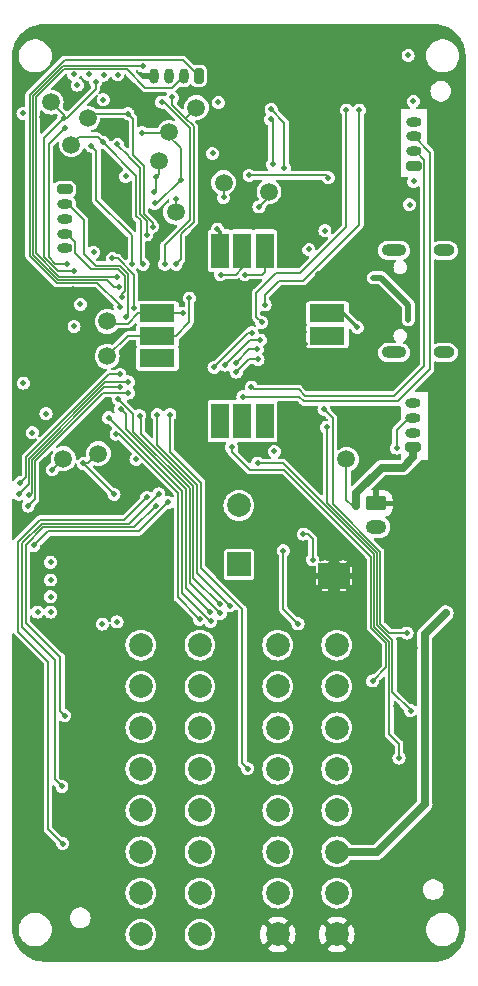
<source format=gbl>
%TF.GenerationSoftware,KiCad,Pcbnew,7.0.2-0*%
%TF.CreationDate,2023-10-23T21:08:08-05:00*%
%TF.ProjectId,Flight Computer,466c6967-6874-4204-936f-6d7075746572,1.1*%
%TF.SameCoordinates,Original*%
%TF.FileFunction,Copper,L4,Bot*%
%TF.FilePolarity,Positive*%
%FSLAX46Y46*%
G04 Gerber Fmt 4.6, Leading zero omitted, Abs format (unit mm)*
G04 Created by KiCad (PCBNEW 7.0.2-0) date 2023-10-23 21:08:08*
%MOMM*%
%LPD*%
G01*
G04 APERTURE LIST*
G04 Aperture macros list*
%AMRoundRect*
0 Rectangle with rounded corners*
0 $1 Rounding radius*
0 $2 $3 $4 $5 $6 $7 $8 $9 X,Y pos of 4 corners*
0 Add a 4 corners polygon primitive as box body*
4,1,4,$2,$3,$4,$5,$6,$7,$8,$9,$2,$3,0*
0 Add four circle primitives for the rounded corners*
1,1,$1+$1,$2,$3*
1,1,$1+$1,$4,$5*
1,1,$1+$1,$6,$7*
1,1,$1+$1,$8,$9*
0 Add four rect primitives between the rounded corners*
20,1,$1+$1,$2,$3,$4,$5,0*
20,1,$1+$1,$4,$5,$6,$7,0*
20,1,$1+$1,$6,$7,$8,$9,0*
20,1,$1+$1,$8,$9,$2,$3,0*%
G04 Aperture macros list end*
%TA.AperFunction,ComponentPad*%
%ADD10RoundRect,0.200000X0.450000X-0.200000X0.450000X0.200000X-0.450000X0.200000X-0.450000X-0.200000X0*%
%TD*%
%TA.AperFunction,ComponentPad*%
%ADD11O,1.300000X0.800000*%
%TD*%
%TA.AperFunction,ComponentPad*%
%ADD12O,2.100000X1.000000*%
%TD*%
%TA.AperFunction,ComponentPad*%
%ADD13O,1.800000X1.000000*%
%TD*%
%TA.AperFunction,ComponentPad*%
%ADD14RoundRect,0.200000X0.200000X0.450000X-0.200000X0.450000X-0.200000X-0.450000X0.200000X-0.450000X0*%
%TD*%
%TA.AperFunction,ComponentPad*%
%ADD15O,0.800000X1.300000*%
%TD*%
%TA.AperFunction,ComponentPad*%
%ADD16C,0.600000*%
%TD*%
%TA.AperFunction,SMDPad,CuDef*%
%ADD17R,2.800000X2.300000*%
%TD*%
%TA.AperFunction,ComponentPad*%
%ADD18RoundRect,0.200000X-0.450000X0.200000X-0.450000X-0.200000X0.450000X-0.200000X0.450000X0.200000X0*%
%TD*%
%TA.AperFunction,SMDPad,CuDef*%
%ADD19C,1.500000*%
%TD*%
%TA.AperFunction,ComponentPad*%
%ADD20RoundRect,0.250000X-0.625000X0.350000X-0.625000X-0.350000X0.625000X-0.350000X0.625000X0.350000X0*%
%TD*%
%TA.AperFunction,ComponentPad*%
%ADD21O,1.750000X1.200000*%
%TD*%
%TA.AperFunction,ComponentPad*%
%ADD22C,2.000000*%
%TD*%
%TA.AperFunction,SMDPad,CuDef*%
%ADD23R,3.000000X1.500000*%
%TD*%
%TA.AperFunction,SMDPad,CuDef*%
%ADD24R,1.500000X3.000000*%
%TD*%
%TA.AperFunction,ComponentPad*%
%ADD25R,2.000000X2.000000*%
%TD*%
%TA.AperFunction,ViaPad*%
%ADD26C,0.500000*%
%TD*%
%TA.AperFunction,ViaPad*%
%ADD27C,0.525000*%
%TD*%
%TA.AperFunction,Conductor*%
%ADD28C,0.127000*%
%TD*%
%TA.AperFunction,Conductor*%
%ADD29C,0.700000*%
%TD*%
%TA.AperFunction,Conductor*%
%ADD30C,0.300000*%
%TD*%
%TA.AperFunction,Conductor*%
%ADD31C,0.500000*%
%TD*%
G04 APERTURE END LIST*
D10*
%TO.P,J8,1,Pin_1*%
%TO.N,+5V*%
X118270000Y-54690000D03*
D11*
%TO.P,J8,2,Pin_2*%
%TO.N,/UART3 RX*%
X118270000Y-53440000D03*
%TO.P,J8,3,Pin_3*%
%TO.N,/UART3 TX*%
X118270000Y-52190000D03*
%TO.P,J8,4,Pin_4*%
%TO.N,GND*%
X118270000Y-50940000D03*
%TD*%
D12*
%TO.P,J7,S1,SHIELD*%
%TO.N,Net-(J7-SHIELD)*%
X116640000Y-46642500D03*
D13*
X120840000Y-46642500D03*
D12*
X116640000Y-38002500D03*
D13*
X120840000Y-38002500D03*
%TD*%
D14*
%TO.P,J6,1,Pin_1*%
%TO.N,/NRST*%
X100080000Y-23220000D03*
D15*
%TO.P,J6,2,Pin_2*%
%TO.N,/SWCLK*%
X98830000Y-23220000D03*
%TO.P,J6,3,Pin_3*%
%TO.N,/SWDIO*%
X97580000Y-23220000D03*
%TO.P,J6,4,Pin_4*%
%TO.N,GND*%
X96330000Y-23220000D03*
%TD*%
D10*
%TO.P,J9,1,Pin_1*%
%TO.N,+3.3V*%
X118300000Y-30857500D03*
D11*
%TO.P,J9,2,Pin_2*%
%TO.N,/I2C2 SDA*%
X118300000Y-29607500D03*
%TO.P,J9,3,Pin_3*%
%TO.N,/I2C2 SCL*%
X118300000Y-28357500D03*
%TO.P,J9,4,Pin_4*%
%TO.N,GND*%
X118300000Y-27107500D03*
%TD*%
D16*
%TO.P,U8,11,GND*%
%TO.N,GND*%
X112300000Y-65057500D03*
X110800000Y-65057500D03*
X111550000Y-65557500D03*
D17*
X111550000Y-65557500D03*
D16*
X112300000Y-66057500D03*
X110800000Y-66057500D03*
%TD*%
D18*
%TO.P,J5,1,Pin_1*%
%TO.N,+3.3V*%
X88760000Y-32840000D03*
D11*
%TO.P,J5,2,Pin_2*%
%TO.N,/SPI2 MISO*%
X88760000Y-34090000D03*
%TO.P,J5,3,Pin_3*%
%TO.N,/SPI2 MOSI*%
X88760000Y-35340000D03*
%TO.P,J5,4,Pin_4*%
%TO.N,/SPI2 SCK*%
X88760000Y-36590000D03*
%TO.P,J5,5,Pin_5*%
%TO.N,GND*%
X88760000Y-37840000D03*
%TD*%
D19*
%TO.P,TP10,1,1*%
%TO.N,/UART2 TX*%
X92350000Y-44020000D03*
%TD*%
%TO.P,TP15,1,1*%
%TO.N,/QSPI Clock*%
X91600000Y-55210000D03*
%TD*%
D20*
%TO.P,J4,1,Pin_1*%
%TO.N,GND*%
X115140000Y-59430000D03*
D21*
%TO.P,J4,2,Pin_2*%
%TO.N,/Main battery connector*%
X115140000Y-61430000D03*
%TD*%
D19*
%TO.P,TP5,1,1*%
%TO.N,/SPI1 SCK*%
X97600000Y-28020000D03*
%TD*%
%TO.P,TP4,1,1*%
%TO.N,/SPI1 MOSI*%
X96750000Y-30420000D03*
%TD*%
%TO.P,TP1,1,1*%
%TO.N,+5V*%
X112610000Y-55690000D03*
%TD*%
%TO.P,TP11,1,1*%
%TO.N,/UART2 RX*%
X92350000Y-46970000D03*
%TD*%
%TO.P,TP6,1,1*%
%TO.N,/Chip Select Altimeter*%
X87600000Y-25450000D03*
%TD*%
%TO.P,TP7,1,1*%
%TO.N,/Chip Select High G Accel*%
X99900000Y-25920000D03*
%TD*%
D22*
%TO.P,J2,1,Pin_1*%
%TO.N,+12V*%
X95200000Y-95920000D03*
%TO.P,J2,2,Pin_2*%
X100200000Y-95920000D03*
%TO.P,J2,3,Pin_3*%
%TO.N,/Pyrotechnic Channels/Pyro Channel A*%
X95200000Y-92420000D03*
%TO.P,J2,4,Pin_4*%
X100200000Y-92420000D03*
%TO.P,J2,5,Pin_5*%
%TO.N,+12V*%
X95200000Y-88920000D03*
%TO.P,J2,6,Pin_6*%
X100200000Y-88920000D03*
%TO.P,J2,7,Pin_7*%
%TO.N,/Pyrotechnic Channels/Pyro Channel B*%
X95200000Y-85420000D03*
%TO.P,J2,8,Pin_8*%
X100200000Y-85420000D03*
%TO.P,J2,9,Pin_9*%
%TO.N,+12V*%
X95200000Y-81920000D03*
%TO.P,J2,10,Pin_10*%
X100200000Y-81920000D03*
%TO.P,J2,11,Pin_11*%
%TO.N,/Pyrotechnic Channels/Pyro Channel C*%
X95200000Y-78420000D03*
%TO.P,J2,12,Pin_12*%
X100200000Y-78420000D03*
%TO.P,J2,13,Pin_13*%
%TO.N,+12V*%
X95200000Y-74920000D03*
%TO.P,J2,14,Pin_14*%
X100200000Y-74920000D03*
%TO.P,J2,15,Pin_15*%
%TO.N,/Pyrotechnic Channels/Pyro Channel D*%
X95200000Y-71420000D03*
%TO.P,J2,16,Pin_16*%
X100200000Y-71420000D03*
%TD*%
D23*
%TO.P,U11,1,GND*%
%TO.N,GND*%
X111000000Y-41432500D03*
%TO.P,U11,2,VCC_IO*%
%TO.N,+3.3V*%
X111000000Y-43332500D03*
%TO.P,U11,3,V_BCKP*%
%TO.N,unconnected-(U11-V_BCKP-Pad3)*%
X111000000Y-45232500D03*
%TO.P,U11,4,GND*%
%TO.N,GND*%
X111000000Y-47132500D03*
%TO.P,U11,5,GND*%
X111000000Y-49032500D03*
D24*
%TO.P,U11,6,GND*%
X107600000Y-52432500D03*
%TO.P,U11,7,TIMEPULSE*%
%TO.N,unconnected-(U11-TIMEPULSE-Pad7)*%
X105700000Y-52432500D03*
%TO.P,U11,8,~{SAFEBOOT}*%
%TO.N,unconnected-(U11-~{SAFEBOOT}-Pad8)*%
X103800000Y-52432500D03*
%TO.P,U11,9,SDA*%
%TO.N,unconnected-(U11-SDA-Pad9)*%
X101900000Y-52432500D03*
%TO.P,U11,10,GND*%
%TO.N,GND*%
X100000000Y-52432500D03*
D23*
%TO.P,U11,11,GND*%
X96600000Y-49032500D03*
%TO.P,U11,12,SCL*%
%TO.N,unconnected-(U11-SCL-Pad12)*%
X96600000Y-47132500D03*
%TO.P,U11,13,TXD*%
%TO.N,/UART2 RX*%
X96600000Y-45232500D03*
%TO.P,U11,14,RXD*%
%TO.N,/UART2 TX*%
X96600000Y-43332500D03*
%TO.P,U11,15,GND*%
%TO.N,GND*%
X96600000Y-41432500D03*
D24*
%TO.P,U11,16,GND*%
X100000000Y-38032500D03*
%TO.P,U11,17,VCC*%
%TO.N,+3.3V*%
X101900000Y-38032500D03*
%TO.P,U11,18,~{RESET}*%
%TO.N,/GPS Reset*%
X103800000Y-38032500D03*
%TO.P,U11,19,EXTINT*%
%TO.N,/GPS External Interrupt*%
X105700000Y-38032500D03*
%TO.P,U11,20,GND*%
%TO.N,GND*%
X107600000Y-38032500D03*
%TD*%
D19*
%TO.P,TP9,1,1*%
%TO.N,/Chip Select Low G Gyro*%
X90700000Y-26820000D03*
%TD*%
D25*
%TO.P,BZ1,1,-*%
%TO.N,+5V*%
X103500000Y-64590000D03*
D22*
%TO.P,BZ1,2,+*%
%TO.N,Net-(BZ1-+)*%
X103500000Y-59590000D03*
%TD*%
D19*
%TO.P,TP3,1,1*%
%TO.N,/SPI1 MISO*%
X98150000Y-34770000D03*
%TD*%
%TO.P,TP2,1,1*%
%TO.N,+3.3V*%
X88640000Y-55640000D03*
%TD*%
%TO.P,TP13,1,1*%
%TO.N,/SDMMC Clock*%
X106050000Y-33020000D03*
%TD*%
%TO.P,TP14,1,1*%
%TO.N,/SDMMC Command*%
X102200000Y-32270000D03*
%TD*%
D22*
%TO.P,J1,1,Pin_1*%
%TO.N,/Pyrotechnic Channels/Pyro Channel E*%
X111790000Y-71420000D03*
%TO.P,J1,2,Pin_2*%
X106790000Y-71420000D03*
%TO.P,J1,3,Pin_3*%
%TO.N,+12V*%
X111790000Y-74920000D03*
%TO.P,J1,4,Pin_4*%
X106790000Y-74920000D03*
%TO.P,J1,5,Pin_5*%
%TO.N,/Pyrotechnic Channels/Pyro Channel F*%
X111790000Y-78420000D03*
%TO.P,J1,6,Pin_6*%
X106790000Y-78420000D03*
%TO.P,J1,7,Pin_7*%
%TO.N,+12V*%
X111790000Y-81920000D03*
%TO.P,J1,8,Pin_8*%
X106790000Y-81920000D03*
%TO.P,J1,9,Pin_9*%
%TO.N,/Main battery connector*%
X111790000Y-85420000D03*
%TO.P,J1,10,Pin_10*%
X106790000Y-85420000D03*
%TO.P,J1,11,Pin_11*%
%TO.N,/Main battery in*%
X111790000Y-88920000D03*
%TO.P,J1,12,Pin_12*%
X106790000Y-88920000D03*
%TO.P,J1,13,Pin_13*%
%TO.N,+12V*%
X111790000Y-92420000D03*
%TO.P,J1,14,Pin_14*%
X106790000Y-92420000D03*
%TO.P,J1,15,Pin_15*%
%TO.N,GND*%
X111790000Y-95920000D03*
%TO.P,J1,16,Pin_16*%
X106790000Y-95920000D03*
%TD*%
D19*
%TO.P,TP8,1,1*%
%TO.N,/Chip Select Low G Accel*%
X89320000Y-29050000D03*
%TD*%
%TO.P,TP12,1,1*%
%TO.N,GND*%
X115220000Y-54010000D03*
%TD*%
D26*
%TO.N,+5V*%
X107250000Y-63420000D03*
X113440000Y-58530000D03*
X108500000Y-69620000D03*
X113440000Y-59660000D03*
%TO.N,+3.3V*%
X87550000Y-64400000D03*
X87170000Y-51820000D03*
X87710000Y-56570000D03*
X86010000Y-53430000D03*
X89520000Y-23100000D03*
X87550000Y-68620000D03*
X101750000Y-25470000D03*
X90080000Y-42560000D03*
X87550000Y-67320000D03*
X89550000Y-44437500D03*
X90770000Y-23100000D03*
X93900000Y-31720000D03*
X85210000Y-26390000D03*
X117830000Y-21480000D03*
X93190000Y-69460000D03*
X87550000Y-65900000D03*
X86450000Y-68620000D03*
X89820000Y-24010000D03*
X94776731Y-55693270D03*
X106512500Y-55020000D03*
X109420000Y-37920000D03*
X110780000Y-36320000D03*
X92020000Y-25239500D03*
X93250000Y-23120000D03*
X113515378Y-44524622D03*
X85250000Y-49232500D03*
X91950000Y-69632500D03*
X101674500Y-36201000D03*
X118300000Y-32160000D03*
X117950500Y-34132500D03*
X118280000Y-25370000D03*
X91210000Y-38170000D03*
X101266208Y-29795738D03*
X92040000Y-23150000D03*
%TO.N,GND*%
X88000000Y-48732500D03*
X92980000Y-25239500D03*
X117020000Y-77540000D03*
X89080000Y-91670000D03*
X90250000Y-70170000D03*
X90730000Y-74760000D03*
X84800000Y-48032500D03*
X101720000Y-23710000D03*
X120700000Y-62832500D03*
X95160000Y-27110000D03*
X86180000Y-40500000D03*
X100700000Y-28620000D03*
X118000000Y-65420000D03*
X90290000Y-92740000D03*
X108430000Y-56150000D03*
X109180000Y-36920000D03*
X114420000Y-38560000D03*
X110750000Y-26100000D03*
X85550000Y-73880000D03*
X91210000Y-35180000D03*
X102200000Y-75420000D03*
X117100000Y-72070000D03*
X89550000Y-43470000D03*
X89830000Y-24960000D03*
X85560000Y-91120000D03*
X95600000Y-63820000D03*
X103350000Y-33007998D03*
X85180000Y-24260000D03*
X97420000Y-62060000D03*
X117920000Y-79300000D03*
X108250000Y-67682500D03*
X110070000Y-60180000D03*
X98900000Y-47882500D03*
X104630000Y-61370000D03*
X93950000Y-55670000D03*
X90250000Y-69270000D03*
X90150000Y-19340000D03*
X121450000Y-73870000D03*
X113050000Y-49032500D03*
X86810000Y-26700000D03*
X104800000Y-75470000D03*
X84820000Y-51820000D03*
X109060000Y-45920000D03*
X89090000Y-93240000D03*
X89450000Y-41310000D03*
X89040000Y-87230000D03*
X101500000Y-60032500D03*
X90270000Y-86710000D03*
X117870000Y-23040000D03*
X90650000Y-59370000D03*
X92667869Y-60037869D03*
X116300000Y-65432500D03*
X121450000Y-79630000D03*
X102500000Y-85400000D03*
X89130000Y-73680000D03*
X117720000Y-48140000D03*
X89050000Y-75310000D03*
X100000000Y-36220000D03*
X89050000Y-85680000D03*
X117055000Y-34670000D03*
X121805000Y-34620000D03*
X107140000Y-61350000D03*
X102200000Y-80500000D03*
X104400419Y-55020000D03*
X120040000Y-27110000D03*
X105400000Y-67832500D03*
X85550000Y-79630000D03*
X100000000Y-50370000D03*
X90410000Y-80700000D03*
X106350000Y-67832500D03*
X101510000Y-27870000D03*
X92804977Y-31765023D03*
X91400000Y-19340000D03*
X108760000Y-52432500D03*
X109050000Y-44950000D03*
X104800000Y-80600000D03*
X118200000Y-77900000D03*
X89150000Y-70920000D03*
X116750000Y-69320000D03*
X117930000Y-73350000D03*
X88740000Y-81100000D03*
X89130000Y-79690000D03*
X104510000Y-66580000D03*
X118430000Y-71650000D03*
X92650000Y-19370000D03*
X107140000Y-60400000D03*
X114950000Y-45770000D03*
X112240000Y-69010000D03*
X96900000Y-64720000D03*
X116810000Y-76550000D03*
X85550000Y-85380000D03*
X94350000Y-58470000D03*
X110210000Y-39990000D03*
D27*
X118030000Y-82640000D03*
D26*
X86530000Y-41652500D03*
X111250000Y-39270000D03*
X92657760Y-28292825D03*
X94100000Y-62870000D03*
%TO.N,/SWDIO*%
X93320000Y-41120000D03*
X95360000Y-22390000D03*
%TO.N,/SWCLK*%
X93220000Y-40240000D03*
%TO.N,/NRST*%
X93430000Y-42780000D03*
%TO.N,/UART3 TX*%
X116860000Y-54732500D03*
%TO.N,/I2C2 SDA*%
X104550000Y-49580000D03*
%TO.N,/I2C2 SCL*%
X103840000Y-50390000D03*
%TO.N,/SDMMC Data 2*%
X106228415Y-26048415D03*
X107360000Y-31020000D03*
%TO.N,/SDMMC Data 3*%
X106370000Y-30720000D03*
X106200000Y-26910000D03*
%TO.N,/SDMMC Command*%
X102200000Y-33520000D03*
%TO.N,/SDMMC Clock*%
X105200000Y-34320000D03*
%TO.N,/SDMMC Data 0*%
X112600000Y-26120000D03*
X105437002Y-44105497D03*
%TO.N,/SDMMC Data 1*%
X105710000Y-42612500D03*
X113690000Y-26120000D03*
%TO.N,/SD Card Detect*%
X111070000Y-31842500D03*
X104360500Y-31640000D03*
%TO.N,/Pyro Channel A Trigger*%
X95701831Y-58897951D03*
X88590000Y-88230000D03*
%TO.N,/Pyro Channel B Trigger*%
X96725000Y-58615000D03*
X88510000Y-83390000D03*
%TO.N,/Pyro Channel C Trigger*%
X96469395Y-59617434D03*
X88760000Y-77400000D03*
%TO.N,/Pyro Channel E Trigger*%
X114830000Y-74450000D03*
X102900000Y-54690000D03*
%TO.N,/Pyro Channel F Trigger*%
X117060000Y-80980000D03*
X105090000Y-56010000D03*
%TO.N,/Pyro Channel D Trigger*%
X97505000Y-59325000D03*
X86139691Y-62987691D03*
%TO.N,/Pyro A Continuity Voltage*%
X101918415Y-68741585D03*
X93294710Y-50582500D03*
%TO.N,/Pyro B Continuity Voltage*%
X101016830Y-68583170D03*
X93500324Y-51449676D03*
%TO.N,/Pyro C Continuity Voltage*%
X92468412Y-52179334D03*
X101100000Y-69400000D03*
%TO.N,/Pyro E Continuity Voltage*%
X96589693Y-51908998D03*
X102750000Y-68080000D03*
%TO.N,/Pyro F Continuity Voltage*%
X101863415Y-67936585D03*
X95098967Y-51998603D03*
%TO.N,/Pyro D Continuity Voltage*%
X100173659Y-69226341D03*
X93107954Y-53562045D03*
%TO.N,/Ignition Battery Voltage*%
X104230000Y-81870000D03*
X97658242Y-51908000D03*
%TO.N,/Main battery in*%
X121021250Y-68711250D03*
%TO.N,Net-(U8-PG)*%
X109742767Y-64196153D03*
X108950000Y-62020000D03*
%TO.N,/High G Interrupt*%
X97225500Y-39170000D03*
X96970000Y-25450000D03*
%TO.N,/Chip Select Low G Gyro*%
X96200000Y-35997500D03*
X94095937Y-26420500D03*
%TO.N,/SPI1 SCK*%
X95300000Y-28032500D03*
X96370000Y-34020000D03*
X98604495Y-32020000D03*
%TO.N,/SPI1 MOSI*%
X96450000Y-31794500D03*
X96350000Y-33082000D03*
%TO.N,/SPI1 MISO*%
X98150000Y-33692454D03*
%TO.N,/Low G Gyro Interrupt*%
X95700000Y-36690000D03*
X93200000Y-29020000D03*
%TO.N,/Chip Select Low G Accel*%
X95380000Y-39170000D03*
X92003544Y-28854118D03*
%TO.N,/Low G Accel Interrupt*%
X94437076Y-39167384D03*
X91000000Y-29170000D03*
%TO.N,/Altimeter Interrupt*%
X88910000Y-39120000D03*
X88745000Y-27675000D03*
%TO.N,/QSPI Clock*%
X92925000Y-58645000D03*
X90325000Y-56045000D03*
%TO.N,/GPS Reset*%
X101947286Y-40045072D03*
%TO.N,/GPS External Interrupt*%
X104000000Y-40050000D03*
%TO.N,/UART2 TX*%
X98750000Y-43332500D03*
%TO.N,/UART2 RX*%
X99299665Y-42039665D03*
%TO.N,/USB 5V in*%
X117850500Y-43882500D03*
X114880601Y-40317617D03*
%TO.N,/Chip Select Altimeter*%
X88670000Y-26760000D03*
X89530000Y-39747500D03*
X91380000Y-23710000D03*
%TO.N,/Chip Select High G Accel*%
X98173946Y-39169500D03*
X97852500Y-25050000D03*
%TO.N,/SPI2 MISO*%
X93930000Y-43610000D03*
%TO.N,/SPI2 MOSI*%
X92790000Y-38680000D03*
X94603872Y-42876128D03*
%TO.N,/SPI2 SCK*%
X93630000Y-41950000D03*
%TO.N,/Pyro A Continuity LED*%
X101380000Y-47900000D03*
X93420000Y-48510000D03*
X104610000Y-44980000D03*
X85000000Y-57680000D03*
%TO.N,/Pyro B Continuity LED*%
X84865000Y-58645000D03*
X94149198Y-49135593D03*
X102320000Y-47710000D03*
X105310000Y-45590000D03*
%TO.N,/Pyro C Continuity LED*%
X85755000Y-58745000D03*
X103230000Y-47510000D03*
X105060000Y-46370000D03*
X93400000Y-49610000D03*
%TO.N,/Pyro D Continuity LED*%
X94150789Y-50083030D03*
X103280000Y-48310000D03*
X105120000Y-47230000D03*
X85650000Y-59640000D03*
%TO.N,/Pyro E Continuity LED*%
X110710000Y-51450000D03*
X117740000Y-70400000D03*
%TO.N,/Pyro F Continuity LED*%
X110940000Y-52970000D03*
X118040000Y-76960000D03*
%TD*%
D28*
%TO.N,/Pyro E Continuity Voltage*%
X102750000Y-68080000D02*
X99973000Y-65303000D01*
X99973000Y-65303000D02*
X99973000Y-57834129D01*
X99973000Y-57834129D02*
X96589693Y-54450822D01*
X96589693Y-54450822D02*
X96589693Y-51908998D01*
%TO.N,/Pyro A Continuity Voltage*%
X94572967Y-53358992D02*
X94572967Y-51860757D01*
X101918415Y-68741585D02*
X99319000Y-66142170D01*
X99319000Y-66142170D02*
X99319000Y-58105025D01*
X99319000Y-58105025D02*
X94572967Y-53358992D01*
X94572967Y-51860757D02*
X93294710Y-50582500D01*
%TO.N,+5V*%
X113440000Y-59660000D02*
X113150000Y-59660000D01*
X113150000Y-59660000D02*
X112610000Y-59120000D01*
X112610000Y-59120000D02*
X112610000Y-55690000D01*
X107250000Y-68370000D02*
X107250000Y-63420000D01*
D29*
X117370000Y-56390000D02*
X118270000Y-55490000D01*
X113440000Y-58530000D02*
X115580000Y-56390000D01*
D28*
X108500000Y-69620000D02*
X107250000Y-68370000D01*
D29*
X113440000Y-59660000D02*
X113440000Y-58530000D01*
X118270000Y-55490000D02*
X118270000Y-54690000D01*
X115580000Y-56390000D02*
X117370000Y-56390000D01*
D28*
%TO.N,+3.3V*%
X88640000Y-55640000D02*
X87710000Y-56570000D01*
D30*
X113515378Y-44524622D02*
X112323256Y-43332500D01*
X112323256Y-43332500D02*
X111000000Y-43332500D01*
X101674500Y-36201000D02*
X101900000Y-36426500D01*
X101900000Y-36426500D02*
X101900000Y-38032500D01*
%TO.N,GND*%
X98397500Y-49032500D02*
X98900000Y-48530000D01*
X111000000Y-47132500D02*
X111000000Y-49032500D01*
X108457500Y-38032500D02*
X107600000Y-38032500D01*
X109180000Y-37310000D02*
X108457500Y-38032500D01*
X96600000Y-49032500D02*
X98397500Y-49032500D01*
X100000000Y-52432500D02*
X100000000Y-50370000D01*
X111000000Y-49032500D02*
X113050000Y-49032500D01*
X98900000Y-48530000D02*
X98900000Y-47882500D01*
X107600000Y-52432500D02*
X108760000Y-52432500D01*
X109180000Y-36920000D02*
X109180000Y-37310000D01*
X100000000Y-36220000D02*
X100000000Y-38032500D01*
D28*
%TO.N,/SWDIO*%
X86046000Y-24926523D02*
X88592523Y-22380000D01*
X92324000Y-40494000D02*
X88185580Y-40494000D01*
X93320000Y-41120000D02*
X92950000Y-41120000D01*
X86046000Y-38354420D02*
X86046000Y-24926523D01*
X95350000Y-22380000D02*
X95360000Y-22390000D01*
X92950000Y-41120000D02*
X92324000Y-40494000D01*
X88592523Y-22380000D02*
X95350000Y-22380000D01*
X88185580Y-40494000D02*
X86046000Y-38354420D01*
%TO.N,/SWCLK*%
X86300000Y-25031733D02*
X88697733Y-22634000D01*
X93220000Y-40240000D02*
X88290790Y-40240000D01*
X86300000Y-38249210D02*
X86300000Y-25031733D01*
X88290790Y-40240000D02*
X86300000Y-38249210D01*
X93984000Y-22634000D02*
X95580000Y-24230000D01*
X88697733Y-22634000D02*
X93984000Y-22634000D01*
X95580000Y-24230000D02*
X97820000Y-24230000D01*
X97820000Y-24230000D02*
X98830000Y-23220000D01*
%TO.N,/NRST*%
X88080370Y-40748000D02*
X85792000Y-38459630D01*
X98730000Y-21870000D02*
X100080000Y-23220000D01*
X85792000Y-24821313D02*
X88743313Y-21870000D01*
X88743313Y-21870000D02*
X98730000Y-21870000D01*
X93430000Y-42780000D02*
X93430000Y-42651828D01*
X91526172Y-40748000D02*
X88080370Y-40748000D01*
X85792000Y-38459630D02*
X85792000Y-24821313D01*
X93430000Y-42651828D02*
X91526172Y-40748000D01*
%TO.N,/UART3 TX*%
X116860000Y-53200000D02*
X117870000Y-52190000D01*
X117870000Y-52190000D02*
X118270000Y-52190000D01*
X116860000Y-54732500D02*
X116860000Y-53200000D01*
%TO.N,/I2C2 SDA*%
X104740000Y-49770000D02*
X108550000Y-49770000D01*
X109080000Y-50300000D02*
X116650000Y-50300000D01*
X104550000Y-49580000D02*
X104740000Y-49770000D01*
X119190000Y-47760000D02*
X119190000Y-30319683D01*
X116650000Y-50300000D02*
X119190000Y-47760000D01*
X108550000Y-49770000D02*
X109080000Y-50300000D01*
X118477817Y-29607500D02*
X118300000Y-29607500D01*
X119190000Y-30319683D02*
X118477817Y-29607500D01*
%TO.N,/I2C2 SCL*%
X103847002Y-50382998D02*
X108592998Y-50382998D01*
X119660000Y-48050000D02*
X119660000Y-29717500D01*
X119660000Y-29717500D02*
X118300000Y-28357500D01*
X108990000Y-50780000D02*
X116930000Y-50780000D01*
X116930000Y-50780000D02*
X119660000Y-48050000D01*
X103840000Y-50390000D02*
X103847002Y-50382998D01*
X108592998Y-50382998D02*
X108990000Y-50780000D01*
%TO.N,/SDMMC Data 2*%
X106228415Y-26048415D02*
X107360000Y-27180000D01*
X107360000Y-27180000D02*
X107360000Y-31020000D01*
%TO.N,/SDMMC Data 3*%
X106370000Y-27080000D02*
X106370000Y-30720000D01*
X106200000Y-26910000D02*
X106370000Y-27080000D01*
%TO.N,/SDMMC Command*%
X102200000Y-32270000D02*
X102200000Y-33520000D01*
%TO.N,/SDMMC Clock*%
X105200000Y-34320000D02*
X106050000Y-33470000D01*
X106050000Y-33470000D02*
X106050000Y-33020000D01*
%TO.N,/SDMMC Data 0*%
X112600000Y-26120000D02*
X112600000Y-35982500D01*
X104960000Y-43628495D02*
X105437002Y-44105497D01*
X104960000Y-41572500D02*
X104960000Y-43628495D01*
X108700000Y-39882500D02*
X106650000Y-39882500D01*
X106650000Y-39882500D02*
X104960000Y-41572500D01*
X112600000Y-35982500D02*
X108700000Y-39882500D01*
%TO.N,/SDMMC Data 1*%
X113690000Y-26120000D02*
X113690000Y-35842500D01*
X108950000Y-40582500D02*
X106900000Y-40582500D01*
X113690000Y-35842500D02*
X108950000Y-40582500D01*
X105710000Y-41772500D02*
X105710000Y-42612500D01*
X106900000Y-40582500D02*
X105710000Y-41772500D01*
%TO.N,/SD Card Detect*%
X104360500Y-31640000D02*
X110867500Y-31640000D01*
X110867500Y-31640000D02*
X111070000Y-31842500D01*
%TO.N,/Pyro Channel A Trigger*%
X93800782Y-60799000D02*
X95701831Y-58897951D01*
X84796000Y-70278500D02*
X84796000Y-62663316D01*
X87350000Y-86990000D02*
X87350000Y-72832500D01*
X84796000Y-62663316D02*
X86660316Y-60799000D01*
X87350000Y-72832500D02*
X84796000Y-70278500D01*
X86660316Y-60799000D02*
X93800782Y-60799000D01*
X88590000Y-88230000D02*
X87350000Y-86990000D01*
%TO.N,/Pyro Channel B Trigger*%
X86795764Y-61126000D02*
X94216952Y-61126000D01*
X87890000Y-82770000D02*
X87890000Y-72625394D01*
X96725000Y-58617952D02*
X96725000Y-58615000D01*
X87850000Y-72625394D02*
X85123000Y-69898394D01*
X85123000Y-69898394D02*
X85123000Y-62798764D01*
X85123000Y-62798764D02*
X86795764Y-61126000D01*
X88510000Y-83390000D02*
X87890000Y-82770000D01*
X94216952Y-61126000D02*
X96725000Y-58617952D01*
%TO.N,/Pyro Channel C Trigger*%
X86931212Y-61453000D02*
X94633829Y-61453000D01*
X88350000Y-72418288D02*
X85450000Y-69518288D01*
X85450000Y-69518288D02*
X85450000Y-62934212D01*
X94633829Y-61453000D02*
X96469395Y-59617434D01*
X85450000Y-62934212D02*
X86931212Y-61453000D01*
X88760000Y-77400000D02*
X88390000Y-77030000D01*
X88390000Y-77030000D02*
X88390000Y-72418288D01*
%TO.N,/Pyro Channel E Trigger*%
X114696000Y-63950998D02*
X107315002Y-56570000D01*
X107315002Y-56570000D02*
X104432866Y-56570000D01*
X114830000Y-74450000D02*
X115972000Y-73308000D01*
X115972000Y-73308000D02*
X115972000Y-71229630D01*
X115972000Y-71229630D02*
X114696000Y-69953630D01*
X104432866Y-56570000D02*
X102900000Y-55037134D01*
X114696000Y-69953630D02*
X114696000Y-63950998D01*
X102900000Y-55037134D02*
X102900000Y-54690000D01*
%TO.N,/Pyro Channel F Trigger*%
X117060000Y-79780000D02*
X116226000Y-78946000D01*
X114950000Y-63742550D02*
X107217450Y-56010000D01*
X116226000Y-78946000D02*
X116226000Y-71124420D01*
X107217450Y-56010000D02*
X105090000Y-56010000D01*
X117060000Y-80980000D02*
X117060000Y-79780000D01*
X114950000Y-69848420D02*
X114950000Y-63742550D01*
X116226000Y-71124420D02*
X114950000Y-69848420D01*
%TO.N,/Pyro Channel D Trigger*%
X97505000Y-59325000D02*
X95050000Y-61780000D01*
X95050000Y-61780000D02*
X87347382Y-61780000D01*
X87347382Y-61780000D02*
X86139691Y-62987691D01*
%TO.N,/Pyro B Continuity Voltage*%
X93898967Y-51848319D02*
X93500324Y-51449676D01*
X101016830Y-68583170D02*
X98992000Y-66558340D01*
X98992000Y-58240473D02*
X93898967Y-53147440D01*
X93898967Y-53147440D02*
X93898967Y-51848319D01*
X98992000Y-66558340D02*
X98992000Y-58240473D01*
%TO.N,/Pyro C Continuity Voltage*%
X100960605Y-69270115D02*
X98665000Y-66974510D01*
X98665000Y-66974510D02*
X98665000Y-58375921D01*
X98665000Y-58375921D02*
X92468412Y-52179334D01*
X100970115Y-69270115D02*
X100960605Y-69270115D01*
X101100000Y-69400000D02*
X100970115Y-69270115D01*
%TO.N,/Pyro F Continuity Voltage*%
X95199500Y-52099136D02*
X95098967Y-51998603D01*
X95199500Y-53523077D02*
X95199500Y-52099136D01*
X101863415Y-67936585D02*
X99646000Y-65719170D01*
X99646000Y-65719170D02*
X99646000Y-57969577D01*
X99646000Y-57969577D02*
X95199500Y-53523077D01*
%TO.N,/Pyro D Continuity Voltage*%
X98338000Y-58511369D02*
X93388676Y-53562045D01*
X100173659Y-69226341D02*
X100155388Y-69208069D01*
X100155388Y-69205388D02*
X98338000Y-67388000D01*
X100155388Y-69208069D02*
X100155388Y-69205388D01*
X93388676Y-53562045D02*
X93107954Y-53562045D01*
X98338000Y-67388000D02*
X98338000Y-58511369D01*
%TO.N,/Ignition Battery Voltage*%
X100300000Y-57698681D02*
X97658242Y-55056924D01*
X97658242Y-55056924D02*
X97658242Y-51908000D01*
X103780000Y-68350000D02*
X100300000Y-64870000D01*
X100300000Y-64870000D02*
X100300000Y-57698681D01*
X103780000Y-81420000D02*
X103780000Y-68350000D01*
X104230000Y-81870000D02*
X103780000Y-81420000D01*
D29*
%TO.N,/Main battery in*%
X119240000Y-70492500D02*
X119240000Y-84890000D01*
X119240000Y-84890000D02*
X115160000Y-88970000D01*
X121021250Y-68711250D02*
X119240000Y-70492500D01*
X111840000Y-88970000D02*
X111790000Y-88920000D01*
X115160000Y-88970000D02*
X111840000Y-88970000D01*
D28*
%TO.N,Net-(U8-PG)*%
X108950000Y-62020000D02*
X109350000Y-62020000D01*
X109350000Y-62020000D02*
X109742767Y-62412767D01*
X109742767Y-62412767D02*
X109742767Y-64196153D01*
%TO.N,/High G Interrupt*%
X97225500Y-39170000D02*
X97225500Y-37542052D01*
X99329495Y-27629495D02*
X97150000Y-25450000D01*
X97225500Y-37542052D02*
X99329495Y-35438057D01*
X97150000Y-25450000D02*
X96970000Y-25450000D01*
X99329495Y-35438057D02*
X99329495Y-27629495D01*
%TO.N,/Chip Select Low G Gyro*%
X94525000Y-29932552D02*
X94525000Y-26849563D01*
X94095937Y-26420500D02*
X94095437Y-26420000D01*
X94095437Y-26420000D02*
X91100000Y-26420000D01*
X91100000Y-26420000D02*
X90700000Y-26820000D01*
X96200000Y-35997500D02*
X96200000Y-35653290D01*
X95477000Y-30884552D02*
X94525000Y-29932552D01*
X95477000Y-34930290D02*
X95477000Y-30884552D01*
X96200000Y-35653290D02*
X95477000Y-34930290D01*
X94525000Y-26849563D02*
X94095937Y-26420500D01*
%TO.N,/SPI1 SCK*%
X96604495Y-34020000D02*
X98604495Y-32020000D01*
X97262500Y-28032500D02*
X95300000Y-28032500D01*
X98604495Y-32020000D02*
X98604495Y-29374495D01*
X98604495Y-29374495D02*
X97262500Y-28032500D01*
X96370000Y-34020000D02*
X96604495Y-34020000D01*
%TO.N,/SPI1 MOSI*%
X96450000Y-31794500D02*
X96450000Y-32982000D01*
X96750000Y-31494500D02*
X96750000Y-30370000D01*
X96450000Y-31794500D02*
X96750000Y-31494500D01*
X96450000Y-32982000D02*
X96350000Y-33082000D01*
%TO.N,/SPI1 MISO*%
X98150000Y-33692454D02*
X98150000Y-34370000D01*
%TO.N,/Low G Gyro Interrupt*%
X94198000Y-30048000D02*
X93200000Y-29050000D01*
X94198000Y-30068000D02*
X94198000Y-30048000D01*
X95700000Y-36690000D02*
X95700000Y-35512500D01*
X95150000Y-31020000D02*
X94198000Y-30068000D01*
X95150000Y-34962500D02*
X95150000Y-31020000D01*
X95700000Y-35512500D02*
X95150000Y-34962500D01*
X93200000Y-29050000D02*
X93200000Y-29020000D01*
%TO.N,/Chip Select Low G Accel*%
X89320000Y-29050000D02*
X89990000Y-28380000D01*
X91529426Y-28380000D02*
X92003544Y-28854118D01*
X89990000Y-28380000D02*
X91529426Y-28380000D01*
X95170000Y-38960000D02*
X95170000Y-35470000D01*
X92004118Y-28854118D02*
X92003544Y-28854118D01*
X95380000Y-39170000D02*
X95170000Y-38960000D01*
X95170000Y-35470000D02*
X94823000Y-35123000D01*
X94823000Y-31673000D02*
X92004118Y-28854118D01*
X94823000Y-35123000D02*
X94823000Y-31673000D01*
%TO.N,/Low G Accel Interrupt*%
X91425000Y-33707500D02*
X91425000Y-29595000D01*
X91425000Y-29595000D02*
X91000000Y-29170000D01*
X94437076Y-36719576D02*
X91425000Y-33707500D01*
X94437076Y-39167384D02*
X94437076Y-36719576D01*
%TO.N,/Altimeter Interrupt*%
X87410000Y-38580000D02*
X87410000Y-29010000D01*
X87410000Y-29010000D02*
X88745000Y-27675000D01*
X88910000Y-39120000D02*
X87950000Y-39120000D01*
X87950000Y-39120000D02*
X87410000Y-38580000D01*
%TO.N,/QSPI Clock*%
X92925000Y-58645000D02*
X90325000Y-56045000D01*
X91600000Y-55210000D02*
X90765000Y-56045000D01*
X90765000Y-56045000D02*
X90325000Y-56045000D01*
%TO.N,/GPS Reset*%
X101947286Y-40045072D02*
X103254928Y-40045072D01*
X103254928Y-40045072D02*
X103800000Y-39500000D01*
X103800000Y-39500000D02*
X103800000Y-38032500D01*
%TO.N,/GPS External Interrupt*%
X104000000Y-40050000D02*
X105482500Y-40050000D01*
X105700000Y-39832500D02*
X105700000Y-38032500D01*
X105482500Y-40050000D02*
X105700000Y-39832500D01*
%TO.N,/UART2 TX*%
X92570000Y-44240000D02*
X94080000Y-44240000D01*
X98750000Y-43332500D02*
X96600000Y-43332500D01*
X92350000Y-44020000D02*
X92570000Y-44240000D01*
X94987500Y-43332500D02*
X96600000Y-43332500D01*
X94080000Y-44240000D02*
X94987500Y-43332500D01*
%TO.N,/UART2 RX*%
X99300000Y-42040000D02*
X99300000Y-44082500D01*
X94087500Y-45232500D02*
X92350000Y-46970000D01*
X98150000Y-45232500D02*
X96600000Y-45232500D01*
X96600000Y-45232500D02*
X94087500Y-45232500D01*
X99299665Y-42039665D02*
X99300000Y-42040000D01*
X99300000Y-44082500D02*
X98150000Y-45232500D01*
D31*
%TO.N,/USB 5V in*%
X115535117Y-40317617D02*
X117850500Y-42633000D01*
X117850500Y-42633000D02*
X117850500Y-43882500D01*
X114880601Y-40317617D02*
X115535117Y-40317617D01*
D28*
%TO.N,/Chip Select Altimeter*%
X86980000Y-38570000D02*
X86980000Y-28450000D01*
X88670000Y-26760000D02*
X88950000Y-26760000D01*
X88670000Y-26520000D02*
X87600000Y-25450000D01*
X86980000Y-28450000D02*
X88670000Y-26760000D01*
X91380000Y-24330000D02*
X91380000Y-23710000D01*
X88950000Y-26760000D02*
X91380000Y-24330000D01*
X88670000Y-26760000D02*
X88670000Y-26520000D01*
X88157500Y-39747500D02*
X86980000Y-38570000D01*
X89530000Y-39747500D02*
X88157500Y-39747500D01*
%TO.N,/Chip Select High G Accel*%
X98941224Y-26778776D02*
X99041224Y-26778776D01*
X98600000Y-38743446D02*
X98600000Y-36630000D01*
X98941224Y-26778776D02*
X97852500Y-25690052D01*
X99656495Y-35573505D02*
X99656495Y-27494047D01*
X97852500Y-25690052D02*
X97852500Y-25050000D01*
X98173946Y-39169500D02*
X98600000Y-38743446D01*
X99041224Y-26778776D02*
X99900000Y-25920000D01*
X98600000Y-36630000D02*
X99656495Y-35573505D01*
X99656495Y-27494047D02*
X98941224Y-26778776D01*
%TO.N,/SPI2 MISO*%
X94100000Y-39990000D02*
X93416000Y-39306000D01*
X93930000Y-43610000D02*
X94100000Y-43440000D01*
X93416000Y-39306000D02*
X91386000Y-39306000D01*
X89070000Y-34090000D02*
X88760000Y-34090000D01*
X90380000Y-38300000D02*
X90380000Y-35400000D01*
X91386000Y-39306000D02*
X90380000Y-38300000D01*
X90380000Y-35400000D02*
X89070000Y-34090000D01*
X94100000Y-43440000D02*
X94100000Y-39990000D01*
%TO.N,/SPI2 MOSI*%
X92790000Y-38680000D02*
X93230000Y-38680000D01*
X94603872Y-40053872D02*
X94603872Y-42876128D01*
X93230000Y-38680000D02*
X94603872Y-40053872D01*
%TO.N,/SPI2 SCK*%
X89610500Y-38199710D02*
X89610500Y-37260500D01*
X93630000Y-41660000D02*
X93846000Y-41444000D01*
X90970790Y-39560000D02*
X89610500Y-38199710D01*
X93630000Y-41950000D02*
X93630000Y-41660000D01*
X88940000Y-36590000D02*
X88760000Y-36590000D01*
X93846000Y-41444000D02*
X93846000Y-40166000D01*
X89610500Y-37260500D02*
X88940000Y-36590000D01*
X93240000Y-39560000D02*
X90970790Y-39560000D01*
X93846000Y-40166000D02*
X93240000Y-39560000D01*
%TO.N,/Pyro A Continuity LED*%
X93420000Y-48510000D02*
X92470000Y-48510000D01*
X104300000Y-44980000D02*
X101380000Y-47900000D01*
X85458000Y-55522000D02*
X85458000Y-57222000D01*
X85458000Y-57222000D02*
X85000000Y-57680000D01*
X104610000Y-44980000D02*
X104300000Y-44980000D01*
X92470000Y-48510000D02*
X85458000Y-55522000D01*
%TO.N,/Pyro B Continuity LED*%
X104440000Y-45590000D02*
X102320000Y-47710000D01*
X85712000Y-57798000D02*
X85712000Y-55627210D01*
X105310000Y-45590000D02*
X104440000Y-45590000D01*
X85712000Y-55627210D02*
X92203617Y-49135593D01*
X92203617Y-49135593D02*
X94149198Y-49135593D01*
X84865000Y-58645000D02*
X85712000Y-57798000D01*
%TO.N,/Pyro C Continuity LED*%
X85966000Y-58534000D02*
X85966000Y-55732420D01*
X104370000Y-46370000D02*
X103230000Y-47510000D01*
X92088420Y-49610000D02*
X93400000Y-49610000D01*
X105060000Y-46370000D02*
X104370000Y-46370000D01*
X85966000Y-55732420D02*
X92088420Y-49610000D01*
X85755000Y-58745000D02*
X85966000Y-58534000D01*
%TO.N,/Pyro D Continuity LED*%
X86220000Y-55837630D02*
X91974600Y-50083030D01*
X104360000Y-47230000D02*
X103280000Y-48310000D01*
X86220000Y-59070000D02*
X86220000Y-55837630D01*
X105120000Y-47230000D02*
X104360000Y-47230000D01*
X91974600Y-50083030D02*
X94150789Y-50083030D01*
X85650000Y-59640000D02*
X86220000Y-59070000D01*
%TO.N,/Pyro E Continuity LED*%
X111430000Y-59504130D02*
X115458000Y-63532130D01*
X111430000Y-52170000D02*
X111430000Y-59504130D01*
X115458000Y-69638000D02*
X116220000Y-70400000D01*
X116220000Y-70400000D02*
X117740000Y-70400000D01*
X115458000Y-63532130D02*
X115458000Y-69638000D01*
X110710000Y-51450000D02*
X111430000Y-52170000D01*
%TO.N,/Pyro F Continuity LED*%
X115204000Y-63637340D02*
X110970000Y-59403340D01*
X116480000Y-75387746D02*
X116480000Y-71019210D01*
X110970000Y-59403340D02*
X110970000Y-53000000D01*
X116480000Y-71019210D02*
X115204000Y-69743210D01*
X115204000Y-69743210D02*
X115204000Y-63637340D01*
X110970000Y-53000000D02*
X110940000Y-52970000D01*
X118040000Y-76947746D02*
X116480000Y-75387746D01*
X118040000Y-76960000D02*
X118040000Y-76947746D01*
%TD*%
%TA.AperFunction,Conductor*%
%TO.N,GND*%
G36*
X108459409Y-50765905D02*
G01*
X108471221Y-50775994D01*
X108585717Y-50890491D01*
X108698660Y-51003434D01*
X108711534Y-51019287D01*
X108718493Y-51029939D01*
X108743736Y-51049586D01*
X108752927Y-51057702D01*
X108753935Y-51058710D01*
X108753938Y-51058712D01*
X108753941Y-51058715D01*
X108770713Y-51070690D01*
X108773991Y-51073135D01*
X108818496Y-51107774D01*
X108822894Y-51110038D01*
X108827919Y-51111534D01*
X108827922Y-51111536D01*
X108877018Y-51126152D01*
X108880844Y-51127378D01*
X108929259Y-51144000D01*
X108929260Y-51144000D01*
X108934209Y-51145699D01*
X108939127Y-51146416D01*
X108944353Y-51146199D01*
X108944354Y-51146200D01*
X108995482Y-51144084D01*
X108999574Y-51144000D01*
X110092729Y-51144000D01*
X110150920Y-51162907D01*
X110186884Y-51212407D01*
X110186884Y-51273593D01*
X110184193Y-51280886D01*
X110173669Y-51306291D01*
X110154750Y-51449999D01*
X110173669Y-51593709D01*
X110207876Y-51676290D01*
X110229139Y-51727625D01*
X110267450Y-51777552D01*
X110317378Y-51842621D01*
X110346008Y-51864589D01*
X110432375Y-51930861D01*
X110527067Y-51970083D01*
X110566290Y-51986330D01*
X110621016Y-51993534D01*
X110710000Y-52005250D01*
X110710000Y-52005249D01*
X110722922Y-52006951D01*
X110722317Y-52011546D01*
X110757380Y-52017985D01*
X110780288Y-52035062D01*
X110898728Y-52153502D01*
X110992432Y-52247205D01*
X111020210Y-52301722D01*
X111010639Y-52362154D01*
X110967374Y-52405419D01*
X110935351Y-52415362D01*
X110796290Y-52433669D01*
X110662375Y-52489139D01*
X110547378Y-52577378D01*
X110459139Y-52692375D01*
X110403669Y-52826290D01*
X110384750Y-52969999D01*
X110403669Y-53113709D01*
X110441677Y-53205468D01*
X110459139Y-53247625D01*
X110487373Y-53284420D01*
X110547377Y-53362620D01*
X110567265Y-53377880D01*
X110601922Y-53428304D01*
X110605999Y-53456423D01*
X110605999Y-58644767D01*
X110587092Y-58702958D01*
X110537592Y-58738922D01*
X110476406Y-58738922D01*
X110436995Y-58714771D01*
X107508787Y-55786563D01*
X107495912Y-55770707D01*
X107488956Y-55760060D01*
X107463712Y-55740412D01*
X107454522Y-55732297D01*
X107453513Y-55731288D01*
X107450321Y-55729009D01*
X107436726Y-55719302D01*
X107433461Y-55716867D01*
X107388962Y-55682232D01*
X107384543Y-55679957D01*
X107330473Y-55663859D01*
X107326594Y-55662616D01*
X107278191Y-55646000D01*
X107273239Y-55644300D01*
X107268327Y-55643584D01*
X107211983Y-55645915D01*
X107207892Y-55646000D01*
X106892621Y-55646000D01*
X106834430Y-55627093D01*
X106798466Y-55577593D01*
X106798466Y-55516407D01*
X106832354Y-55468458D01*
X106905121Y-55412621D01*
X106915916Y-55398553D01*
X106993361Y-55297625D01*
X107048830Y-55163709D01*
X107067750Y-55020000D01*
X107048830Y-54876291D01*
X107045359Y-54867912D01*
X107028606Y-54827465D01*
X106993361Y-54742375D01*
X106933810Y-54664767D01*
X106905121Y-54627378D01*
X106830276Y-54569948D01*
X106790125Y-54539139D01*
X106750901Y-54522892D01*
X106656209Y-54483669D01*
X106529217Y-54466951D01*
X106512500Y-54464750D01*
X106512499Y-54464750D01*
X106368790Y-54483669D01*
X106234875Y-54539139D01*
X106119878Y-54627378D01*
X106031639Y-54742375D01*
X105976169Y-54876290D01*
X105957250Y-55020000D01*
X105976169Y-55163709D01*
X106006909Y-55237921D01*
X106031639Y-55297625D01*
X106048528Y-55319635D01*
X106119878Y-55412621D01*
X106192646Y-55468458D01*
X106227302Y-55518882D01*
X106225701Y-55580047D01*
X106188453Y-55628588D01*
X106132379Y-55646000D01*
X105553404Y-55646000D01*
X105495213Y-55627093D01*
X105493142Y-55625077D01*
X105492961Y-55625313D01*
X105367624Y-55529138D01*
X105233709Y-55473669D01*
X105106717Y-55456951D01*
X105090000Y-55454750D01*
X105089999Y-55454750D01*
X104946290Y-55473669D01*
X104812375Y-55529139D01*
X104697378Y-55617378D01*
X104609139Y-55732375D01*
X104553669Y-55866290D01*
X104543839Y-55940961D01*
X104517498Y-55996186D01*
X104463727Y-56025381D01*
X104403065Y-56017395D01*
X104375682Y-55998043D01*
X103957686Y-55580047D01*
X103417209Y-55039569D01*
X103389432Y-54985052D01*
X103395748Y-54931682D01*
X103436330Y-54833709D01*
X103455250Y-54690000D01*
X103436330Y-54546291D01*
X103380861Y-54412375D01*
X103365431Y-54392266D01*
X103345007Y-54334590D01*
X103362385Y-54275924D01*
X103410927Y-54238677D01*
X103443973Y-54232999D01*
X104592009Y-54232999D01*
X104594864Y-54232999D01*
X104619991Y-54230085D01*
X104710012Y-54190336D01*
X104770880Y-54184128D01*
X104789982Y-54190334D01*
X104880009Y-54230085D01*
X104905135Y-54233000D01*
X106494864Y-54232999D01*
X106519991Y-54230085D01*
X106622765Y-54184706D01*
X106702206Y-54105265D01*
X106747585Y-54002491D01*
X106750500Y-53977365D01*
X106750499Y-50887636D01*
X106747585Y-50862509D01*
X106746993Y-50857402D01*
X106759071Y-50797421D01*
X106804099Y-50755994D01*
X106845334Y-50746998D01*
X108401218Y-50746998D01*
X108459409Y-50765905D01*
G37*
%TD.AperFunction*%
%TA.AperFunction,Conductor*%
G36*
X117108231Y-51143654D02*
G01*
X117150041Y-51188326D01*
X117157229Y-51209741D01*
X117159334Y-51219646D01*
X117211440Y-51336677D01*
X117219999Y-51376944D01*
X117219999Y-52284217D01*
X117201092Y-52342408D01*
X117191003Y-52354221D01*
X116636562Y-52908662D01*
X116620712Y-52921533D01*
X116610061Y-52928492D01*
X116590408Y-52953741D01*
X116582300Y-52962924D01*
X116581286Y-52963938D01*
X116569307Y-52980714D01*
X116566866Y-52983987D01*
X116532237Y-53028480D01*
X116529953Y-53032918D01*
X116513858Y-53086976D01*
X116512612Y-53090868D01*
X116494299Y-53144212D01*
X116493584Y-53149124D01*
X116495914Y-53205468D01*
X116495999Y-53209558D01*
X116495999Y-54269097D01*
X116477092Y-54327288D01*
X116475076Y-54329357D01*
X116475313Y-54329539D01*
X116379138Y-54454875D01*
X116323669Y-54588790D01*
X116304750Y-54732500D01*
X116323669Y-54876209D01*
X116361534Y-54967622D01*
X116379139Y-55010125D01*
X116412460Y-55053549D01*
X116467378Y-55125121D01*
X116498961Y-55149355D01*
X116582375Y-55213361D01*
X116672023Y-55250494D01*
X116716290Y-55268830D01*
X116726735Y-55270205D01*
X116860000Y-55287750D01*
X117003709Y-55268830D01*
X117083116Y-55235938D01*
X117144111Y-55231138D01*
X117196280Y-55263107D01*
X117219695Y-55319635D01*
X117220000Y-55327403D01*
X117220000Y-55579046D01*
X117201093Y-55637237D01*
X117191004Y-55649049D01*
X117129551Y-55710503D01*
X117075035Y-55738281D01*
X117059547Y-55739500D01*
X115662744Y-55739500D01*
X115642144Y-55737226D01*
X115571356Y-55739451D01*
X115568246Y-55739500D01*
X115539075Y-55739500D01*
X115536002Y-55739888D01*
X115535987Y-55739889D01*
X115533513Y-55740202D01*
X115524234Y-55740931D01*
X115477432Y-55742402D01*
X115455158Y-55748873D01*
X115439953Y-55752021D01*
X115416943Y-55754928D01*
X115373398Y-55772168D01*
X115364579Y-55775187D01*
X115319602Y-55788255D01*
X115299641Y-55800060D01*
X115285694Y-55806893D01*
X115264129Y-55815431D01*
X115226235Y-55842961D01*
X115218446Y-55848077D01*
X115178134Y-55871919D01*
X115161735Y-55888318D01*
X115149926Y-55898404D01*
X115131162Y-55912037D01*
X115101314Y-55948116D01*
X115095039Y-55955013D01*
X113143004Y-57907049D01*
X113088487Y-57934826D01*
X113028055Y-57925255D01*
X112984790Y-57881990D01*
X112974000Y-57837045D01*
X112974000Y-56745925D01*
X112992907Y-56687734D01*
X113026329Y-56658616D01*
X113135526Y-56600250D01*
X113196449Y-56567686D01*
X113210791Y-56555915D01*
X113356410Y-56436410D01*
X113487685Y-56276450D01*
X113585232Y-56093954D01*
X113645300Y-55895934D01*
X113665583Y-55690000D01*
X113662946Y-55663231D01*
X113645300Y-55484066D01*
X113641374Y-55471123D01*
X113585232Y-55286046D01*
X113487685Y-55103550D01*
X113356410Y-54943590D01*
X113196450Y-54812315D01*
X113013954Y-54714768D01*
X113013953Y-54714767D01*
X113013952Y-54714767D01*
X112815933Y-54654699D01*
X112610000Y-54634416D01*
X112404066Y-54654699D01*
X112206047Y-54714767D01*
X112023549Y-54812315D01*
X111955803Y-54867912D01*
X111898826Y-54890211D01*
X111839624Y-54874762D01*
X111800808Y-54827465D01*
X111793999Y-54791383D01*
X111793999Y-53703154D01*
X111793999Y-52218004D01*
X111796106Y-52197700D01*
X111798717Y-52185250D01*
X111794760Y-52153502D01*
X111794000Y-52141258D01*
X111794000Y-52139838D01*
X111790607Y-52119506D01*
X111790017Y-52115456D01*
X111783691Y-52064701D01*
X111783689Y-52064698D01*
X111783041Y-52059494D01*
X111781533Y-52054787D01*
X111779038Y-52050177D01*
X111779038Y-52050175D01*
X111754663Y-52005135D01*
X111752807Y-52001529D01*
X111751157Y-51998154D01*
X111730337Y-51955564D01*
X111730336Y-51955563D01*
X111728037Y-51950860D01*
X111725067Y-51946877D01*
X111683555Y-51908662D01*
X111680602Y-51905829D01*
X111295062Y-51520288D01*
X111267285Y-51465772D01*
X111267249Y-51462882D01*
X111266951Y-51462922D01*
X111262371Y-51428137D01*
X111246330Y-51306291D01*
X111235806Y-51280885D01*
X111231006Y-51219889D01*
X111262976Y-51167720D01*
X111319504Y-51144305D01*
X111327271Y-51144000D01*
X116881986Y-51144000D01*
X116902302Y-51146107D01*
X116914750Y-51148717D01*
X116946496Y-51144759D01*
X116958740Y-51144000D01*
X116960162Y-51144000D01*
X116980486Y-51140608D01*
X116984515Y-51140020D01*
X117035299Y-51133691D01*
X117035300Y-51133690D01*
X117048148Y-51132089D01*
X117108231Y-51143654D01*
G37*
%TD.AperFunction*%
%TA.AperFunction,Conductor*%
G36*
X120002777Y-18833155D02*
G01*
X120296701Y-18849662D01*
X120307724Y-18850904D01*
X120595224Y-18899752D01*
X120606018Y-18902215D01*
X120886251Y-18982949D01*
X120896722Y-18986613D01*
X121166134Y-19098208D01*
X121176136Y-19103025D01*
X121431354Y-19244078D01*
X121440755Y-19249985D01*
X121678575Y-19418728D01*
X121687254Y-19425649D01*
X121717388Y-19452578D01*
X121904697Y-19619967D01*
X121912532Y-19627802D01*
X122006053Y-19732452D01*
X122106850Y-19845245D01*
X122113771Y-19853924D01*
X122282514Y-20091744D01*
X122288421Y-20101145D01*
X122429474Y-20356363D01*
X122434291Y-20366365D01*
X122545884Y-20635773D01*
X122549551Y-20646252D01*
X122556205Y-20669347D01*
X122629785Y-20924750D01*
X122630280Y-20926466D01*
X122632750Y-20937290D01*
X122681594Y-21224770D01*
X122682837Y-21235802D01*
X122699344Y-21529722D01*
X122699500Y-21535273D01*
X122699500Y-95484905D01*
X122699499Y-95529728D01*
X122699343Y-95535277D01*
X122682837Y-95829197D01*
X122681594Y-95840229D01*
X122632750Y-96127709D01*
X122630280Y-96138533D01*
X122549551Y-96418747D01*
X122545884Y-96429226D01*
X122434291Y-96698634D01*
X122429474Y-96708636D01*
X122288421Y-96963854D01*
X122282514Y-96973255D01*
X122113771Y-97211075D01*
X122106850Y-97219754D01*
X121912540Y-97437189D01*
X121904689Y-97445040D01*
X121687254Y-97639350D01*
X121678575Y-97646271D01*
X121440755Y-97815014D01*
X121431354Y-97820921D01*
X121176136Y-97961974D01*
X121166134Y-97966791D01*
X120896726Y-98078384D01*
X120886247Y-98082051D01*
X120606033Y-98162780D01*
X120595209Y-98165250D01*
X120307729Y-98214094D01*
X120296697Y-98215337D01*
X120002778Y-98231844D01*
X119997227Y-98232000D01*
X87013894Y-98232000D01*
X87004645Y-98231567D01*
X86709649Y-98203886D01*
X86698941Y-98202287D01*
X86407123Y-98142227D01*
X86396652Y-98139467D01*
X86113150Y-98047901D01*
X86103044Y-98044015D01*
X85831227Y-97922031D01*
X85821606Y-97917064D01*
X85647937Y-97815014D01*
X85564738Y-97766125D01*
X85555733Y-97760149D01*
X85316876Y-97582056D01*
X85308568Y-97575123D01*
X85090595Y-97372014D01*
X85083089Y-97364211D01*
X85055804Y-97332548D01*
X84888598Y-97138511D01*
X84882005Y-97129956D01*
X84713317Y-96884353D01*
X84707688Y-96875111D01*
X84700814Y-96862298D01*
X84566844Y-96612581D01*
X84562261Y-96602789D01*
X84450921Y-96326426D01*
X84447436Y-96316194D01*
X84366940Y-96029314D01*
X84364595Y-96018770D01*
X84315912Y-95724832D01*
X84314732Y-95714097D01*
X84303009Y-95500000D01*
X84844700Y-95500000D01*
X84863866Y-95731305D01*
X84911650Y-95919999D01*
X84920844Y-95956304D01*
X85014073Y-96168843D01*
X85014076Y-96168849D01*
X85141021Y-96363153D01*
X85298216Y-96533913D01*
X85481374Y-96676470D01*
X85685497Y-96786936D01*
X85905019Y-96862298D01*
X86133951Y-96900500D01*
X86133953Y-96900500D01*
X86366047Y-96900500D01*
X86366049Y-96900500D01*
X86594981Y-96862298D01*
X86814503Y-96786936D01*
X87018626Y-96676470D01*
X87201784Y-96533913D01*
X87358979Y-96363153D01*
X87485924Y-96168849D01*
X87579157Y-95956300D01*
X87588350Y-95919999D01*
X93894531Y-95919999D01*
X93914364Y-96146689D01*
X93973262Y-96366500D01*
X94069430Y-96572731D01*
X94069431Y-96572733D01*
X94069432Y-96572734D01*
X94199953Y-96759139D01*
X94360861Y-96920047D01*
X94547266Y-97050568D01*
X94547267Y-97050568D01*
X94547268Y-97050569D01*
X94753499Y-97146737D01*
X94753500Y-97146737D01*
X94753504Y-97146739D01*
X94973308Y-97205635D01*
X95124435Y-97218857D01*
X95199999Y-97225468D01*
X95199999Y-97225467D01*
X95200000Y-97225468D01*
X95426692Y-97205635D01*
X95646496Y-97146739D01*
X95852734Y-97050568D01*
X96039139Y-96920047D01*
X96200047Y-96759139D01*
X96330568Y-96572734D01*
X96426739Y-96366496D01*
X96485635Y-96146692D01*
X96505468Y-95920000D01*
X96505468Y-95919999D01*
X98894531Y-95919999D01*
X98914364Y-96146689D01*
X98973262Y-96366500D01*
X99069430Y-96572731D01*
X99069431Y-96572733D01*
X99069432Y-96572734D01*
X99199953Y-96759139D01*
X99360861Y-96920047D01*
X99547266Y-97050568D01*
X99547267Y-97050568D01*
X99547268Y-97050569D01*
X99753499Y-97146737D01*
X99753500Y-97146737D01*
X99753504Y-97146739D01*
X99973308Y-97205635D01*
X100124436Y-97218857D01*
X100199999Y-97225468D01*
X100199999Y-97225467D01*
X100200000Y-97225468D01*
X100426692Y-97205635D01*
X100646496Y-97146739D01*
X100852734Y-97050568D01*
X101039139Y-96920047D01*
X101200047Y-96759139D01*
X101330568Y-96572734D01*
X101426739Y-96366496D01*
X101485635Y-96146692D01*
X101505468Y-95920000D01*
X101505468Y-95919999D01*
X105284859Y-95919999D01*
X105305387Y-96167736D01*
X105366411Y-96408716D01*
X105466270Y-96636371D01*
X105566563Y-96789881D01*
X106264070Y-96092373D01*
X106266884Y-96105915D01*
X106336442Y-96240156D01*
X106439638Y-96350652D01*
X106568819Y-96429209D01*
X106620002Y-96443550D01*
X105919942Y-97143610D01*
X105966767Y-97180055D01*
X106185390Y-97298367D01*
X106420508Y-97379083D01*
X106665708Y-97420000D01*
X106914292Y-97420000D01*
X107159491Y-97379083D01*
X107394609Y-97298367D01*
X107613232Y-97180055D01*
X107660056Y-97143610D01*
X106961568Y-96445121D01*
X107078458Y-96394349D01*
X107195739Y-96298934D01*
X107282928Y-96175415D01*
X107313355Y-96089801D01*
X108013435Y-96789881D01*
X108113729Y-96636371D01*
X108213588Y-96408716D01*
X108274612Y-96167736D01*
X108295140Y-95919999D01*
X110284859Y-95919999D01*
X110305387Y-96167736D01*
X110366411Y-96408716D01*
X110466270Y-96636371D01*
X110566563Y-96789881D01*
X111264070Y-96092373D01*
X111266884Y-96105915D01*
X111336442Y-96240156D01*
X111439638Y-96350652D01*
X111568819Y-96429209D01*
X111620002Y-96443550D01*
X110919942Y-97143610D01*
X110966767Y-97180055D01*
X111185390Y-97298367D01*
X111420508Y-97379083D01*
X111665708Y-97420000D01*
X111914292Y-97420000D01*
X112159491Y-97379083D01*
X112394609Y-97298367D01*
X112613232Y-97180055D01*
X112660056Y-97143610D01*
X111961568Y-96445121D01*
X112078458Y-96394349D01*
X112195739Y-96298934D01*
X112282928Y-96175415D01*
X112313355Y-96089801D01*
X113013435Y-96789881D01*
X113113729Y-96636371D01*
X113213588Y-96408716D01*
X113274612Y-96167736D01*
X113295140Y-95920000D01*
X113274612Y-95672263D01*
X113230989Y-95500000D01*
X119344700Y-95500000D01*
X119363866Y-95731305D01*
X119411650Y-95919999D01*
X119420844Y-95956304D01*
X119514073Y-96168843D01*
X119514076Y-96168849D01*
X119641021Y-96363153D01*
X119798216Y-96533913D01*
X119981374Y-96676470D01*
X120185497Y-96786936D01*
X120405019Y-96862298D01*
X120633951Y-96900500D01*
X120633953Y-96900500D01*
X120866047Y-96900500D01*
X120866049Y-96900500D01*
X121094981Y-96862298D01*
X121314503Y-96786936D01*
X121518626Y-96676470D01*
X121701784Y-96533913D01*
X121858979Y-96363153D01*
X121985924Y-96168849D01*
X122079157Y-95956300D01*
X122136134Y-95731305D01*
X122155300Y-95500000D01*
X122136134Y-95268695D01*
X122079157Y-95043700D01*
X122072284Y-95028032D01*
X122024875Y-94919950D01*
X121985924Y-94831151D01*
X121858979Y-94636847D01*
X121701784Y-94466087D01*
X121518626Y-94323530D01*
X121314503Y-94213064D01*
X121314502Y-94213063D01*
X121314501Y-94213063D01*
X121094981Y-94137702D01*
X120866049Y-94099500D01*
X120633951Y-94099500D01*
X120481329Y-94124968D01*
X120405018Y-94137702D01*
X120185498Y-94213063D01*
X119981373Y-94323530D01*
X119798217Y-94466086D01*
X119641021Y-94636846D01*
X119514073Y-94831156D01*
X119420844Y-95043695D01*
X119411432Y-95080861D01*
X119363866Y-95268695D01*
X119344700Y-95500000D01*
X113230989Y-95500000D01*
X113213588Y-95431283D01*
X113113729Y-95203628D01*
X113013435Y-95050117D01*
X112315929Y-95747622D01*
X112313116Y-95734085D01*
X112243558Y-95599844D01*
X112140362Y-95489348D01*
X112011181Y-95410791D01*
X111959994Y-95396449D01*
X112660056Y-94696388D01*
X112660057Y-94696388D01*
X112613231Y-94659944D01*
X112394609Y-94541632D01*
X112159491Y-94460916D01*
X111914292Y-94420000D01*
X111665708Y-94420000D01*
X111420508Y-94460916D01*
X111185393Y-94541631D01*
X110966766Y-94659946D01*
X110919943Y-94696389D01*
X111618432Y-95394878D01*
X111501542Y-95445651D01*
X111384261Y-95541066D01*
X111297072Y-95664585D01*
X111266644Y-95750198D01*
X110566564Y-95050118D01*
X110466268Y-95203632D01*
X110366411Y-95431283D01*
X110305387Y-95672263D01*
X110284859Y-95919999D01*
X108295140Y-95919999D01*
X108274612Y-95672263D01*
X108213588Y-95431283D01*
X108113729Y-95203628D01*
X108013435Y-95050117D01*
X107315929Y-95747622D01*
X107313116Y-95734085D01*
X107243558Y-95599844D01*
X107140362Y-95489348D01*
X107011181Y-95410791D01*
X106959994Y-95396449D01*
X107660056Y-94696388D01*
X107660057Y-94696388D01*
X107613231Y-94659944D01*
X107394609Y-94541632D01*
X107159491Y-94460916D01*
X106914292Y-94420000D01*
X106665708Y-94420000D01*
X106420508Y-94460916D01*
X106185393Y-94541631D01*
X105966766Y-94659946D01*
X105919943Y-94696389D01*
X106618432Y-95394878D01*
X106501542Y-95445651D01*
X106384261Y-95541066D01*
X106297072Y-95664585D01*
X106266644Y-95750198D01*
X105566564Y-95050118D01*
X105466268Y-95203632D01*
X105366411Y-95431283D01*
X105305387Y-95672263D01*
X105284859Y-95919999D01*
X101505468Y-95919999D01*
X101485635Y-95693308D01*
X101426739Y-95473504D01*
X101418991Y-95456889D01*
X101330569Y-95267268D01*
X101286008Y-95203628D01*
X101200047Y-95080861D01*
X101039139Y-94919953D01*
X100852734Y-94789432D01*
X100852733Y-94789431D01*
X100852731Y-94789430D01*
X100646500Y-94693262D01*
X100426689Y-94634364D01*
X100200000Y-94614531D01*
X99973310Y-94634364D01*
X99753499Y-94693262D01*
X99547268Y-94789430D01*
X99360864Y-94919950D01*
X99199950Y-95080864D01*
X99069430Y-95267268D01*
X98973262Y-95473499D01*
X98914364Y-95693310D01*
X98894531Y-95919999D01*
X96505468Y-95919999D01*
X96485635Y-95693308D01*
X96426739Y-95473504D01*
X96418991Y-95456889D01*
X96330569Y-95267268D01*
X96286008Y-95203628D01*
X96200047Y-95080861D01*
X96039139Y-94919953D01*
X95852734Y-94789432D01*
X95852733Y-94789431D01*
X95852731Y-94789430D01*
X95646500Y-94693262D01*
X95426689Y-94634364D01*
X95199999Y-94614531D01*
X94973310Y-94634364D01*
X94753499Y-94693262D01*
X94547268Y-94789430D01*
X94360864Y-94919950D01*
X94199950Y-95080864D01*
X94069430Y-95267268D01*
X93973262Y-95473499D01*
X93914364Y-95693310D01*
X93894531Y-95919999D01*
X87588350Y-95919999D01*
X87636134Y-95731305D01*
X87655300Y-95500000D01*
X87636134Y-95268695D01*
X87579157Y-95043700D01*
X87572284Y-95028032D01*
X87524875Y-94919950D01*
X87485924Y-94831151D01*
X87358979Y-94636847D01*
X87242209Y-94510000D01*
X89188672Y-94510000D01*
X89207931Y-94693238D01*
X89264867Y-94868468D01*
X89356991Y-95028032D01*
X89480276Y-95164954D01*
X89629336Y-95273252D01*
X89797655Y-95348193D01*
X89977876Y-95386500D01*
X89977878Y-95386500D01*
X90162122Y-95386500D01*
X90162124Y-95386500D01*
X90342345Y-95348193D01*
X90510664Y-95273252D01*
X90659724Y-95164954D01*
X90783009Y-95028032D01*
X90875133Y-94868468D01*
X90932069Y-94693238D01*
X90951328Y-94510000D01*
X90932069Y-94326762D01*
X90875133Y-94151532D01*
X90783009Y-93991968D01*
X90659724Y-93855046D01*
X90510664Y-93746748D01*
X90462869Y-93725468D01*
X90342346Y-93671807D01*
X90282271Y-93659038D01*
X90162124Y-93633500D01*
X89977876Y-93633500D01*
X89887765Y-93652653D01*
X89797653Y-93671807D01*
X89629337Y-93746747D01*
X89480276Y-93855045D01*
X89356991Y-93991968D01*
X89264867Y-94151531D01*
X89264867Y-94151532D01*
X89207931Y-94326762D01*
X89188672Y-94510000D01*
X87242209Y-94510000D01*
X87201784Y-94466087D01*
X87018626Y-94323530D01*
X86814503Y-94213064D01*
X86814502Y-94213063D01*
X86814501Y-94213063D01*
X86594981Y-94137702D01*
X86594980Y-94137702D01*
X86366049Y-94099500D01*
X86133951Y-94099500D01*
X85981329Y-94124968D01*
X85905018Y-94137702D01*
X85685498Y-94213063D01*
X85481373Y-94323530D01*
X85298217Y-94466086D01*
X85141021Y-94636846D01*
X85014073Y-94831156D01*
X84920844Y-95043695D01*
X84911432Y-95080861D01*
X84863866Y-95268695D01*
X84844700Y-95500000D01*
X84303009Y-95500000D01*
X84300648Y-95456889D01*
X84300500Y-95451476D01*
X84300500Y-92419999D01*
X93894531Y-92419999D01*
X93914364Y-92646689D01*
X93973262Y-92866500D01*
X94069430Y-93072731D01*
X94069431Y-93072733D01*
X94069432Y-93072734D01*
X94199953Y-93259139D01*
X94360861Y-93420047D01*
X94547266Y-93550568D01*
X94547267Y-93550568D01*
X94547268Y-93550569D01*
X94753499Y-93646737D01*
X94753500Y-93646737D01*
X94753504Y-93646739D01*
X94973308Y-93705635D01*
X95124436Y-93718856D01*
X95199999Y-93725468D01*
X95199999Y-93725467D01*
X95200000Y-93725468D01*
X95426692Y-93705635D01*
X95646496Y-93646739D01*
X95852734Y-93550568D01*
X96039139Y-93420047D01*
X96200047Y-93259139D01*
X96330568Y-93072734D01*
X96426739Y-92866496D01*
X96485635Y-92646692D01*
X96505468Y-92420000D01*
X96505468Y-92419999D01*
X98894531Y-92419999D01*
X98914364Y-92646689D01*
X98973262Y-92866500D01*
X99069430Y-93072731D01*
X99069431Y-93072733D01*
X99069432Y-93072734D01*
X99199953Y-93259139D01*
X99360861Y-93420047D01*
X99547266Y-93550568D01*
X99547267Y-93550568D01*
X99547268Y-93550569D01*
X99753499Y-93646737D01*
X99753500Y-93646737D01*
X99753504Y-93646739D01*
X99973308Y-93705635D01*
X100200000Y-93725468D01*
X100426692Y-93705635D01*
X100646496Y-93646739D01*
X100852734Y-93550568D01*
X101039139Y-93420047D01*
X101200047Y-93259139D01*
X101330568Y-93072734D01*
X101426739Y-92866496D01*
X101485635Y-92646692D01*
X101505468Y-92420000D01*
X105484531Y-92420000D01*
X105504364Y-92646689D01*
X105563262Y-92866500D01*
X105659430Y-93072731D01*
X105659431Y-93072733D01*
X105659432Y-93072734D01*
X105789953Y-93259139D01*
X105950861Y-93420047D01*
X106137266Y-93550568D01*
X106137267Y-93550568D01*
X106137268Y-93550569D01*
X106343499Y-93646737D01*
X106343500Y-93646737D01*
X106343504Y-93646739D01*
X106563308Y-93705635D01*
X106714436Y-93718856D01*
X106789999Y-93725468D01*
X106789999Y-93725467D01*
X106790000Y-93725468D01*
X107016692Y-93705635D01*
X107236496Y-93646739D01*
X107442734Y-93550568D01*
X107629139Y-93420047D01*
X107790047Y-93259139D01*
X107920568Y-93072734D01*
X108016739Y-92866496D01*
X108075635Y-92646692D01*
X108095468Y-92420000D01*
X108095468Y-92419999D01*
X110484531Y-92419999D01*
X110504364Y-92646689D01*
X110563262Y-92866500D01*
X110659430Y-93072731D01*
X110659431Y-93072733D01*
X110659432Y-93072734D01*
X110789953Y-93259139D01*
X110950861Y-93420047D01*
X111137266Y-93550568D01*
X111137267Y-93550568D01*
X111137268Y-93550569D01*
X111343499Y-93646737D01*
X111343500Y-93646737D01*
X111343504Y-93646739D01*
X111563308Y-93705635D01*
X111790000Y-93725468D01*
X112016692Y-93705635D01*
X112236496Y-93646739D01*
X112442734Y-93550568D01*
X112629139Y-93420047D01*
X112790047Y-93259139D01*
X112920568Y-93072734D01*
X113016739Y-92866496D01*
X113075635Y-92646692D01*
X113095468Y-92420000D01*
X113075635Y-92193308D01*
X113055992Y-92120000D01*
X119068672Y-92120000D01*
X119087931Y-92303238D01*
X119144867Y-92478468D01*
X119236991Y-92638032D01*
X119360276Y-92774954D01*
X119509336Y-92883252D01*
X119677655Y-92958193D01*
X119857876Y-92996500D01*
X119857878Y-92996500D01*
X120042122Y-92996500D01*
X120042124Y-92996500D01*
X120222345Y-92958193D01*
X120390664Y-92883252D01*
X120539724Y-92774954D01*
X120663009Y-92638032D01*
X120755133Y-92478468D01*
X120812069Y-92303238D01*
X120831328Y-92120000D01*
X120812069Y-91936762D01*
X120755133Y-91761532D01*
X120663009Y-91601968D01*
X120539724Y-91465046D01*
X120390664Y-91356748D01*
X120390662Y-91356747D01*
X120222346Y-91281807D01*
X120162271Y-91269038D01*
X120042124Y-91243500D01*
X119857876Y-91243500D01*
X119767765Y-91262653D01*
X119677653Y-91281807D01*
X119509337Y-91356747D01*
X119360276Y-91465045D01*
X119236991Y-91601968D01*
X119144867Y-91761531D01*
X119144867Y-91761532D01*
X119087931Y-91936762D01*
X119068672Y-92120000D01*
X113055992Y-92120000D01*
X113016739Y-91973504D01*
X112920568Y-91767266D01*
X112790047Y-91580861D01*
X112629139Y-91419953D01*
X112442734Y-91289432D01*
X112442733Y-91289431D01*
X112442731Y-91289430D01*
X112236500Y-91193262D01*
X112016689Y-91134364D01*
X111790000Y-91114531D01*
X111563310Y-91134364D01*
X111343499Y-91193262D01*
X111137268Y-91289430D01*
X110950864Y-91419950D01*
X110789950Y-91580864D01*
X110659430Y-91767268D01*
X110563262Y-91973499D01*
X110504364Y-92193310D01*
X110484531Y-92419999D01*
X108095468Y-92419999D01*
X108075635Y-92193308D01*
X108016739Y-91973504D01*
X107920568Y-91767266D01*
X107790047Y-91580861D01*
X107629139Y-91419953D01*
X107442734Y-91289432D01*
X107442733Y-91289431D01*
X107442731Y-91289430D01*
X107236500Y-91193262D01*
X107016689Y-91134364D01*
X106789999Y-91114531D01*
X106563310Y-91134364D01*
X106343499Y-91193262D01*
X106137268Y-91289430D01*
X105950864Y-91419950D01*
X105789950Y-91580864D01*
X105659430Y-91767268D01*
X105563262Y-91973499D01*
X105504364Y-92193310D01*
X105484531Y-92420000D01*
X101505468Y-92420000D01*
X101485635Y-92193308D01*
X101426739Y-91973504D01*
X101330568Y-91767266D01*
X101200047Y-91580861D01*
X101039139Y-91419953D01*
X100852734Y-91289432D01*
X100852733Y-91289431D01*
X100852731Y-91289430D01*
X100646500Y-91193262D01*
X100426689Y-91134364D01*
X100199999Y-91114531D01*
X99973310Y-91134364D01*
X99753499Y-91193262D01*
X99547268Y-91289430D01*
X99360864Y-91419950D01*
X99199950Y-91580864D01*
X99069430Y-91767268D01*
X98973262Y-91973499D01*
X98914364Y-92193310D01*
X98894531Y-92419999D01*
X96505468Y-92419999D01*
X96485635Y-92193308D01*
X96426739Y-91973504D01*
X96330568Y-91767266D01*
X96200047Y-91580861D01*
X96039139Y-91419953D01*
X95852734Y-91289432D01*
X95852733Y-91289431D01*
X95852731Y-91289430D01*
X95646500Y-91193262D01*
X95426689Y-91134364D01*
X95199999Y-91114531D01*
X94973310Y-91134364D01*
X94753499Y-91193262D01*
X94547268Y-91289430D01*
X94360864Y-91419950D01*
X94199950Y-91580864D01*
X94069430Y-91767268D01*
X93973262Y-91973499D01*
X93914364Y-92193310D01*
X93894531Y-92419999D01*
X84300500Y-92419999D01*
X84300500Y-88920000D01*
X93894531Y-88920000D01*
X93914364Y-89146689D01*
X93973262Y-89366500D01*
X94069430Y-89572731D01*
X94069431Y-89572733D01*
X94069432Y-89572734D01*
X94199953Y-89759139D01*
X94360861Y-89920047D01*
X94547266Y-90050568D01*
X94547267Y-90050568D01*
X94547268Y-90050569D01*
X94753499Y-90146737D01*
X94753500Y-90146737D01*
X94753504Y-90146739D01*
X94973308Y-90205635D01*
X95200000Y-90225468D01*
X95426692Y-90205635D01*
X95646496Y-90146739D01*
X95852734Y-90050568D01*
X96039139Y-89920047D01*
X96200047Y-89759139D01*
X96330568Y-89572734D01*
X96426739Y-89366496D01*
X96485635Y-89146692D01*
X96505468Y-88920000D01*
X98894531Y-88920000D01*
X98914364Y-89146689D01*
X98973262Y-89366500D01*
X99069430Y-89572731D01*
X99069431Y-89572733D01*
X99069432Y-89572734D01*
X99199953Y-89759139D01*
X99360861Y-89920047D01*
X99547266Y-90050568D01*
X99547267Y-90050568D01*
X99547268Y-90050569D01*
X99753499Y-90146737D01*
X99753500Y-90146737D01*
X99753504Y-90146739D01*
X99973308Y-90205635D01*
X100124435Y-90218857D01*
X100199999Y-90225468D01*
X100199999Y-90225467D01*
X100200000Y-90225468D01*
X100426692Y-90205635D01*
X100646496Y-90146739D01*
X100852734Y-90050568D01*
X101039139Y-89920047D01*
X101200047Y-89759139D01*
X101330568Y-89572734D01*
X101426739Y-89366496D01*
X101485635Y-89146692D01*
X101505468Y-88920000D01*
X101505468Y-88919999D01*
X105484531Y-88919999D01*
X105504364Y-89146689D01*
X105563262Y-89366500D01*
X105659430Y-89572731D01*
X105659431Y-89572733D01*
X105659432Y-89572734D01*
X105789953Y-89759139D01*
X105950861Y-89920047D01*
X106137266Y-90050568D01*
X106137267Y-90050568D01*
X106137268Y-90050569D01*
X106343499Y-90146737D01*
X106343500Y-90146737D01*
X106343504Y-90146739D01*
X106563308Y-90205635D01*
X106714436Y-90218857D01*
X106789999Y-90225468D01*
X106789999Y-90225467D01*
X106790000Y-90225468D01*
X107016692Y-90205635D01*
X107236496Y-90146739D01*
X107442734Y-90050568D01*
X107629139Y-89920047D01*
X107790047Y-89759139D01*
X107920568Y-89572734D01*
X108016739Y-89366496D01*
X108075635Y-89146692D01*
X108095468Y-88920000D01*
X108075635Y-88693308D01*
X108016739Y-88473504D01*
X107923876Y-88274361D01*
X107920569Y-88267268D01*
X107885453Y-88217117D01*
X107790047Y-88080861D01*
X107629139Y-87919953D01*
X107442734Y-87789432D01*
X107442733Y-87789431D01*
X107442731Y-87789430D01*
X107236500Y-87693262D01*
X107016689Y-87634364D01*
X106789999Y-87614531D01*
X106563310Y-87634364D01*
X106343499Y-87693262D01*
X106137268Y-87789430D01*
X105950864Y-87919950D01*
X105789950Y-88080864D01*
X105659430Y-88267268D01*
X105563262Y-88473499D01*
X105504364Y-88693310D01*
X105484531Y-88919999D01*
X101505468Y-88919999D01*
X101485635Y-88693308D01*
X101426739Y-88473504D01*
X101333876Y-88274361D01*
X101330569Y-88267268D01*
X101295453Y-88217117D01*
X101200047Y-88080861D01*
X101039139Y-87919953D01*
X100852734Y-87789432D01*
X100852733Y-87789431D01*
X100852731Y-87789430D01*
X100646500Y-87693262D01*
X100426689Y-87634364D01*
X100199999Y-87614531D01*
X99973310Y-87634364D01*
X99753499Y-87693262D01*
X99547268Y-87789430D01*
X99360864Y-87919950D01*
X99199950Y-88080864D01*
X99069430Y-88267268D01*
X98973262Y-88473499D01*
X98914364Y-88693310D01*
X98894531Y-88920000D01*
X96505468Y-88920000D01*
X96485635Y-88693308D01*
X96426739Y-88473504D01*
X96333876Y-88274361D01*
X96330569Y-88267268D01*
X96295453Y-88217117D01*
X96200047Y-88080861D01*
X96039139Y-87919953D01*
X95852734Y-87789432D01*
X95852733Y-87789431D01*
X95852731Y-87789430D01*
X95646500Y-87693262D01*
X95426689Y-87634364D01*
X95200000Y-87614531D01*
X94973310Y-87634364D01*
X94753499Y-87693262D01*
X94547268Y-87789430D01*
X94360864Y-87919950D01*
X94199950Y-88080864D01*
X94069430Y-88267268D01*
X93973262Y-88473499D01*
X93914364Y-88693310D01*
X93894531Y-88920000D01*
X84300500Y-88920000D01*
X84300500Y-70521642D01*
X84319407Y-70463451D01*
X84368907Y-70427487D01*
X84430093Y-70427487D01*
X84479593Y-70463451D01*
X84488437Y-70478156D01*
X84495663Y-70492936D01*
X84497961Y-70497637D01*
X84500932Y-70501622D01*
X84542432Y-70539825D01*
X84545385Y-70542658D01*
X86957004Y-72954277D01*
X86984781Y-73008794D01*
X86986000Y-73024281D01*
X86986000Y-86941986D01*
X86983893Y-86962301D01*
X86981283Y-86974749D01*
X86985240Y-87006495D01*
X86986000Y-87018740D01*
X86986000Y-87020160D01*
X86989390Y-87040482D01*
X86989978Y-87044524D01*
X86996955Y-87100491D01*
X86998471Y-87105222D01*
X87025322Y-87154838D01*
X87027195Y-87158476D01*
X87051962Y-87209139D01*
X87054932Y-87213122D01*
X87096431Y-87251324D01*
X87099384Y-87254157D01*
X88004937Y-88159711D01*
X88032714Y-88214228D01*
X88032755Y-88217117D01*
X88033049Y-88217079D01*
X88053669Y-88373709D01*
X88092892Y-88468401D01*
X88109139Y-88507625D01*
X88147450Y-88557552D01*
X88197378Y-88622621D01*
X88247306Y-88660932D01*
X88312375Y-88710861D01*
X88407067Y-88750083D01*
X88446290Y-88766330D01*
X88463008Y-88768531D01*
X88590000Y-88785250D01*
X88733709Y-88766330D01*
X88867625Y-88710861D01*
X88982621Y-88622621D01*
X89070861Y-88507625D01*
X89126330Y-88373709D01*
X89145250Y-88230000D01*
X89126330Y-88086291D01*
X89070861Y-87952375D01*
X89020932Y-87887306D01*
X88982621Y-87837378D01*
X88917552Y-87787450D01*
X88867625Y-87749139D01*
X88828401Y-87732892D01*
X88733709Y-87693669D01*
X88607916Y-87677108D01*
X88590000Y-87674750D01*
X88589999Y-87674750D01*
X88577078Y-87673049D01*
X88577680Y-87668473D01*
X88542280Y-87661830D01*
X88519710Y-87644937D01*
X87742996Y-86868222D01*
X87715219Y-86813705D01*
X87714000Y-86798218D01*
X87714000Y-85420000D01*
X93894531Y-85420000D01*
X93914364Y-85646689D01*
X93973262Y-85866500D01*
X94069430Y-86072731D01*
X94069431Y-86072733D01*
X94069432Y-86072734D01*
X94199953Y-86259139D01*
X94360861Y-86420047D01*
X94547266Y-86550568D01*
X94547267Y-86550568D01*
X94547268Y-86550569D01*
X94753499Y-86646737D01*
X94753500Y-86646737D01*
X94753504Y-86646739D01*
X94973308Y-86705635D01*
X95200000Y-86725468D01*
X95426692Y-86705635D01*
X95646496Y-86646739D01*
X95852734Y-86550568D01*
X96039139Y-86420047D01*
X96200047Y-86259139D01*
X96330568Y-86072734D01*
X96426739Y-85866496D01*
X96485635Y-85646692D01*
X96505468Y-85420000D01*
X98894531Y-85420000D01*
X98914364Y-85646689D01*
X98973262Y-85866500D01*
X99069430Y-86072731D01*
X99069431Y-86072733D01*
X99069432Y-86072734D01*
X99199953Y-86259139D01*
X99360861Y-86420047D01*
X99547266Y-86550568D01*
X99547267Y-86550568D01*
X99547268Y-86550569D01*
X99753499Y-86646737D01*
X99753500Y-86646737D01*
X99753504Y-86646739D01*
X99973308Y-86705635D01*
X100124436Y-86718856D01*
X100199999Y-86725468D01*
X100199999Y-86725467D01*
X100200000Y-86725468D01*
X100426692Y-86705635D01*
X100646496Y-86646739D01*
X100852734Y-86550568D01*
X101039139Y-86420047D01*
X101200047Y-86259139D01*
X101330568Y-86072734D01*
X101426739Y-85866496D01*
X101485635Y-85646692D01*
X101505468Y-85420000D01*
X105484531Y-85420000D01*
X105504364Y-85646689D01*
X105563262Y-85866500D01*
X105659430Y-86072731D01*
X105659431Y-86072733D01*
X105659432Y-86072734D01*
X105789953Y-86259139D01*
X105950861Y-86420047D01*
X106137266Y-86550568D01*
X106137267Y-86550568D01*
X106137268Y-86550569D01*
X106343499Y-86646737D01*
X106343500Y-86646737D01*
X106343504Y-86646739D01*
X106563308Y-86705635D01*
X106714435Y-86718856D01*
X106789999Y-86725468D01*
X106789999Y-86725467D01*
X106790000Y-86725468D01*
X107016692Y-86705635D01*
X107236496Y-86646739D01*
X107442734Y-86550568D01*
X107629139Y-86420047D01*
X107790047Y-86259139D01*
X107920568Y-86072734D01*
X108016739Y-85866496D01*
X108075635Y-85646692D01*
X108095468Y-85420000D01*
X110484531Y-85420000D01*
X110504364Y-85646689D01*
X110563262Y-85866500D01*
X110659430Y-86072731D01*
X110659431Y-86072733D01*
X110659432Y-86072734D01*
X110789953Y-86259139D01*
X110950861Y-86420047D01*
X111137266Y-86550568D01*
X111137267Y-86550568D01*
X111137268Y-86550569D01*
X111343499Y-86646737D01*
X111343500Y-86646737D01*
X111343504Y-86646739D01*
X111563308Y-86705635D01*
X111790000Y-86725468D01*
X112016692Y-86705635D01*
X112236496Y-86646739D01*
X112442734Y-86550568D01*
X112629139Y-86420047D01*
X112790047Y-86259139D01*
X112920568Y-86072734D01*
X113016739Y-85866496D01*
X113075635Y-85646692D01*
X113095468Y-85420000D01*
X113075635Y-85193308D01*
X113016739Y-84973504D01*
X113016120Y-84972177D01*
X112920569Y-84767268D01*
X112829871Y-84637737D01*
X112790047Y-84580861D01*
X112629139Y-84419953D01*
X112442734Y-84289432D01*
X112442733Y-84289431D01*
X112442731Y-84289430D01*
X112236500Y-84193262D01*
X112016689Y-84134364D01*
X111790000Y-84114531D01*
X111563310Y-84134364D01*
X111343499Y-84193262D01*
X111137268Y-84289430D01*
X110950864Y-84419950D01*
X110789950Y-84580864D01*
X110659430Y-84767268D01*
X110563262Y-84973499D01*
X110504364Y-85193310D01*
X110484531Y-85420000D01*
X108095468Y-85420000D01*
X108075635Y-85193308D01*
X108016739Y-84973504D01*
X108016120Y-84972177D01*
X107920569Y-84767268D01*
X107829871Y-84637737D01*
X107790047Y-84580861D01*
X107629139Y-84419953D01*
X107442734Y-84289432D01*
X107442733Y-84289431D01*
X107442731Y-84289430D01*
X107236500Y-84193262D01*
X107016689Y-84134364D01*
X106789999Y-84114531D01*
X106563310Y-84134364D01*
X106343499Y-84193262D01*
X106137268Y-84289430D01*
X105950864Y-84419950D01*
X105789950Y-84580864D01*
X105659430Y-84767268D01*
X105563262Y-84973499D01*
X105504364Y-85193310D01*
X105484531Y-85420000D01*
X101505468Y-85420000D01*
X101503298Y-85395202D01*
X101498613Y-85341649D01*
X101485635Y-85193308D01*
X101426739Y-84973504D01*
X101426120Y-84972177D01*
X101330569Y-84767268D01*
X101239871Y-84637737D01*
X101200047Y-84580861D01*
X101039139Y-84419953D01*
X100852734Y-84289432D01*
X100852733Y-84289431D01*
X100852731Y-84289430D01*
X100646500Y-84193262D01*
X100426689Y-84134364D01*
X100199999Y-84114531D01*
X99973310Y-84134364D01*
X99753499Y-84193262D01*
X99547268Y-84289430D01*
X99360864Y-84419950D01*
X99199950Y-84580864D01*
X99069430Y-84767268D01*
X98973262Y-84973499D01*
X98914364Y-85193310D01*
X98894531Y-85420000D01*
X96505468Y-85420000D01*
X96485635Y-85193308D01*
X96426739Y-84973504D01*
X96426120Y-84972177D01*
X96330569Y-84767268D01*
X96239871Y-84637737D01*
X96200047Y-84580861D01*
X96039139Y-84419953D01*
X95852734Y-84289432D01*
X95852733Y-84289431D01*
X95852731Y-84289430D01*
X95646500Y-84193262D01*
X95426689Y-84134364D01*
X95200000Y-84114531D01*
X94973310Y-84134364D01*
X94753499Y-84193262D01*
X94547268Y-84289430D01*
X94360864Y-84419950D01*
X94199950Y-84580864D01*
X94069430Y-84767268D01*
X93973262Y-84973499D01*
X93914364Y-85193310D01*
X93894531Y-85420000D01*
X87714000Y-85420000D01*
X87714000Y-83347781D01*
X87732907Y-83289590D01*
X87782407Y-83253626D01*
X87843593Y-83253626D01*
X87883004Y-83277777D01*
X87924937Y-83319710D01*
X87952714Y-83374227D01*
X87952755Y-83377116D01*
X87953049Y-83377078D01*
X87973669Y-83533709D01*
X88012892Y-83628401D01*
X88029139Y-83667625D01*
X88067450Y-83717552D01*
X88117378Y-83782621D01*
X88167306Y-83820932D01*
X88232375Y-83870861D01*
X88327067Y-83910083D01*
X88366290Y-83926330D01*
X88385210Y-83928820D01*
X88510000Y-83945250D01*
X88653709Y-83926330D01*
X88787625Y-83870861D01*
X88902621Y-83782621D01*
X88990861Y-83667625D01*
X89046330Y-83533709D01*
X89065250Y-83390000D01*
X89046330Y-83246291D01*
X88990861Y-83112375D01*
X88940932Y-83047306D01*
X88902621Y-82997378D01*
X88837552Y-82947450D01*
X88787625Y-82909139D01*
X88748401Y-82892892D01*
X88653709Y-82853669D01*
X88497079Y-82833049D01*
X88497681Y-82828473D01*
X88462281Y-82821830D01*
X88439711Y-82804937D01*
X88282996Y-82648222D01*
X88255219Y-82593705D01*
X88254000Y-82578218D01*
X88254000Y-81920000D01*
X93894531Y-81920000D01*
X93914364Y-82146689D01*
X93973262Y-82366500D01*
X94069430Y-82572731D01*
X94069431Y-82572733D01*
X94069432Y-82572734D01*
X94199953Y-82759139D01*
X94360861Y-82920047D01*
X94547266Y-83050568D01*
X94547267Y-83050568D01*
X94547268Y-83050569D01*
X94753499Y-83146737D01*
X94753500Y-83146737D01*
X94753504Y-83146739D01*
X94973308Y-83205635D01*
X95200000Y-83225468D01*
X95426692Y-83205635D01*
X95646496Y-83146739D01*
X95852734Y-83050568D01*
X96039139Y-82920047D01*
X96200047Y-82759139D01*
X96330568Y-82572734D01*
X96426739Y-82366496D01*
X96485635Y-82146692D01*
X96505468Y-81920000D01*
X98894531Y-81920000D01*
X98914364Y-82146689D01*
X98973262Y-82366500D01*
X99069430Y-82572731D01*
X99069431Y-82572733D01*
X99069432Y-82572734D01*
X99199953Y-82759139D01*
X99360861Y-82920047D01*
X99547266Y-83050568D01*
X99547267Y-83050568D01*
X99547268Y-83050569D01*
X99753499Y-83146737D01*
X99753500Y-83146737D01*
X99753504Y-83146739D01*
X99973308Y-83205635D01*
X100200000Y-83225468D01*
X100426692Y-83205635D01*
X100646496Y-83146739D01*
X100852734Y-83050568D01*
X101039139Y-82920047D01*
X101200047Y-82759139D01*
X101330568Y-82572734D01*
X101426739Y-82366496D01*
X101485635Y-82146692D01*
X101505468Y-81920000D01*
X101485635Y-81693308D01*
X101426739Y-81473504D01*
X101425329Y-81470481D01*
X101330569Y-81267268D01*
X101323816Y-81257624D01*
X101200047Y-81080861D01*
X101039139Y-80919953D01*
X100852734Y-80789432D01*
X100852733Y-80789431D01*
X100852731Y-80789430D01*
X100646500Y-80693262D01*
X100426689Y-80634364D01*
X100200000Y-80614531D01*
X99973310Y-80634364D01*
X99753499Y-80693262D01*
X99547268Y-80789430D01*
X99360864Y-80919950D01*
X99199950Y-81080864D01*
X99069430Y-81267268D01*
X98973262Y-81473499D01*
X98914364Y-81693310D01*
X98894531Y-81920000D01*
X96505468Y-81920000D01*
X96485635Y-81693308D01*
X96426739Y-81473504D01*
X96425329Y-81470481D01*
X96330569Y-81267268D01*
X96323816Y-81257624D01*
X96200047Y-81080861D01*
X96039139Y-80919953D01*
X95852734Y-80789432D01*
X95852733Y-80789431D01*
X95852731Y-80789430D01*
X95646500Y-80693262D01*
X95426689Y-80634364D01*
X95199999Y-80614531D01*
X94973310Y-80634364D01*
X94753499Y-80693262D01*
X94547268Y-80789430D01*
X94360864Y-80919950D01*
X94199950Y-81080864D01*
X94069430Y-81267268D01*
X93973262Y-81473499D01*
X93914364Y-81693310D01*
X93894531Y-81920000D01*
X88254000Y-81920000D01*
X88254000Y-78419999D01*
X93894531Y-78419999D01*
X93914364Y-78646689D01*
X93973262Y-78866500D01*
X94069430Y-79072731D01*
X94069431Y-79072733D01*
X94069432Y-79072734D01*
X94199953Y-79259139D01*
X94360861Y-79420047D01*
X94547266Y-79550568D01*
X94547267Y-79550568D01*
X94547268Y-79550569D01*
X94753499Y-79646737D01*
X94753500Y-79646737D01*
X94753504Y-79646739D01*
X94973308Y-79705635D01*
X95124436Y-79718856D01*
X95199999Y-79725468D01*
X95199999Y-79725467D01*
X95200000Y-79725468D01*
X95426692Y-79705635D01*
X95646496Y-79646739D01*
X95852734Y-79550568D01*
X96039139Y-79420047D01*
X96200047Y-79259139D01*
X96330568Y-79072734D01*
X96426739Y-78866496D01*
X96485635Y-78646692D01*
X96505468Y-78420000D01*
X96505468Y-78419999D01*
X98894531Y-78419999D01*
X98914364Y-78646689D01*
X98973262Y-78866500D01*
X99069430Y-79072731D01*
X99069431Y-79072733D01*
X99069432Y-79072734D01*
X99199953Y-79259139D01*
X99360861Y-79420047D01*
X99547266Y-79550568D01*
X99547267Y-79550568D01*
X99547268Y-79550569D01*
X99753499Y-79646737D01*
X99753500Y-79646737D01*
X99753504Y-79646739D01*
X99973308Y-79705635D01*
X100200000Y-79725468D01*
X100426692Y-79705635D01*
X100646496Y-79646739D01*
X100852734Y-79550568D01*
X101039139Y-79420047D01*
X101200047Y-79259139D01*
X101330568Y-79072734D01*
X101426739Y-78866496D01*
X101485635Y-78646692D01*
X101505468Y-78420000D01*
X101485635Y-78193308D01*
X101426739Y-77973504D01*
X101418226Y-77955249D01*
X101330569Y-77767268D01*
X101267800Y-77677624D01*
X101200047Y-77580861D01*
X101039139Y-77419953D01*
X100852734Y-77289432D01*
X100852733Y-77289431D01*
X100852731Y-77289430D01*
X100646500Y-77193262D01*
X100426689Y-77134364D01*
X100200000Y-77114531D01*
X99973310Y-77134364D01*
X99753499Y-77193262D01*
X99547268Y-77289430D01*
X99360864Y-77419950D01*
X99199950Y-77580864D01*
X99069430Y-77767268D01*
X98973262Y-77973499D01*
X98914364Y-78193310D01*
X98894531Y-78419999D01*
X96505468Y-78419999D01*
X96485635Y-78193308D01*
X96426739Y-77973504D01*
X96418226Y-77955249D01*
X96330569Y-77767268D01*
X96267800Y-77677624D01*
X96200047Y-77580861D01*
X96039139Y-77419953D01*
X95852734Y-77289432D01*
X95852733Y-77289431D01*
X95852731Y-77289430D01*
X95646500Y-77193262D01*
X95426689Y-77134364D01*
X95200000Y-77114531D01*
X94973310Y-77134364D01*
X94753499Y-77193262D01*
X94547268Y-77289430D01*
X94360864Y-77419950D01*
X94199950Y-77580864D01*
X94069430Y-77767268D01*
X93973262Y-77973499D01*
X93914364Y-78193310D01*
X93894531Y-78419999D01*
X88254000Y-78419999D01*
X88254000Y-77906374D01*
X88272907Y-77848183D01*
X88322407Y-77812219D01*
X88383593Y-77812219D01*
X88413263Y-77827829D01*
X88482375Y-77880861D01*
X88482376Y-77880861D01*
X88482377Y-77880862D01*
X88616290Y-77936330D01*
X88633008Y-77938531D01*
X88760000Y-77955250D01*
X88903709Y-77936330D01*
X89037625Y-77880861D01*
X89152621Y-77792621D01*
X89240861Y-77677625D01*
X89296330Y-77543709D01*
X89315250Y-77400000D01*
X89296330Y-77256291D01*
X89288598Y-77237625D01*
X89270223Y-77193262D01*
X89240861Y-77122375D01*
X89190932Y-77057306D01*
X89152621Y-77007378D01*
X89056210Y-76933400D01*
X89037625Y-76919139D01*
X89007287Y-76906572D01*
X88903710Y-76863669D01*
X88840077Y-76855292D01*
X88784852Y-76828951D01*
X88755658Y-76775180D01*
X88754000Y-76757139D01*
X88754000Y-74919999D01*
X93894531Y-74919999D01*
X93914364Y-75146689D01*
X93973262Y-75366500D01*
X94069430Y-75572731D01*
X94069431Y-75572733D01*
X94069432Y-75572734D01*
X94199953Y-75759139D01*
X94360861Y-75920047D01*
X94547266Y-76050568D01*
X94547267Y-76050568D01*
X94547268Y-76050569D01*
X94753499Y-76146737D01*
X94753500Y-76146737D01*
X94753504Y-76146739D01*
X94973308Y-76205635D01*
X95200000Y-76225468D01*
X95426692Y-76205635D01*
X95646496Y-76146739D01*
X95852734Y-76050568D01*
X96039139Y-75920047D01*
X96200047Y-75759139D01*
X96330568Y-75572734D01*
X96426739Y-75366496D01*
X96485635Y-75146692D01*
X96505468Y-74920000D01*
X96505468Y-74919999D01*
X98894531Y-74919999D01*
X98914364Y-75146689D01*
X98973262Y-75366500D01*
X99069430Y-75572731D01*
X99069431Y-75572733D01*
X99069432Y-75572734D01*
X99199953Y-75759139D01*
X99360861Y-75920047D01*
X99547266Y-76050568D01*
X99547267Y-76050568D01*
X99547268Y-76050569D01*
X99753499Y-76146737D01*
X99753500Y-76146737D01*
X99753504Y-76146739D01*
X99973308Y-76205635D01*
X100124435Y-76218857D01*
X100199999Y-76225468D01*
X100199999Y-76225467D01*
X100200000Y-76225468D01*
X100426692Y-76205635D01*
X100646496Y-76146739D01*
X100852734Y-76050568D01*
X101039139Y-75920047D01*
X101200047Y-75759139D01*
X101330568Y-75572734D01*
X101426739Y-75366496D01*
X101485635Y-75146692D01*
X101505468Y-74920000D01*
X101485635Y-74693308D01*
X101426739Y-74473504D01*
X101330568Y-74267266D01*
X101200047Y-74080861D01*
X101039139Y-73919953D01*
X101030164Y-73913669D01*
X100852731Y-73789430D01*
X100646500Y-73693262D01*
X100426689Y-73634364D01*
X100199999Y-73614531D01*
X99973310Y-73634364D01*
X99753499Y-73693262D01*
X99547268Y-73789430D01*
X99360864Y-73919950D01*
X99199950Y-74080864D01*
X99069430Y-74267268D01*
X98973262Y-74473499D01*
X98914364Y-74693310D01*
X98894531Y-74919999D01*
X96505468Y-74919999D01*
X96485635Y-74693308D01*
X96426739Y-74473504D01*
X96330568Y-74267266D01*
X96200047Y-74080861D01*
X96039139Y-73919953D01*
X96030164Y-73913669D01*
X95852731Y-73789430D01*
X95646500Y-73693262D01*
X95426689Y-73634364D01*
X95200000Y-73614531D01*
X94973310Y-73634364D01*
X94753499Y-73693262D01*
X94547268Y-73789430D01*
X94360864Y-73919950D01*
X94199950Y-74080864D01*
X94069430Y-74267268D01*
X93973262Y-74473499D01*
X93914364Y-74693310D01*
X93894531Y-74919999D01*
X88754000Y-74919999D01*
X88754000Y-72388126D01*
X88739038Y-72298463D01*
X88681219Y-72191623D01*
X88591842Y-72109346D01*
X88591840Y-72109345D01*
X88544755Y-72088691D01*
X88514520Y-72068034D01*
X87866486Y-71420000D01*
X93894531Y-71420000D01*
X93914364Y-71646689D01*
X93973262Y-71866500D01*
X94069430Y-72072731D01*
X94069431Y-72072733D01*
X94069432Y-72072734D01*
X94199953Y-72259139D01*
X94360861Y-72420047D01*
X94547266Y-72550568D01*
X94547267Y-72550568D01*
X94547268Y-72550569D01*
X94753499Y-72646737D01*
X94753500Y-72646737D01*
X94753504Y-72646739D01*
X94973308Y-72705635D01*
X95200000Y-72725468D01*
X95426692Y-72705635D01*
X95646496Y-72646739D01*
X95852734Y-72550568D01*
X96039139Y-72420047D01*
X96200047Y-72259139D01*
X96330568Y-72072734D01*
X96426739Y-71866496D01*
X96485635Y-71646692D01*
X96505468Y-71420000D01*
X98894531Y-71420000D01*
X98914364Y-71646689D01*
X98973262Y-71866500D01*
X99069430Y-72072731D01*
X99069431Y-72072733D01*
X99069432Y-72072734D01*
X99199953Y-72259139D01*
X99360861Y-72420047D01*
X99547266Y-72550568D01*
X99547267Y-72550568D01*
X99547268Y-72550569D01*
X99753499Y-72646737D01*
X99753500Y-72646737D01*
X99753504Y-72646739D01*
X99973308Y-72705635D01*
X100124436Y-72718857D01*
X100199999Y-72725468D01*
X100199999Y-72725467D01*
X100200000Y-72725468D01*
X100426692Y-72705635D01*
X100646496Y-72646739D01*
X100852734Y-72550568D01*
X101039139Y-72420047D01*
X101200047Y-72259139D01*
X101330568Y-72072734D01*
X101426739Y-71866496D01*
X101485635Y-71646692D01*
X101505468Y-71420000D01*
X101485635Y-71193308D01*
X101426739Y-70973504D01*
X101424524Y-70968755D01*
X101330569Y-70767268D01*
X101267800Y-70677624D01*
X101200047Y-70580861D01*
X101039139Y-70419953D01*
X101025384Y-70410322D01*
X100881499Y-70309573D01*
X100852734Y-70289432D01*
X100852733Y-70289431D01*
X100852731Y-70289430D01*
X100646500Y-70193262D01*
X100426689Y-70134364D01*
X100200000Y-70114531D01*
X99973310Y-70134364D01*
X99753499Y-70193262D01*
X99547268Y-70289430D01*
X99360864Y-70419950D01*
X99199950Y-70580864D01*
X99069430Y-70767268D01*
X98973262Y-70973499D01*
X98914364Y-71193310D01*
X98894531Y-71420000D01*
X96505468Y-71420000D01*
X96485635Y-71193308D01*
X96426739Y-70973504D01*
X96424524Y-70968755D01*
X96330569Y-70767268D01*
X96267800Y-70677624D01*
X96200047Y-70580861D01*
X96039139Y-70419953D01*
X96025384Y-70410322D01*
X95881499Y-70309573D01*
X95852734Y-70289432D01*
X95852733Y-70289431D01*
X95852731Y-70289430D01*
X95646500Y-70193262D01*
X95426689Y-70134364D01*
X95200000Y-70114531D01*
X94973310Y-70134364D01*
X94753499Y-70193262D01*
X94547268Y-70289430D01*
X94360864Y-70419950D01*
X94199950Y-70580864D01*
X94069430Y-70767268D01*
X93973262Y-70973499D01*
X93914364Y-71193310D01*
X93894531Y-71420000D01*
X87866486Y-71420000D01*
X86078985Y-69632499D01*
X91394750Y-69632499D01*
X91413669Y-69776209D01*
X91420468Y-69792622D01*
X91469139Y-69910125D01*
X91476056Y-69919139D01*
X91557378Y-70025121D01*
X91601438Y-70058929D01*
X91672375Y-70113361D01*
X91767067Y-70152583D01*
X91806290Y-70168830D01*
X91823008Y-70171031D01*
X91950000Y-70187750D01*
X92093709Y-70168830D01*
X92227625Y-70113361D01*
X92342621Y-70025121D01*
X92430861Y-69910125D01*
X92486330Y-69776209D01*
X92495696Y-69705065D01*
X92522037Y-69649841D01*
X92575807Y-69620646D01*
X92636469Y-69628632D01*
X92680852Y-69670749D01*
X92685312Y-69680102D01*
X92709139Y-69737625D01*
X92747450Y-69787552D01*
X92797378Y-69852621D01*
X92834182Y-69880861D01*
X92912375Y-69940861D01*
X92992434Y-69974022D01*
X93046290Y-69996330D01*
X93065209Y-69998820D01*
X93190000Y-70015250D01*
X93333709Y-69996330D01*
X93467625Y-69940861D01*
X93582621Y-69852621D01*
X93670861Y-69737625D01*
X93726330Y-69603709D01*
X93745250Y-69460000D01*
X93726330Y-69316291D01*
X93713533Y-69285397D01*
X93709889Y-69276598D01*
X93670861Y-69182375D01*
X93608312Y-69100860D01*
X93582621Y-69067378D01*
X93511259Y-69012621D01*
X93467625Y-68979139D01*
X93428401Y-68962892D01*
X93333709Y-68923669D01*
X93190000Y-68904750D01*
X93046290Y-68923669D01*
X92912375Y-68979139D01*
X92797378Y-69067378D01*
X92709139Y-69182375D01*
X92653669Y-69316290D01*
X92644303Y-69387434D01*
X92617961Y-69442659D01*
X92564190Y-69471853D01*
X92503529Y-69463867D01*
X92459147Y-69421749D01*
X92454697Y-69412421D01*
X92430861Y-69354875D01*
X92430858Y-69354871D01*
X92342621Y-69239878D01*
X92230287Y-69153682D01*
X92227625Y-69151639D01*
X92185537Y-69134206D01*
X92093709Y-69096169D01*
X91950000Y-69077250D01*
X91806290Y-69096169D01*
X91672375Y-69151639D01*
X91557378Y-69239878D01*
X91469139Y-69354875D01*
X91413669Y-69488790D01*
X91394750Y-69632499D01*
X86078985Y-69632499D01*
X85842996Y-69396510D01*
X85815219Y-69341993D01*
X85814000Y-69326506D01*
X85814000Y-68987088D01*
X85832907Y-68928897D01*
X85882407Y-68892933D01*
X85943593Y-68892933D01*
X85991542Y-68926821D01*
X86057378Y-69012621D01*
X86099594Y-69045014D01*
X86172375Y-69100861D01*
X86264788Y-69139139D01*
X86306290Y-69156330D01*
X86323008Y-69158531D01*
X86450000Y-69175250D01*
X86593709Y-69156330D01*
X86727625Y-69100861D01*
X86842621Y-69012621D01*
X86921458Y-68909878D01*
X86971882Y-68875223D01*
X87033047Y-68876824D01*
X87078542Y-68909879D01*
X87157378Y-69012621D01*
X87199594Y-69045014D01*
X87272375Y-69100861D01*
X87364788Y-69139139D01*
X87406290Y-69156330D01*
X87423008Y-69158531D01*
X87550000Y-69175250D01*
X87693709Y-69156330D01*
X87827625Y-69100861D01*
X87942621Y-69012621D01*
X88030861Y-68897625D01*
X88086330Y-68763709D01*
X88105250Y-68620000D01*
X88086330Y-68476291D01*
X88085919Y-68475299D01*
X88060355Y-68413582D01*
X88030861Y-68342375D01*
X87980932Y-68277306D01*
X87942621Y-68227378D01*
X87877552Y-68177450D01*
X87827625Y-68139139D01*
X87789470Y-68123335D01*
X87693710Y-68083669D01*
X87596918Y-68070927D01*
X87575845Y-68068152D01*
X87554900Y-68058162D01*
X87524153Y-68068152D01*
X87513304Y-68069581D01*
X87406290Y-68083669D01*
X87272375Y-68139139D01*
X87157378Y-68227378D01*
X87078542Y-68330120D01*
X87028117Y-68364776D01*
X86966953Y-68363174D01*
X86921458Y-68330120D01*
X86842621Y-68227378D01*
X86777552Y-68177450D01*
X86727625Y-68139139D01*
X86656084Y-68109506D01*
X86593709Y-68083669D01*
X86450000Y-68064750D01*
X86306290Y-68083669D01*
X86172375Y-68139139D01*
X86057378Y-68227378D01*
X85991542Y-68313178D01*
X85941117Y-68347834D01*
X85879953Y-68346232D01*
X85831411Y-68308985D01*
X85814000Y-68252911D01*
X85814000Y-67319999D01*
X86994750Y-67319999D01*
X87013669Y-67463709D01*
X87031943Y-67507825D01*
X87069139Y-67597625D01*
X87107450Y-67647552D01*
X87157378Y-67712621D01*
X87207306Y-67750932D01*
X87272375Y-67800861D01*
X87367067Y-67840083D01*
X87406290Y-67856330D01*
X87469270Y-67864621D01*
X87524153Y-67871847D01*
X87545098Y-67881837D01*
X87575844Y-67871847D01*
X87652662Y-67861733D01*
X87693710Y-67856330D01*
X87724046Y-67843763D01*
X87827625Y-67800861D01*
X87942621Y-67712621D01*
X88030861Y-67597625D01*
X88086330Y-67463709D01*
X88105250Y-67320000D01*
X88086330Y-67176291D01*
X88030861Y-67042375D01*
X87980932Y-66977306D01*
X87942621Y-66927378D01*
X87858149Y-66862561D01*
X87827625Y-66839139D01*
X87788401Y-66822892D01*
X87693709Y-66783669D01*
X87550000Y-66764750D01*
X87406290Y-66783669D01*
X87272375Y-66839139D01*
X87157378Y-66927378D01*
X87069139Y-67042375D01*
X87013669Y-67176290D01*
X86994750Y-67319999D01*
X85814000Y-67319999D01*
X85814000Y-65900000D01*
X86994750Y-65900000D01*
X87013669Y-66043709D01*
X87051543Y-66135145D01*
X87069139Y-66177625D01*
X87072880Y-66182500D01*
X87157378Y-66292621D01*
X87207306Y-66330932D01*
X87272375Y-66380861D01*
X87362279Y-66418100D01*
X87406290Y-66436330D01*
X87423008Y-66438531D01*
X87550000Y-66455250D01*
X87693709Y-66436330D01*
X87827625Y-66380861D01*
X87942621Y-66292621D01*
X88030861Y-66177625D01*
X88086330Y-66043709D01*
X88105250Y-65900000D01*
X88086330Y-65756291D01*
X88030861Y-65622375D01*
X87980932Y-65557306D01*
X87942621Y-65507378D01*
X87877552Y-65457450D01*
X87827625Y-65419139D01*
X87788401Y-65402892D01*
X87693709Y-65363669D01*
X87566717Y-65346951D01*
X87550000Y-65344750D01*
X87549999Y-65344750D01*
X87406290Y-65363669D01*
X87272375Y-65419139D01*
X87157378Y-65507378D01*
X87069139Y-65622375D01*
X87013669Y-65756290D01*
X86994750Y-65900000D01*
X85814000Y-65900000D01*
X85814000Y-64400000D01*
X86994750Y-64400000D01*
X87013669Y-64543709D01*
X87032336Y-64588774D01*
X87069139Y-64677625D01*
X87101060Y-64719225D01*
X87157378Y-64792621D01*
X87184972Y-64813794D01*
X87272375Y-64880861D01*
X87367067Y-64920083D01*
X87406290Y-64936330D01*
X87423008Y-64938531D01*
X87550000Y-64955250D01*
X87693709Y-64936330D01*
X87827625Y-64880861D01*
X87942621Y-64792621D01*
X88030861Y-64677625D01*
X88086330Y-64543709D01*
X88105250Y-64400000D01*
X88086330Y-64256291D01*
X88030861Y-64122375D01*
X87977200Y-64052443D01*
X87942621Y-64007378D01*
X87877552Y-63957450D01*
X87827625Y-63919139D01*
X87788401Y-63902892D01*
X87693709Y-63863669D01*
X87550000Y-63844750D01*
X87406290Y-63863669D01*
X87272375Y-63919139D01*
X87157378Y-64007378D01*
X87069139Y-64122375D01*
X87013669Y-64256290D01*
X86994750Y-64400000D01*
X85814000Y-64400000D01*
X85814000Y-63596805D01*
X85832907Y-63538614D01*
X85882407Y-63502650D01*
X85943593Y-63502650D01*
X85950857Y-63505330D01*
X85995982Y-63524021D01*
X86139691Y-63542941D01*
X86283400Y-63524021D01*
X86417316Y-63468552D01*
X86532312Y-63380312D01*
X86620552Y-63265316D01*
X86676021Y-63131400D01*
X86694941Y-62987691D01*
X86694940Y-62987690D01*
X86696642Y-62974769D01*
X86701234Y-62975373D01*
X86707698Y-62940270D01*
X86724754Y-62917401D01*
X87469161Y-62172996D01*
X87523677Y-62145219D01*
X87539164Y-62144000D01*
X95001986Y-62144000D01*
X95022302Y-62146107D01*
X95034750Y-62148717D01*
X95066496Y-62144759D01*
X95078740Y-62144000D01*
X95080162Y-62144000D01*
X95100486Y-62140608D01*
X95104521Y-62140019D01*
X95155299Y-62133691D01*
X95155300Y-62133690D01*
X95160509Y-62133041D01*
X95165208Y-62131536D01*
X95169823Y-62129038D01*
X95169825Y-62129038D01*
X95214860Y-62104665D01*
X95218458Y-62102813D01*
X95264436Y-62080337D01*
X95264437Y-62080335D01*
X95269154Y-62078030D01*
X95273111Y-62075079D01*
X95276663Y-62071219D01*
X95276665Y-62071219D01*
X95311326Y-62033565D01*
X95314135Y-62030636D01*
X97434711Y-59910060D01*
X97489226Y-59882285D01*
X97492116Y-59882248D01*
X97492077Y-59881951D01*
X97504998Y-59880249D01*
X97505000Y-59880250D01*
X97648709Y-59861330D01*
X97782625Y-59805861D01*
X97814734Y-59781222D01*
X97872406Y-59760799D01*
X97931072Y-59778175D01*
X97968320Y-59826716D01*
X97973999Y-59859765D01*
X97973999Y-67339987D01*
X97971893Y-67360298D01*
X97969282Y-67372748D01*
X97973240Y-67404494D01*
X97974000Y-67416740D01*
X97974000Y-67418160D01*
X97977390Y-67438482D01*
X97977978Y-67442524D01*
X97984955Y-67498491D01*
X97986471Y-67503222D01*
X98013322Y-67552838D01*
X98015195Y-67556476D01*
X98039962Y-67607139D01*
X98042932Y-67611122D01*
X98084431Y-67649324D01*
X98087384Y-67652157D01*
X99588908Y-69153682D01*
X99616685Y-69208199D01*
X99616759Y-69213808D01*
X99637328Y-69370050D01*
X99674587Y-69460000D01*
X99692798Y-69503966D01*
X99723294Y-69543709D01*
X99781037Y-69618962D01*
X99821280Y-69649841D01*
X99896034Y-69707202D01*
X99969483Y-69737625D01*
X100029949Y-69762671D01*
X100037834Y-69763709D01*
X100173659Y-69781591D01*
X100317368Y-69762671D01*
X100451284Y-69707202D01*
X100492677Y-69675439D01*
X100550349Y-69655016D01*
X100609015Y-69672393D01*
X100631484Y-69693714D01*
X100641834Y-69707202D01*
X100707379Y-69792621D01*
X100822375Y-69880861D01*
X100914785Y-69919138D01*
X100956290Y-69936330D01*
X100971862Y-69938380D01*
X101100000Y-69955250D01*
X101243709Y-69936330D01*
X101377625Y-69880861D01*
X101492621Y-69792621D01*
X101580861Y-69677625D01*
X101636330Y-69543709D01*
X101655250Y-69400000D01*
X101653626Y-69387671D01*
X101664774Y-69327515D01*
X101709155Y-69285397D01*
X101764701Y-69276598D01*
X101791135Y-69280078D01*
X101918415Y-69296835D01*
X102062124Y-69277915D01*
X102196040Y-69222446D01*
X102311036Y-69134206D01*
X102399276Y-69019210D01*
X102454745Y-68885294D01*
X102473665Y-68741585D01*
X102470955Y-68721005D01*
X102482104Y-68660848D01*
X102526486Y-68618730D01*
X102587147Y-68610742D01*
X102605785Y-68616263D01*
X102606289Y-68616329D01*
X102606291Y-68616330D01*
X102750000Y-68635250D01*
X102893709Y-68616330D01*
X103027625Y-68560861D01*
X103142621Y-68472621D01*
X103180369Y-68423426D01*
X103230794Y-68388770D01*
X103291958Y-68390371D01*
X103328915Y-68413689D01*
X103387003Y-68471776D01*
X103414781Y-68526292D01*
X103416000Y-68541780D01*
X103416000Y-81371985D01*
X103413893Y-81392300D01*
X103411282Y-81404750D01*
X103415239Y-81436502D01*
X103415999Y-81448723D01*
X103415999Y-81450162D01*
X103419389Y-81470481D01*
X103419978Y-81474524D01*
X103426955Y-81530491D01*
X103428471Y-81535222D01*
X103455322Y-81584838D01*
X103457195Y-81588476D01*
X103481962Y-81639139D01*
X103484932Y-81643122D01*
X103526443Y-81681335D01*
X103529396Y-81684169D01*
X103644937Y-81799711D01*
X103672714Y-81854227D01*
X103672755Y-81857117D01*
X103673049Y-81857079D01*
X103693669Y-82013709D01*
X103732892Y-82108401D01*
X103749139Y-82147625D01*
X103787450Y-82197552D01*
X103837378Y-82262621D01*
X103887306Y-82300932D01*
X103952375Y-82350861D01*
X104047067Y-82390083D01*
X104086290Y-82406330D01*
X104103008Y-82408531D01*
X104230000Y-82425250D01*
X104373709Y-82406330D01*
X104507625Y-82350861D01*
X104622621Y-82262621D01*
X104710861Y-82147625D01*
X104766330Y-82013709D01*
X104778667Y-81920000D01*
X105484531Y-81920000D01*
X105504364Y-82146689D01*
X105563262Y-82366500D01*
X105659430Y-82572731D01*
X105659431Y-82572733D01*
X105659432Y-82572734D01*
X105789953Y-82759139D01*
X105950861Y-82920047D01*
X106137266Y-83050568D01*
X106137267Y-83050568D01*
X106137268Y-83050569D01*
X106343499Y-83146737D01*
X106343500Y-83146737D01*
X106343504Y-83146739D01*
X106563308Y-83205635D01*
X106790000Y-83225468D01*
X107016692Y-83205635D01*
X107236496Y-83146739D01*
X107442734Y-83050568D01*
X107629139Y-82920047D01*
X107790047Y-82759139D01*
X107920568Y-82572734D01*
X108016739Y-82366496D01*
X108075635Y-82146692D01*
X108095468Y-81920000D01*
X110484531Y-81920000D01*
X110504364Y-82146689D01*
X110563262Y-82366500D01*
X110659430Y-82572731D01*
X110659431Y-82572733D01*
X110659432Y-82572734D01*
X110789953Y-82759139D01*
X110950861Y-82920047D01*
X111137266Y-83050568D01*
X111137267Y-83050568D01*
X111137268Y-83050569D01*
X111343499Y-83146737D01*
X111343500Y-83146737D01*
X111343504Y-83146739D01*
X111563308Y-83205635D01*
X111790000Y-83225468D01*
X112016692Y-83205635D01*
X112236496Y-83146739D01*
X112442734Y-83050568D01*
X112629139Y-82920047D01*
X112790047Y-82759139D01*
X112920568Y-82572734D01*
X113016739Y-82366496D01*
X113075635Y-82146692D01*
X113095468Y-81920000D01*
X113075635Y-81693308D01*
X113016739Y-81473504D01*
X113015329Y-81470481D01*
X112920569Y-81267268D01*
X112913816Y-81257624D01*
X112790047Y-81080861D01*
X112629139Y-80919953D01*
X112442734Y-80789432D01*
X112442733Y-80789431D01*
X112442731Y-80789430D01*
X112236500Y-80693262D01*
X112016689Y-80634364D01*
X111790000Y-80614531D01*
X111563310Y-80634364D01*
X111343499Y-80693262D01*
X111137268Y-80789430D01*
X110950864Y-80919950D01*
X110789950Y-81080864D01*
X110659430Y-81267268D01*
X110563262Y-81473499D01*
X110504364Y-81693310D01*
X110484531Y-81920000D01*
X108095468Y-81920000D01*
X108075635Y-81693308D01*
X108016739Y-81473504D01*
X108015329Y-81470481D01*
X107920569Y-81267268D01*
X107913816Y-81257624D01*
X107790047Y-81080861D01*
X107629139Y-80919953D01*
X107442734Y-80789432D01*
X107442733Y-80789431D01*
X107442731Y-80789430D01*
X107236500Y-80693262D01*
X107016689Y-80634364D01*
X106790000Y-80614531D01*
X106563310Y-80634364D01*
X106343499Y-80693262D01*
X106137268Y-80789430D01*
X105950864Y-80919950D01*
X105789950Y-81080864D01*
X105659430Y-81267268D01*
X105563262Y-81473499D01*
X105504364Y-81693310D01*
X105484531Y-81920000D01*
X104778667Y-81920000D01*
X104785250Y-81870000D01*
X104766330Y-81726291D01*
X104710861Y-81592375D01*
X104652509Y-81516330D01*
X104622621Y-81477378D01*
X104557552Y-81427450D01*
X104507625Y-81389139D01*
X104466211Y-81371985D01*
X104373709Y-81333669D01*
X104230078Y-81314760D01*
X104174853Y-81288419D01*
X104145658Y-81234648D01*
X104144000Y-81216607D01*
X104144000Y-78419999D01*
X105484531Y-78419999D01*
X105504364Y-78646689D01*
X105563262Y-78866500D01*
X105659430Y-79072731D01*
X105659431Y-79072733D01*
X105659432Y-79072734D01*
X105789953Y-79259139D01*
X105950861Y-79420047D01*
X106137266Y-79550568D01*
X106137267Y-79550568D01*
X106137268Y-79550569D01*
X106343499Y-79646737D01*
X106343500Y-79646737D01*
X106343504Y-79646739D01*
X106563308Y-79705635D01*
X106790000Y-79725468D01*
X107016692Y-79705635D01*
X107236496Y-79646739D01*
X107442734Y-79550568D01*
X107629139Y-79420047D01*
X107790047Y-79259139D01*
X107920568Y-79072734D01*
X108016739Y-78866496D01*
X108075635Y-78646692D01*
X108095468Y-78420000D01*
X108095468Y-78419999D01*
X110484531Y-78419999D01*
X110504364Y-78646689D01*
X110563262Y-78866500D01*
X110659430Y-79072731D01*
X110659431Y-79072733D01*
X110659432Y-79072734D01*
X110789953Y-79259139D01*
X110950861Y-79420047D01*
X111137266Y-79550568D01*
X111137267Y-79550568D01*
X111137268Y-79550569D01*
X111343499Y-79646737D01*
X111343500Y-79646737D01*
X111343504Y-79646739D01*
X111563308Y-79705635D01*
X111790000Y-79725468D01*
X112016692Y-79705635D01*
X112236496Y-79646739D01*
X112442734Y-79550568D01*
X112629139Y-79420047D01*
X112790047Y-79259139D01*
X112920568Y-79072734D01*
X113016739Y-78866496D01*
X113075635Y-78646692D01*
X113095468Y-78420000D01*
X113075635Y-78193308D01*
X113016739Y-77973504D01*
X113008226Y-77955249D01*
X112920569Y-77767268D01*
X112857800Y-77677624D01*
X112790047Y-77580861D01*
X112629139Y-77419953D01*
X112442734Y-77289432D01*
X112442733Y-77289431D01*
X112442731Y-77289430D01*
X112236500Y-77193262D01*
X112016689Y-77134364D01*
X111789999Y-77114531D01*
X111563310Y-77134364D01*
X111343499Y-77193262D01*
X111137268Y-77289430D01*
X110950864Y-77419950D01*
X110789950Y-77580864D01*
X110659430Y-77767268D01*
X110563262Y-77973499D01*
X110504364Y-78193310D01*
X110484531Y-78419999D01*
X108095468Y-78419999D01*
X108075635Y-78193308D01*
X108016739Y-77973504D01*
X108008226Y-77955249D01*
X107920569Y-77767268D01*
X107857800Y-77677624D01*
X107790047Y-77580861D01*
X107629139Y-77419953D01*
X107442734Y-77289432D01*
X107442733Y-77289431D01*
X107442731Y-77289430D01*
X107236500Y-77193262D01*
X107016689Y-77134364D01*
X106789999Y-77114531D01*
X106563310Y-77134364D01*
X106343499Y-77193262D01*
X106137268Y-77289430D01*
X105950864Y-77419950D01*
X105789950Y-77580864D01*
X105659430Y-77767268D01*
X105563262Y-77973499D01*
X105504364Y-78193310D01*
X105484531Y-78419999D01*
X104144000Y-78419999D01*
X104144000Y-74920000D01*
X105484531Y-74920000D01*
X105504364Y-75146689D01*
X105563262Y-75366500D01*
X105659430Y-75572731D01*
X105659431Y-75572733D01*
X105659432Y-75572734D01*
X105789953Y-75759139D01*
X105950861Y-75920047D01*
X106137266Y-76050568D01*
X106137267Y-76050568D01*
X106137268Y-76050569D01*
X106343499Y-76146737D01*
X106343500Y-76146737D01*
X106343504Y-76146739D01*
X106563308Y-76205635D01*
X106714436Y-76218857D01*
X106789999Y-76225468D01*
X106789999Y-76225467D01*
X106790000Y-76225468D01*
X107016692Y-76205635D01*
X107236496Y-76146739D01*
X107442734Y-76050568D01*
X107629139Y-75920047D01*
X107790047Y-75759139D01*
X107920568Y-75572734D01*
X108016739Y-75366496D01*
X108075635Y-75146692D01*
X108095468Y-74920000D01*
X108095468Y-74919999D01*
X110484531Y-74919999D01*
X110504364Y-75146689D01*
X110563262Y-75366500D01*
X110659430Y-75572731D01*
X110659431Y-75572733D01*
X110659432Y-75572734D01*
X110789953Y-75759139D01*
X110950861Y-75920047D01*
X111137266Y-76050568D01*
X111137267Y-76050568D01*
X111137268Y-76050569D01*
X111343499Y-76146737D01*
X111343500Y-76146737D01*
X111343504Y-76146739D01*
X111563308Y-76205635D01*
X111790000Y-76225468D01*
X112016692Y-76205635D01*
X112236496Y-76146739D01*
X112442734Y-76050568D01*
X112629139Y-75920047D01*
X112790047Y-75759139D01*
X112920568Y-75572734D01*
X113016739Y-75366496D01*
X113075635Y-75146692D01*
X113095468Y-74920000D01*
X113075635Y-74693308D01*
X113016739Y-74473504D01*
X112920568Y-74267266D01*
X112790047Y-74080861D01*
X112629139Y-73919953D01*
X112620164Y-73913669D01*
X112442731Y-73789430D01*
X112236500Y-73693262D01*
X112016689Y-73634364D01*
X111790000Y-73614531D01*
X111563310Y-73634364D01*
X111343499Y-73693262D01*
X111137268Y-73789430D01*
X110950864Y-73919950D01*
X110789950Y-74080864D01*
X110659430Y-74267268D01*
X110563262Y-74473499D01*
X110504364Y-74693310D01*
X110484531Y-74919999D01*
X108095468Y-74919999D01*
X108075635Y-74693308D01*
X108016739Y-74473504D01*
X107920568Y-74267266D01*
X107790047Y-74080861D01*
X107629139Y-73919953D01*
X107620164Y-73913669D01*
X107442731Y-73789430D01*
X107236500Y-73693262D01*
X107016689Y-73634364D01*
X106789999Y-73614531D01*
X106563310Y-73634364D01*
X106343499Y-73693262D01*
X106137268Y-73789430D01*
X105950864Y-73919950D01*
X105789950Y-74080864D01*
X105659430Y-74267268D01*
X105563262Y-74473499D01*
X105504364Y-74693310D01*
X105484531Y-74920000D01*
X104144000Y-74920000D01*
X104144000Y-71419999D01*
X105484531Y-71419999D01*
X105504364Y-71646689D01*
X105563262Y-71866500D01*
X105659430Y-72072731D01*
X105659431Y-72072733D01*
X105659432Y-72072734D01*
X105789953Y-72259139D01*
X105950861Y-72420047D01*
X106137266Y-72550568D01*
X106137267Y-72550568D01*
X106137268Y-72550569D01*
X106343499Y-72646737D01*
X106343500Y-72646737D01*
X106343504Y-72646739D01*
X106563308Y-72705635D01*
X106714435Y-72718856D01*
X106789999Y-72725468D01*
X106789999Y-72725467D01*
X106790000Y-72725468D01*
X107016692Y-72705635D01*
X107236496Y-72646739D01*
X107442734Y-72550568D01*
X107629139Y-72420047D01*
X107790047Y-72259139D01*
X107920568Y-72072734D01*
X108016739Y-71866496D01*
X108075635Y-71646692D01*
X108095468Y-71420000D01*
X110484531Y-71420000D01*
X110504364Y-71646689D01*
X110563262Y-71866500D01*
X110659430Y-72072731D01*
X110659431Y-72072733D01*
X110659432Y-72072734D01*
X110789953Y-72259139D01*
X110950861Y-72420047D01*
X111137266Y-72550568D01*
X111137267Y-72550568D01*
X111137268Y-72550569D01*
X111343499Y-72646737D01*
X111343500Y-72646737D01*
X111343504Y-72646739D01*
X111563308Y-72705635D01*
X111790000Y-72725468D01*
X112016692Y-72705635D01*
X112236496Y-72646739D01*
X112442734Y-72550568D01*
X112629139Y-72420047D01*
X112790047Y-72259139D01*
X112920568Y-72072734D01*
X113016739Y-71866496D01*
X113075635Y-71646692D01*
X113095468Y-71420000D01*
X113075635Y-71193308D01*
X113016739Y-70973504D01*
X113014524Y-70968755D01*
X112920569Y-70767268D01*
X112857800Y-70677624D01*
X112790047Y-70580861D01*
X112629139Y-70419953D01*
X112615384Y-70410322D01*
X112471499Y-70309573D01*
X112442734Y-70289432D01*
X112442733Y-70289431D01*
X112442731Y-70289430D01*
X112236500Y-70193262D01*
X112016689Y-70134364D01*
X111790000Y-70114531D01*
X111563310Y-70134364D01*
X111343499Y-70193262D01*
X111137268Y-70289430D01*
X110950864Y-70419950D01*
X110789950Y-70580864D01*
X110659430Y-70767268D01*
X110563262Y-70973499D01*
X110504364Y-71193310D01*
X110484531Y-71420000D01*
X108095468Y-71420000D01*
X108075635Y-71193308D01*
X108016739Y-70973504D01*
X108014524Y-70968755D01*
X107920569Y-70767268D01*
X107857800Y-70677624D01*
X107790047Y-70580861D01*
X107629139Y-70419953D01*
X107615384Y-70410322D01*
X107471499Y-70309573D01*
X107442734Y-70289432D01*
X107442733Y-70289431D01*
X107442731Y-70289430D01*
X107236500Y-70193262D01*
X107016689Y-70134364D01*
X106789999Y-70114531D01*
X106563310Y-70134364D01*
X106343499Y-70193262D01*
X106137268Y-70289430D01*
X105950864Y-70419950D01*
X105789950Y-70580864D01*
X105659430Y-70767268D01*
X105563262Y-70973499D01*
X105504364Y-71193310D01*
X105484531Y-71419999D01*
X104144000Y-71419999D01*
X104144000Y-68398013D01*
X104146107Y-68377697D01*
X104148717Y-68365250D01*
X104144759Y-68333502D01*
X104143999Y-68321261D01*
X104144000Y-68319838D01*
X104140607Y-68299505D01*
X104140017Y-68295456D01*
X104133691Y-68244701D01*
X104133689Y-68244698D01*
X104133041Y-68239494D01*
X104131532Y-68234784D01*
X104123112Y-68219226D01*
X104104679Y-68185164D01*
X104102816Y-68181545D01*
X104080337Y-68135563D01*
X104080336Y-68135562D01*
X104078038Y-68130861D01*
X104075068Y-68126877D01*
X104033579Y-68088684D01*
X104030626Y-68085852D01*
X102351578Y-66406804D01*
X101576799Y-65632025D01*
X102199500Y-65632025D01*
X102199501Y-65634864D01*
X102199828Y-65637687D01*
X102199829Y-65637697D01*
X102202415Y-65659990D01*
X102247793Y-65762764D01*
X102247794Y-65762765D01*
X102327235Y-65842206D01*
X102430009Y-65887585D01*
X102455135Y-65890500D01*
X104544864Y-65890499D01*
X104569991Y-65887585D01*
X104672765Y-65842206D01*
X104752206Y-65762765D01*
X104797585Y-65659991D01*
X104800500Y-65634865D01*
X104800499Y-63545136D01*
X104797585Y-63520009D01*
X104753427Y-63420000D01*
X106694750Y-63420000D01*
X106713669Y-63563709D01*
X106758307Y-63671475D01*
X106769139Y-63697625D01*
X106857379Y-63812621D01*
X106857381Y-63812622D01*
X106865314Y-63822961D01*
X106861640Y-63825779D01*
X106881908Y-63855237D01*
X106885999Y-63883403D01*
X106886000Y-68321986D01*
X106883893Y-68342301D01*
X106881283Y-68354749D01*
X106885240Y-68386495D01*
X106886000Y-68398740D01*
X106886000Y-68400160D01*
X106889390Y-68420482D01*
X106889978Y-68424524D01*
X106896955Y-68480491D01*
X106898471Y-68485222D01*
X106925322Y-68534838D01*
X106927185Y-68538457D01*
X106938138Y-68560861D01*
X106951962Y-68589139D01*
X106954932Y-68593122D01*
X106996431Y-68631324D01*
X106999384Y-68634157D01*
X107914937Y-69549711D01*
X107942714Y-69604228D01*
X107942755Y-69607117D01*
X107943049Y-69607079D01*
X107963669Y-69763709D01*
X107997238Y-69844750D01*
X108019139Y-69897625D01*
X108048839Y-69936330D01*
X108107378Y-70012621D01*
X108123669Y-70025121D01*
X108222375Y-70100861D01*
X108302999Y-70134256D01*
X108356290Y-70156330D01*
X108374566Y-70158736D01*
X108500000Y-70175250D01*
X108643709Y-70156330D01*
X108777625Y-70100861D01*
X108892621Y-70012621D01*
X108980861Y-69897625D01*
X109036330Y-69763709D01*
X109055250Y-69620000D01*
X109036330Y-69476291D01*
X109030288Y-69461705D01*
X109004731Y-69400003D01*
X108980861Y-69342375D01*
X108902212Y-69239878D01*
X108892621Y-69227378D01*
X108827552Y-69177450D01*
X108777625Y-69139139D01*
X108738401Y-69122892D01*
X108643709Y-69083669D01*
X108517916Y-69067108D01*
X108500000Y-69064750D01*
X108499999Y-69064750D01*
X108487078Y-69063049D01*
X108487680Y-69058473D01*
X108452280Y-69051830D01*
X108429710Y-69034937D01*
X107642996Y-68248222D01*
X107615219Y-68193705D01*
X107614000Y-68178218D01*
X107614000Y-66774160D01*
X110436891Y-66774160D01*
X110450699Y-66782836D01*
X110620853Y-66842376D01*
X110800000Y-66862561D01*
X110979143Y-66842376D01*
X111149304Y-66782835D01*
X111163107Y-66774161D01*
X111163106Y-66774160D01*
X111936891Y-66774160D01*
X111950699Y-66782836D01*
X112120853Y-66842376D01*
X112300000Y-66862561D01*
X112479143Y-66842376D01*
X112649304Y-66782835D01*
X112663107Y-66774161D01*
X112299999Y-66411053D01*
X111936891Y-66774160D01*
X111163106Y-66774160D01*
X110799999Y-66411053D01*
X110436891Y-66774160D01*
X107614000Y-66774160D01*
X107614000Y-66057500D01*
X109994938Y-66057500D01*
X110015123Y-66236643D01*
X110074664Y-66406806D01*
X110083337Y-66420608D01*
X110446446Y-66057500D01*
X110644709Y-66057500D01*
X110665514Y-66135145D01*
X110722355Y-66191986D01*
X110780254Y-66207500D01*
X110819746Y-66207500D01*
X110877645Y-66191986D01*
X110887131Y-66182500D01*
X111278553Y-66182500D01*
X111516661Y-66420607D01*
X111538920Y-66418100D01*
X111561089Y-66418101D01*
X111583337Y-66420608D01*
X111821446Y-66182500D01*
X111696446Y-66057500D01*
X112144709Y-66057500D01*
X112165514Y-66135145D01*
X112222355Y-66191986D01*
X112280254Y-66207500D01*
X112319746Y-66207500D01*
X112377645Y-66191986D01*
X112434486Y-66135146D01*
X112455291Y-66057500D01*
X112455291Y-66057499D01*
X112653553Y-66057499D01*
X113016661Y-66420607D01*
X113025335Y-66406804D01*
X113084876Y-66236643D01*
X113105061Y-66057500D01*
X113084876Y-65878353D01*
X113025336Y-65708199D01*
X113016660Y-65694391D01*
X112653553Y-66057499D01*
X112455291Y-66057499D01*
X112434486Y-65979855D01*
X112377645Y-65923014D01*
X112319746Y-65907500D01*
X112280254Y-65907500D01*
X112222355Y-65923014D01*
X112165514Y-65979854D01*
X112144709Y-66057500D01*
X111696446Y-66057500D01*
X111550000Y-65911054D01*
X111278553Y-66182500D01*
X110887131Y-66182500D01*
X110934486Y-66135146D01*
X110955291Y-66057500D01*
X110934486Y-65979855D01*
X110877645Y-65923014D01*
X110819746Y-65907500D01*
X110780254Y-65907500D01*
X110722355Y-65923014D01*
X110665514Y-65979854D01*
X110644709Y-66057500D01*
X110446446Y-66057500D01*
X110446447Y-66057499D01*
X110083338Y-65694390D01*
X110074663Y-65708197D01*
X110015123Y-65878353D01*
X109994938Y-66057500D01*
X107614000Y-66057500D01*
X107614000Y-65557500D01*
X110653554Y-65557500D01*
X110800000Y-65703946D01*
X110946446Y-65557500D01*
X111394709Y-65557500D01*
X111415514Y-65635145D01*
X111472355Y-65691986D01*
X111530254Y-65707500D01*
X111569746Y-65707500D01*
X111627645Y-65691986D01*
X111684486Y-65635146D01*
X111705291Y-65557500D01*
X112153554Y-65557500D01*
X112300000Y-65703946D01*
X112446446Y-65557500D01*
X112300000Y-65411054D01*
X112153554Y-65557500D01*
X111705291Y-65557500D01*
X111684486Y-65479855D01*
X111627645Y-65423014D01*
X111569746Y-65407500D01*
X111530254Y-65407500D01*
X111472355Y-65423014D01*
X111415514Y-65479854D01*
X111394709Y-65557500D01*
X110946446Y-65557500D01*
X110946447Y-65557499D01*
X110800000Y-65411053D01*
X110653554Y-65557500D01*
X107614000Y-65557500D01*
X107614000Y-63883403D01*
X107632907Y-63825212D01*
X107634925Y-63823145D01*
X107634686Y-63822961D01*
X107642618Y-63812622D01*
X107642621Y-63812621D01*
X107730861Y-63697625D01*
X107786330Y-63563709D01*
X107805250Y-63420000D01*
X107788453Y-63292414D01*
X107786330Y-63276290D01*
X107770083Y-63237067D01*
X107730861Y-63142375D01*
X107680932Y-63077306D01*
X107642621Y-63027378D01*
X107544285Y-62951923D01*
X107527625Y-62939139D01*
X107475144Y-62917401D01*
X107393709Y-62883669D01*
X107266717Y-62866951D01*
X107250000Y-62864750D01*
X107249999Y-62864750D01*
X107106290Y-62883669D01*
X106972375Y-62939139D01*
X106857378Y-63027378D01*
X106769139Y-63142375D01*
X106713669Y-63276290D01*
X106694750Y-63420000D01*
X104753427Y-63420000D01*
X104752206Y-63417235D01*
X104672765Y-63337794D01*
X104672764Y-63337793D01*
X104569989Y-63292414D01*
X104547714Y-63289830D01*
X104547704Y-63289829D01*
X104544865Y-63289500D01*
X104542000Y-63289500D01*
X102457991Y-63289500D01*
X102457973Y-63289500D01*
X102455136Y-63289501D01*
X102452313Y-63289828D01*
X102452302Y-63289829D01*
X102430009Y-63292415D01*
X102327235Y-63337793D01*
X102247793Y-63417235D01*
X102202414Y-63520010D01*
X102199830Y-63542285D01*
X102199829Y-63542296D01*
X102199500Y-63545135D01*
X102199500Y-63547991D01*
X102199500Y-63547999D01*
X102199500Y-65632008D01*
X102199500Y-65632025D01*
X101576799Y-65632025D01*
X100692993Y-64748218D01*
X100665218Y-64693704D01*
X100663999Y-64678229D01*
X100664000Y-62020000D01*
X108394750Y-62020000D01*
X108396840Y-62035873D01*
X108413669Y-62163709D01*
X108428010Y-62198330D01*
X108469139Y-62297625D01*
X108494158Y-62330230D01*
X108557378Y-62412621D01*
X108606762Y-62450514D01*
X108672375Y-62500861D01*
X108767067Y-62540083D01*
X108806290Y-62556330D01*
X108825210Y-62558820D01*
X108950000Y-62575250D01*
X109093709Y-62556330D01*
X109227625Y-62500861D01*
X109227627Y-62500859D01*
X109229062Y-62500265D01*
X109290059Y-62495464D01*
X109336952Y-62521725D01*
X109349771Y-62534544D01*
X109377548Y-62589061D01*
X109378767Y-62604548D01*
X109378767Y-63732749D01*
X109359860Y-63790940D01*
X109357844Y-63793010D01*
X109358080Y-63793192D01*
X109261905Y-63918528D01*
X109206436Y-64052443D01*
X109187517Y-64196152D01*
X109206436Y-64339862D01*
X109245659Y-64434554D01*
X109261906Y-64473778D01*
X109300217Y-64523705D01*
X109350145Y-64588774D01*
X109400073Y-64627085D01*
X109465142Y-64677014D01*
X109559834Y-64716236D01*
X109599057Y-64732483D01*
X109615775Y-64734684D01*
X109742767Y-64751403D01*
X109886476Y-64732483D01*
X109892219Y-64730103D01*
X109953215Y-64725300D01*
X110005385Y-64757267D01*
X110028802Y-64813794D01*
X110023553Y-64854262D01*
X110015123Y-64878353D01*
X109994938Y-65057500D01*
X110015123Y-65236643D01*
X110074664Y-65406806D01*
X110083337Y-65420608D01*
X110446447Y-65057500D01*
X110644709Y-65057500D01*
X110665514Y-65135145D01*
X110722355Y-65191986D01*
X110780254Y-65207500D01*
X110819746Y-65207500D01*
X110877645Y-65191986D01*
X110934486Y-65135146D01*
X110955291Y-65057500D01*
X110934486Y-64979855D01*
X110887130Y-64932499D01*
X111278553Y-64932499D01*
X111550000Y-65203946D01*
X111696446Y-65057500D01*
X112144709Y-65057500D01*
X112165514Y-65135145D01*
X112222355Y-65191986D01*
X112280254Y-65207500D01*
X112319746Y-65207500D01*
X112377645Y-65191986D01*
X112434486Y-65135146D01*
X112455291Y-65057500D01*
X112455291Y-65057499D01*
X112653553Y-65057499D01*
X113016660Y-65420608D01*
X113016661Y-65420607D01*
X113025335Y-65406804D01*
X113084876Y-65236643D01*
X113105061Y-65057500D01*
X113084876Y-64878353D01*
X113025336Y-64708199D01*
X113016660Y-64694391D01*
X112653553Y-65057499D01*
X112455291Y-65057499D01*
X112434486Y-64979855D01*
X112377645Y-64923014D01*
X112319746Y-64907500D01*
X112280254Y-64907500D01*
X112222355Y-64923014D01*
X112165514Y-64979854D01*
X112144709Y-65057500D01*
X111696446Y-65057500D01*
X111821447Y-64932499D01*
X111583337Y-64694390D01*
X111561088Y-64696898D01*
X111538917Y-64696899D01*
X111516660Y-64694391D01*
X111278553Y-64932499D01*
X110887130Y-64932499D01*
X110877645Y-64923014D01*
X110819746Y-64907500D01*
X110780254Y-64907500D01*
X110722355Y-64923014D01*
X110665514Y-64979854D01*
X110644709Y-65057500D01*
X110446447Y-65057500D01*
X110800001Y-64703947D01*
X111163108Y-64340837D01*
X111936890Y-64340837D01*
X112299999Y-64703945D01*
X112663107Y-64340837D01*
X112649306Y-64332164D01*
X112479143Y-64272623D01*
X112299999Y-64252438D01*
X112120853Y-64272623D01*
X111950697Y-64332163D01*
X111936890Y-64340837D01*
X111163108Y-64340837D01*
X111149306Y-64332164D01*
X110979143Y-64272623D01*
X110799999Y-64252438D01*
X110620853Y-64272623D01*
X110450698Y-64332163D01*
X110443038Y-64336977D01*
X110383707Y-64351927D01*
X110326920Y-64329147D01*
X110294368Y-64277340D01*
X110292214Y-64240229D01*
X110298017Y-64196153D01*
X110279097Y-64052444D01*
X110260430Y-64007378D01*
X110223628Y-63918528D01*
X110127454Y-63793192D01*
X110131121Y-63790377D01*
X110110822Y-63760793D01*
X110106767Y-63732749D01*
X110106767Y-62460781D01*
X110108874Y-62440465D01*
X110108879Y-62440439D01*
X110111484Y-62428017D01*
X110107527Y-62396269D01*
X110106767Y-62384025D01*
X110106767Y-62382605D01*
X110103374Y-62362273D01*
X110102784Y-62358223D01*
X110096458Y-62307468D01*
X110096456Y-62307465D01*
X110095808Y-62302261D01*
X110094299Y-62297551D01*
X110067447Y-62247933D01*
X110065583Y-62244312D01*
X110043104Y-62198330D01*
X110043103Y-62198329D01*
X110040805Y-62193628D01*
X110037835Y-62189644D01*
X109996346Y-62151451D01*
X109993393Y-62148619D01*
X109641337Y-61796563D01*
X109628462Y-61780707D01*
X109621506Y-61770060D01*
X109596262Y-61750412D01*
X109587072Y-61742297D01*
X109586063Y-61741288D01*
X109586059Y-61741285D01*
X109569276Y-61729302D01*
X109566011Y-61726867D01*
X109544088Y-61709804D01*
X109525640Y-61695445D01*
X109521512Y-61692232D01*
X109517093Y-61689957D01*
X109463023Y-61673859D01*
X109459144Y-61672616D01*
X109440381Y-61666175D01*
X109405788Y-61654299D01*
X109389207Y-61651884D01*
X109382782Y-61649971D01*
X109350765Y-61633629D01*
X109342622Y-61627381D01*
X109342621Y-61627379D01*
X109227625Y-61539139D01*
X109192635Y-61524646D01*
X109093709Y-61483669D01*
X108950000Y-61464750D01*
X108806290Y-61483669D01*
X108672375Y-61539139D01*
X108557378Y-61627378D01*
X108469139Y-61742375D01*
X108413669Y-61876290D01*
X108394750Y-62019999D01*
X108394750Y-62020000D01*
X100664000Y-62020000D01*
X100664000Y-59589999D01*
X102194531Y-59589999D01*
X102214364Y-59816689D01*
X102273262Y-60036500D01*
X102369430Y-60242731D01*
X102369431Y-60242733D01*
X102369432Y-60242734D01*
X102499953Y-60429139D01*
X102660861Y-60590047D01*
X102847266Y-60720568D01*
X102847267Y-60720568D01*
X102847268Y-60720569D01*
X103053499Y-60816737D01*
X103053500Y-60816737D01*
X103053504Y-60816739D01*
X103273308Y-60875635D01*
X103500000Y-60895468D01*
X103726692Y-60875635D01*
X103946496Y-60816739D01*
X104152734Y-60720568D01*
X104339139Y-60590047D01*
X104500047Y-60429139D01*
X104630568Y-60242734D01*
X104726739Y-60036496D01*
X104785635Y-59816692D01*
X104805468Y-59590000D01*
X104785635Y-59363308D01*
X104726739Y-59143504D01*
X104726314Y-59142593D01*
X104630569Y-58937268D01*
X104628083Y-58933718D01*
X104500047Y-58750861D01*
X104339139Y-58589953D01*
X104152734Y-58459432D01*
X104152733Y-58459431D01*
X104152731Y-58459430D01*
X103946500Y-58363262D01*
X103726689Y-58304364D01*
X103500000Y-58284531D01*
X103273310Y-58304364D01*
X103053499Y-58363262D01*
X102847268Y-58459430D01*
X102660864Y-58589950D01*
X102499950Y-58750864D01*
X102369430Y-58937268D01*
X102273262Y-59143499D01*
X102214364Y-59363310D01*
X102194531Y-59589999D01*
X100664000Y-59589999D01*
X100664000Y-57746694D01*
X100666107Y-57726379D01*
X100666112Y-57726353D01*
X100668717Y-57713931D01*
X100664760Y-57682183D01*
X100664000Y-57669939D01*
X100664000Y-57668519D01*
X100660607Y-57648187D01*
X100660017Y-57644137D01*
X100653691Y-57593382D01*
X100653689Y-57593379D01*
X100653041Y-57588175D01*
X100651532Y-57583465D01*
X100624680Y-57533847D01*
X100622816Y-57530226D01*
X100600337Y-57484244D01*
X100600336Y-57484243D01*
X100598038Y-57479542D01*
X100595068Y-57475558D01*
X100553579Y-57437365D01*
X100550626Y-57434533D01*
X98051238Y-54935144D01*
X98023461Y-54880627D01*
X98022242Y-54865140D01*
X98022242Y-53974525D01*
X100849500Y-53974525D01*
X100849501Y-53977364D01*
X100849828Y-53980187D01*
X100849829Y-53980197D01*
X100851961Y-53998581D01*
X100852415Y-54002491D01*
X100870260Y-54042906D01*
X100897793Y-54105264D01*
X100897793Y-54105265D01*
X100897794Y-54105265D01*
X100977235Y-54184706D01*
X101080009Y-54230085D01*
X101105135Y-54233000D01*
X102356027Y-54232999D01*
X102414218Y-54251906D01*
X102450182Y-54301406D01*
X102450182Y-54362592D01*
X102434569Y-54392266D01*
X102419139Y-54412374D01*
X102363669Y-54546290D01*
X102344750Y-54689999D01*
X102363669Y-54833709D01*
X102388473Y-54893590D01*
X102419139Y-54967625D01*
X102507379Y-55082621D01*
X102508812Y-55083721D01*
X102509331Y-55084119D01*
X102543987Y-55134544D01*
X102546280Y-55145518D01*
X102548471Y-55152356D01*
X102575322Y-55201972D01*
X102577185Y-55205591D01*
X102592073Y-55236044D01*
X102601962Y-55256273D01*
X102604932Y-55260256D01*
X102646431Y-55298458D01*
X102649384Y-55301291D01*
X104141529Y-56793437D01*
X104154403Y-56809291D01*
X104161360Y-56819939D01*
X104186609Y-56839591D01*
X104195790Y-56847698D01*
X104196807Y-56848715D01*
X104213579Y-56860690D01*
X104216857Y-56863135D01*
X104261362Y-56897774D01*
X104265764Y-56900040D01*
X104270787Y-56901535D01*
X104270788Y-56901536D01*
X104319825Y-56916134D01*
X104323704Y-56917377D01*
X104372125Y-56934000D01*
X104372127Y-56934000D01*
X104377076Y-56935699D01*
X104381989Y-56936415D01*
X104387219Y-56936198D01*
X104387220Y-56936199D01*
X104438333Y-56934085D01*
X104442425Y-56934000D01*
X107123221Y-56934000D01*
X107181412Y-56952907D01*
X107193225Y-56962996D01*
X114303005Y-64072776D01*
X114330781Y-64127291D01*
X114332000Y-64142778D01*
X114332000Y-69905615D01*
X114329893Y-69925930D01*
X114327282Y-69938380D01*
X114331239Y-69970132D01*
X114331999Y-69982353D01*
X114331999Y-69983792D01*
X114335389Y-70004111D01*
X114335978Y-70008154D01*
X114342955Y-70064121D01*
X114344471Y-70068852D01*
X114346961Y-70073454D01*
X114346962Y-70073455D01*
X114361793Y-70100861D01*
X114371322Y-70118468D01*
X114373185Y-70122087D01*
X114379187Y-70134364D01*
X114397962Y-70172769D01*
X114400932Y-70176752D01*
X114442431Y-70214954D01*
X114445384Y-70217787D01*
X115579004Y-71351407D01*
X115606781Y-71405924D01*
X115608000Y-71421411D01*
X115608000Y-73116217D01*
X115589093Y-73174408D01*
X115579004Y-73186221D01*
X114900287Y-73864937D01*
X114845770Y-73892714D01*
X114842882Y-73892753D01*
X114842921Y-73893049D01*
X114686290Y-73913669D01*
X114552375Y-73969139D01*
X114437378Y-74057378D01*
X114349139Y-74172375D01*
X114293669Y-74306290D01*
X114274750Y-74450000D01*
X114293669Y-74593709D01*
X114332892Y-74688401D01*
X114349139Y-74727625D01*
X114387450Y-74777552D01*
X114437378Y-74842621D01*
X114487306Y-74880932D01*
X114552375Y-74930861D01*
X114647067Y-74970083D01*
X114686290Y-74986330D01*
X114703008Y-74988531D01*
X114830000Y-75005250D01*
X114973709Y-74986330D01*
X115107625Y-74930861D01*
X115222621Y-74842621D01*
X115310861Y-74727625D01*
X115366330Y-74593709D01*
X115385250Y-74450000D01*
X115385249Y-74449999D01*
X115386951Y-74437078D01*
X115391543Y-74437682D01*
X115398007Y-74402579D01*
X115415063Y-74379710D01*
X115692997Y-74101777D01*
X115747513Y-74074000D01*
X115807945Y-74083571D01*
X115851210Y-74126836D01*
X115862000Y-74171781D01*
X115862000Y-78897986D01*
X115859893Y-78918301D01*
X115857283Y-78930749D01*
X115861240Y-78962495D01*
X115862000Y-78974740D01*
X115862000Y-78976160D01*
X115865390Y-78996482D01*
X115865978Y-79000524D01*
X115872955Y-79056491D01*
X115874471Y-79061222D01*
X115901322Y-79110838D01*
X115903195Y-79114476D01*
X115927962Y-79165139D01*
X115930932Y-79169122D01*
X115972431Y-79207324D01*
X115975384Y-79210157D01*
X116667003Y-79901776D01*
X116694780Y-79956293D01*
X116695999Y-79971780D01*
X116696000Y-80516596D01*
X116677093Y-80574787D01*
X116675077Y-80576857D01*
X116675313Y-80577039D01*
X116579138Y-80702375D01*
X116523669Y-80836290D01*
X116504750Y-80979999D01*
X116523669Y-81123709D01*
X116562149Y-81216607D01*
X116579139Y-81257625D01*
X116588041Y-81269226D01*
X116667378Y-81372621D01*
X116693025Y-81392300D01*
X116782375Y-81460861D01*
X116877067Y-81500083D01*
X116916290Y-81516330D01*
X116935209Y-81518820D01*
X117060000Y-81535250D01*
X117203709Y-81516330D01*
X117337625Y-81460861D01*
X117452621Y-81372621D01*
X117540861Y-81257625D01*
X117596330Y-81123709D01*
X117615250Y-80980000D01*
X117596330Y-80836291D01*
X117540861Y-80702375D01*
X117452621Y-80587379D01*
X117444687Y-80577039D01*
X117448354Y-80574224D01*
X117428055Y-80544640D01*
X117424000Y-80516596D01*
X117424000Y-79828014D01*
X117426107Y-79807698D01*
X117426112Y-79807672D01*
X117428717Y-79795250D01*
X117424760Y-79763502D01*
X117424000Y-79751258D01*
X117424000Y-79749838D01*
X117420607Y-79729506D01*
X117420017Y-79725456D01*
X117413691Y-79674701D01*
X117413689Y-79674698D01*
X117413041Y-79669494D01*
X117411532Y-79664784D01*
X117401765Y-79646737D01*
X117384679Y-79615164D01*
X117382816Y-79611545D01*
X117360337Y-79565563D01*
X117360336Y-79565562D01*
X117358038Y-79560861D01*
X117355068Y-79556877D01*
X117313579Y-79518684D01*
X117310626Y-79515852D01*
X116618996Y-78824222D01*
X116591219Y-78769705D01*
X116590000Y-78754218D01*
X116590000Y-76251527D01*
X116608907Y-76193336D01*
X116658407Y-76157372D01*
X116719593Y-76157372D01*
X116759003Y-76181522D01*
X117122674Y-76545194D01*
X117456363Y-76878883D01*
X117484140Y-76933400D01*
X117484459Y-76957792D01*
X117503669Y-77103709D01*
X117542892Y-77198401D01*
X117559139Y-77237625D01*
X117573462Y-77256291D01*
X117647378Y-77352621D01*
X117697306Y-77390932D01*
X117762375Y-77440861D01*
X117857067Y-77480083D01*
X117896290Y-77496330D01*
X117913008Y-77498531D01*
X118040000Y-77515250D01*
X118183709Y-77496330D01*
X118317625Y-77440861D01*
X118380201Y-77392843D01*
X118430233Y-77354454D01*
X118487909Y-77334030D01*
X118546574Y-77351408D01*
X118583822Y-77399949D01*
X118589500Y-77432996D01*
X118589500Y-84579546D01*
X118570593Y-84637737D01*
X118560504Y-84649550D01*
X114919550Y-88290504D01*
X114865033Y-88318281D01*
X114849546Y-88319500D01*
X113007995Y-88319500D01*
X112949804Y-88300593D01*
X112927212Y-88273187D01*
X112925536Y-88274361D01*
X112790049Y-88080864D01*
X112790047Y-88080861D01*
X112629139Y-87919953D01*
X112442734Y-87789432D01*
X112442733Y-87789431D01*
X112442731Y-87789430D01*
X112236500Y-87693262D01*
X112016689Y-87634364D01*
X111790000Y-87614531D01*
X111563310Y-87634364D01*
X111343499Y-87693262D01*
X111137268Y-87789430D01*
X110950864Y-87919950D01*
X110789950Y-88080864D01*
X110659430Y-88267268D01*
X110563262Y-88473499D01*
X110504364Y-88693310D01*
X110484531Y-88920000D01*
X110504364Y-89146689D01*
X110563262Y-89366500D01*
X110659430Y-89572731D01*
X110659431Y-89572733D01*
X110659432Y-89572734D01*
X110789953Y-89759139D01*
X110950861Y-89920047D01*
X111137266Y-90050568D01*
X111137267Y-90050568D01*
X111137268Y-90050569D01*
X111343499Y-90146737D01*
X111343500Y-90146737D01*
X111343504Y-90146739D01*
X111563308Y-90205635D01*
X111790000Y-90225468D01*
X112016692Y-90205635D01*
X112236496Y-90146739D01*
X112442734Y-90050568D01*
X112629139Y-89920047D01*
X112790047Y-89759139D01*
X112857561Y-89662717D01*
X112906426Y-89625894D01*
X112938658Y-89620500D01*
X115077256Y-89620500D01*
X115097855Y-89622773D01*
X115098292Y-89622759D01*
X115098296Y-89622760D01*
X115168643Y-89620549D01*
X115171754Y-89620500D01*
X115197813Y-89620500D01*
X115200925Y-89620500D01*
X115206477Y-89619798D01*
X115215759Y-89619067D01*
X115262569Y-89617597D01*
X115284840Y-89611126D01*
X115300039Y-89607978D01*
X115323058Y-89605071D01*
X115366637Y-89587816D01*
X115375408Y-89584813D01*
X115420398Y-89571744D01*
X115440365Y-89559934D01*
X115454306Y-89553105D01*
X115475871Y-89544568D01*
X115513756Y-89517043D01*
X115521553Y-89511921D01*
X115561865Y-89488081D01*
X115578266Y-89471678D01*
X115590072Y-89461595D01*
X115608837Y-89447963D01*
X115638684Y-89411881D01*
X115644951Y-89404993D01*
X119641469Y-85408475D01*
X119657633Y-85395528D01*
X119657937Y-85395203D01*
X119657940Y-85395202D01*
X119706158Y-85343853D01*
X119708262Y-85341683D01*
X119728911Y-85321035D01*
X119732329Y-85316627D01*
X119738367Y-85309554D01*
X119770448Y-85275393D01*
X119781622Y-85255065D01*
X119790146Y-85242089D01*
X119804362Y-85223764D01*
X119822965Y-85180771D01*
X119827056Y-85172422D01*
X119849627Y-85131368D01*
X119855396Y-85108895D01*
X119860430Y-85094196D01*
X119869634Y-85072929D01*
X119869633Y-85072929D01*
X119869635Y-85072927D01*
X119876961Y-85026664D01*
X119878850Y-85017551D01*
X119890500Y-84972179D01*
X119890500Y-84948982D01*
X119891719Y-84933493D01*
X119895346Y-84910595D01*
X119890939Y-84863972D01*
X119890500Y-84854656D01*
X119890500Y-70802954D01*
X119909407Y-70744763D01*
X119919496Y-70732950D01*
X120711586Y-69940860D01*
X121510161Y-69142285D01*
X121585612Y-69045014D01*
X121650886Y-68894176D01*
X121676597Y-68731845D01*
X121661129Y-68568221D01*
X121649758Y-68536636D01*
X121605457Y-68413584D01*
X121605456Y-68413582D01*
X121513075Y-68277648D01*
X121417253Y-68193169D01*
X121389788Y-68168955D01*
X121243352Y-68094342D01*
X121082953Y-68058489D01*
X120918681Y-68063653D01*
X120760850Y-68109506D01*
X120619388Y-68193166D01*
X118838530Y-69974022D01*
X118822366Y-69986972D01*
X118773871Y-70038613D01*
X118771711Y-70040841D01*
X118753285Y-70059268D01*
X118753278Y-70059275D01*
X118751089Y-70061465D01*
X118749192Y-70063910D01*
X118749178Y-70063926D01*
X118747657Y-70065887D01*
X118741611Y-70072966D01*
X118709550Y-70107108D01*
X118698380Y-70127427D01*
X118689854Y-70140408D01*
X118675637Y-70158736D01*
X118657040Y-70201710D01*
X118652939Y-70210080D01*
X118630372Y-70251132D01*
X118624602Y-70273601D01*
X118619574Y-70288289D01*
X118610364Y-70309573D01*
X118603039Y-70355822D01*
X118601148Y-70364953D01*
X118589500Y-70410322D01*
X118589500Y-70433511D01*
X118588281Y-70448999D01*
X118584652Y-70471904D01*
X118589061Y-70518533D01*
X118589500Y-70527850D01*
X118589500Y-76487003D01*
X118570593Y-76545194D01*
X118521093Y-76581158D01*
X118459907Y-76581158D01*
X118430233Y-76565545D01*
X118317625Y-76479139D01*
X118183710Y-76423670D01*
X118040817Y-76404857D01*
X117985593Y-76378516D01*
X117983736Y-76376708D01*
X116872995Y-75265967D01*
X116845218Y-75211450D01*
X116843999Y-75195963D01*
X116843999Y-73157226D01*
X116843999Y-71067219D01*
X116846106Y-71046917D01*
X116848718Y-71034461D01*
X116844760Y-71002705D01*
X116844000Y-70990461D01*
X116844000Y-70989050D01*
X116844000Y-70989048D01*
X116840605Y-70968708D01*
X116840021Y-70964697D01*
X116833044Y-70908715D01*
X116827932Y-70892756D01*
X116826319Y-70883087D01*
X116829769Y-70882511D01*
X116823779Y-70849946D01*
X116850195Y-70794756D01*
X116904005Y-70765634D01*
X116921915Y-70764000D01*
X117276596Y-70764000D01*
X117334787Y-70782907D01*
X117336857Y-70784922D01*
X117337039Y-70784687D01*
X117462375Y-70880861D01*
X117596290Y-70936330D01*
X117615209Y-70938820D01*
X117740000Y-70955250D01*
X117883709Y-70936330D01*
X118017625Y-70880861D01*
X118132621Y-70792621D01*
X118220861Y-70677625D01*
X118276330Y-70543709D01*
X118295250Y-70400000D01*
X118276330Y-70256291D01*
X118220861Y-70122375D01*
X118170932Y-70057306D01*
X118132621Y-70007378D01*
X118067552Y-69957450D01*
X118017625Y-69919139D01*
X117965685Y-69897625D01*
X117883709Y-69863669D01*
X117756717Y-69846951D01*
X117740000Y-69844750D01*
X117739999Y-69844750D01*
X117596290Y-69863669D01*
X117462375Y-69919138D01*
X117337039Y-70015313D01*
X117334224Y-70011645D01*
X117304640Y-70031945D01*
X117276596Y-70036000D01*
X116411781Y-70036000D01*
X116353590Y-70017093D01*
X116341777Y-70007004D01*
X115850996Y-69516222D01*
X115823219Y-69461705D01*
X115822000Y-69446218D01*
X115822000Y-63580144D01*
X115824107Y-63559828D01*
X115824112Y-63559802D01*
X115826717Y-63547380D01*
X115822760Y-63515632D01*
X115822000Y-63503388D01*
X115822000Y-63501968D01*
X115818607Y-63481636D01*
X115818017Y-63477586D01*
X115816891Y-63468551D01*
X115811691Y-63426831D01*
X115811689Y-63426828D01*
X115811041Y-63421624D01*
X115809532Y-63416914D01*
X115782680Y-63367296D01*
X115780816Y-63363675D01*
X115758337Y-63317693D01*
X115758336Y-63317692D01*
X115756038Y-63312991D01*
X115753068Y-63309007D01*
X115711579Y-63270814D01*
X115708626Y-63267982D01*
X114940148Y-62499504D01*
X114912371Y-62444987D01*
X114921942Y-62384555D01*
X114965207Y-62341290D01*
X115010152Y-62330500D01*
X115459611Y-62330500D01*
X115462192Y-62330500D01*
X115603256Y-62315674D01*
X115783284Y-62257179D01*
X115947216Y-62162533D01*
X116087888Y-62035871D01*
X116199151Y-61882730D01*
X116276144Y-61709803D01*
X116315500Y-61524646D01*
X116315500Y-61335354D01*
X116276144Y-61150197D01*
X116199151Y-60977270D01*
X116087888Y-60824129D01*
X116087886Y-60824126D01*
X115947216Y-60697467D01*
X115931682Y-60688498D01*
X115890741Y-60643028D01*
X115884347Y-60582177D01*
X115914940Y-60529190D01*
X115950043Y-60508787D01*
X116084121Y-60464357D01*
X116233341Y-60372318D01*
X116357318Y-60248341D01*
X116449357Y-60099121D01*
X116504506Y-59932694D01*
X116514742Y-59832499D01*
X116515000Y-59827448D01*
X116515000Y-59680001D01*
X116514999Y-59680000D01*
X115419560Y-59680000D01*
X115458278Y-59637941D01*
X115508551Y-59523330D01*
X115518886Y-59398605D01*
X115488163Y-59277281D01*
X115424606Y-59180000D01*
X116514998Y-59180000D01*
X116514998Y-59179999D01*
X116514999Y-59032552D01*
X116514742Y-59027517D01*
X116504505Y-58927302D01*
X116449357Y-58760877D01*
X116357318Y-58611658D01*
X116233341Y-58487681D01*
X116084121Y-58395642D01*
X115917694Y-58340493D01*
X115817499Y-58330257D01*
X115812449Y-58330000D01*
X115390001Y-58330000D01*
X115389999Y-58330001D01*
X115389998Y-59149382D01*
X115320948Y-59095637D01*
X115202576Y-59055000D01*
X115108927Y-59055000D01*
X115016554Y-59070414D01*
X114906486Y-59129981D01*
X114889999Y-59147889D01*
X114889999Y-58330001D01*
X114889998Y-58330000D01*
X114798953Y-58330000D01*
X114740762Y-58311093D01*
X114704798Y-58261593D01*
X114704798Y-58200407D01*
X114728947Y-58160998D01*
X115820450Y-57069496D01*
X115874967Y-57041719D01*
X115890454Y-57040500D01*
X117287256Y-57040500D01*
X117307855Y-57042773D01*
X117308292Y-57042759D01*
X117308296Y-57042760D01*
X117378643Y-57040549D01*
X117381754Y-57040500D01*
X117407813Y-57040500D01*
X117410925Y-57040500D01*
X117416477Y-57039798D01*
X117425759Y-57039067D01*
X117472569Y-57037597D01*
X117494840Y-57031126D01*
X117510039Y-57027978D01*
X117533058Y-57025071D01*
X117576637Y-57007816D01*
X117585408Y-57004813D01*
X117630398Y-56991744D01*
X117650365Y-56979934D01*
X117664306Y-56973105D01*
X117685871Y-56964568D01*
X117723756Y-56937043D01*
X117731553Y-56931921D01*
X117771865Y-56908081D01*
X117788266Y-56891678D01*
X117800072Y-56881595D01*
X117818837Y-56867963D01*
X117848684Y-56831881D01*
X117854951Y-56824993D01*
X118671469Y-56008475D01*
X118687633Y-55995528D01*
X118687937Y-55995203D01*
X118687940Y-55995202D01*
X118736158Y-55943853D01*
X118738262Y-55941683D01*
X118758911Y-55921035D01*
X118762329Y-55916627D01*
X118768367Y-55909554D01*
X118800448Y-55875393D01*
X118811622Y-55855065D01*
X118820146Y-55842089D01*
X118834362Y-55823764D01*
X118844781Y-55799684D01*
X118885243Y-55753788D01*
X118935640Y-55740000D01*
X119469999Y-55740000D01*
X119470000Y-55740000D01*
X119470000Y-49990000D01*
X119469999Y-49990000D01*
X118473781Y-49990000D01*
X118415590Y-49971093D01*
X118379626Y-49921593D01*
X118379626Y-49860407D01*
X118403777Y-49820996D01*
X119135983Y-49088790D01*
X119883440Y-48341332D01*
X119899294Y-48328460D01*
X119909939Y-48321506D01*
X119929593Y-48296253D01*
X119937709Y-48287064D01*
X119938715Y-48286059D01*
X119950722Y-48269241D01*
X119953085Y-48266071D01*
X119984555Y-48225640D01*
X119984555Y-48225637D01*
X119987778Y-48221498D01*
X119990037Y-48217109D01*
X119991533Y-48212080D01*
X119991536Y-48212078D01*
X120006146Y-48163002D01*
X120007379Y-48159154D01*
X120008356Y-48156309D01*
X120024000Y-48110741D01*
X120024000Y-48110738D01*
X120025700Y-48105787D01*
X120026415Y-48100877D01*
X120024084Y-48044531D01*
X120023999Y-48040438D01*
X120023999Y-47710860D01*
X120023999Y-47484551D01*
X120042906Y-47426363D01*
X120092406Y-47390399D01*
X120153592Y-47390399D01*
X120155687Y-47391106D01*
X120260745Y-47427868D01*
X120395046Y-47443000D01*
X120397813Y-47443000D01*
X121282187Y-47443000D01*
X121284954Y-47443000D01*
X121419255Y-47427868D01*
X121589522Y-47368289D01*
X121742262Y-47272316D01*
X121869816Y-47144762D01*
X121965789Y-46992022D01*
X122025368Y-46821755D01*
X122045565Y-46642500D01*
X122025368Y-46463245D01*
X121965789Y-46292978D01*
X121869816Y-46140238D01*
X121742262Y-46012684D01*
X121589522Y-45916711D01*
X121581815Y-45914014D01*
X121419258Y-45857132D01*
X121287699Y-45842309D01*
X121287693Y-45842308D01*
X121284954Y-45842000D01*
X120395046Y-45842000D01*
X120392307Y-45842308D01*
X120392300Y-45842309D01*
X120260741Y-45857132D01*
X120155698Y-45893889D01*
X120094528Y-45895262D01*
X120044233Y-45860418D01*
X120024025Y-45802667D01*
X120024000Y-45800445D01*
X120024000Y-38844554D01*
X120042907Y-38786363D01*
X120092407Y-38750399D01*
X120153593Y-38750399D01*
X120155659Y-38751097D01*
X120260745Y-38787868D01*
X120395046Y-38803000D01*
X120397813Y-38803000D01*
X121282187Y-38803000D01*
X121284954Y-38803000D01*
X121419255Y-38787868D01*
X121589522Y-38728289D01*
X121742262Y-38632316D01*
X121869816Y-38504762D01*
X121965789Y-38352022D01*
X122022671Y-38189461D01*
X122025367Y-38181758D01*
X122025367Y-38181757D01*
X122025368Y-38181755D01*
X122045565Y-38002500D01*
X122025368Y-37823245D01*
X122009318Y-37777378D01*
X121987323Y-37714520D01*
X121965789Y-37652978D01*
X121869816Y-37500238D01*
X121742262Y-37372684D01*
X121589522Y-37276711D01*
X121581815Y-37274014D01*
X121419258Y-37217132D01*
X121287699Y-37202309D01*
X121287693Y-37202308D01*
X121284954Y-37202000D01*
X120395046Y-37202000D01*
X120392307Y-37202308D01*
X120392300Y-37202309D01*
X120260741Y-37217132D01*
X120155698Y-37253889D01*
X120094528Y-37255262D01*
X120044233Y-37220418D01*
X120024025Y-37162667D01*
X120024000Y-37160445D01*
X120024000Y-29765514D01*
X120026107Y-29745198D01*
X120027035Y-29740770D01*
X120028717Y-29732750D01*
X120024760Y-29701002D01*
X120024000Y-29688758D01*
X120024000Y-29687338D01*
X120020607Y-29667006D01*
X120020017Y-29662956D01*
X120018655Y-29652028D01*
X120013691Y-29612201D01*
X120013689Y-29612198D01*
X120013041Y-29606994D01*
X120011532Y-29602284D01*
X119984680Y-29552666D01*
X119982816Y-29549045D01*
X119960337Y-29503063D01*
X119960336Y-29503062D01*
X119958038Y-29498361D01*
X119955068Y-29494377D01*
X119913567Y-29456173D01*
X119910638Y-29453364D01*
X119488992Y-29031718D01*
X119461218Y-28977205D01*
X119460000Y-28961730D01*
X119460000Y-26020000D01*
X118628843Y-26020000D01*
X118570652Y-26001093D01*
X118534688Y-25951593D01*
X118534688Y-25890407D01*
X118568576Y-25842458D01*
X118672621Y-25762621D01*
X118681874Y-25750562D01*
X118760861Y-25647625D01*
X118816330Y-25513709D01*
X118835250Y-25370000D01*
X118816330Y-25226291D01*
X118760861Y-25092375D01*
X118681645Y-24989139D01*
X118672621Y-24977378D01*
X118607552Y-24927450D01*
X118557625Y-24889139D01*
X118495847Y-24863550D01*
X118423709Y-24833669D01*
X118280000Y-24814750D01*
X118136290Y-24833669D01*
X118002375Y-24889139D01*
X117887378Y-24977378D01*
X117799139Y-25092375D01*
X117743669Y-25226290D01*
X117724750Y-25369999D01*
X117743669Y-25513709D01*
X117777321Y-25594951D01*
X117799139Y-25647625D01*
X117805515Y-25655934D01*
X117887378Y-25762621D01*
X117991424Y-25842458D01*
X118026080Y-25892882D01*
X118024479Y-25954047D01*
X117987231Y-26002588D01*
X117931157Y-26020000D01*
X117210000Y-26020000D01*
X117209999Y-26020001D01*
X117209999Y-26760395D01*
X117201441Y-26800659D01*
X117189335Y-26827851D01*
X117183032Y-26857499D01*
X117187937Y-26863556D01*
X117209864Y-26920677D01*
X117210000Y-26925859D01*
X117210000Y-27289140D01*
X117191093Y-27347331D01*
X117187938Y-27351442D01*
X117183032Y-27357499D01*
X117189333Y-27387143D01*
X117201441Y-27414336D01*
X117210000Y-27454603D01*
X117210000Y-31770000D01*
X117717523Y-31770000D01*
X117775714Y-31788907D01*
X117811678Y-31838407D01*
X117811678Y-31899593D01*
X117808992Y-31906871D01*
X117796012Y-31938209D01*
X117763669Y-32016291D01*
X117744750Y-32160000D01*
X117763669Y-32303709D01*
X117802589Y-32397669D01*
X117819139Y-32437625D01*
X117848534Y-32475933D01*
X117907378Y-32552621D01*
X117940357Y-32577926D01*
X118022375Y-32640861D01*
X118102265Y-32673952D01*
X118156290Y-32696330D01*
X118173008Y-32698531D01*
X118300000Y-32715250D01*
X118443709Y-32696330D01*
X118577625Y-32640861D01*
X118659643Y-32577926D01*
X118666733Y-32572486D01*
X118724409Y-32552062D01*
X118783074Y-32569440D01*
X118820322Y-32617981D01*
X118826000Y-32651028D01*
X118826000Y-47568217D01*
X118807093Y-47626408D01*
X118797004Y-47638221D01*
X116528222Y-49907004D01*
X116473705Y-49934781D01*
X116458218Y-49936000D01*
X109271782Y-49936000D01*
X109213591Y-49917093D01*
X109201778Y-49907004D01*
X108841337Y-49546563D01*
X108828462Y-49530707D01*
X108821506Y-49520060D01*
X108796262Y-49500412D01*
X108787072Y-49492297D01*
X108786063Y-49491288D01*
X108786059Y-49491285D01*
X108769276Y-49479302D01*
X108766011Y-49476867D01*
X108721512Y-49442232D01*
X108717093Y-49439957D01*
X108663023Y-49423859D01*
X108659144Y-49422616D01*
X108610741Y-49406000D01*
X108605789Y-49404300D01*
X108600877Y-49403584D01*
X108544533Y-49405915D01*
X108540442Y-49406000D01*
X105139933Y-49406000D01*
X105081742Y-49387093D01*
X105048468Y-49344884D01*
X105030861Y-49302375D01*
X105013156Y-49279302D01*
X104942621Y-49187379D01*
X104942619Y-49187378D01*
X104942619Y-49187377D01*
X104899207Y-49154066D01*
X104827625Y-49099139D01*
X104788401Y-49082892D01*
X104693709Y-49043669D01*
X104550000Y-49024750D01*
X104406290Y-49043669D01*
X104272375Y-49099139D01*
X104157378Y-49187378D01*
X104069139Y-49302375D01*
X104013669Y-49436290D01*
X103994750Y-49580000D01*
X104014769Y-49732060D01*
X104003619Y-49792221D01*
X103959236Y-49834338D01*
X103903695Y-49843135D01*
X103840000Y-49834750D01*
X103696290Y-49853669D01*
X103562375Y-49909139D01*
X103447378Y-49997378D01*
X103359139Y-50112375D01*
X103303669Y-50246290D01*
X103284750Y-50390000D01*
X103301875Y-50520078D01*
X103290725Y-50580239D01*
X103246342Y-50622356D01*
X103203722Y-50632000D01*
X103007991Y-50632000D01*
X103007973Y-50632000D01*
X103005136Y-50632001D01*
X103002313Y-50632328D01*
X103002302Y-50632329D01*
X102980007Y-50634915D01*
X102889986Y-50674663D01*
X102829117Y-50680871D01*
X102810014Y-50674664D01*
X102719991Y-50634915D01*
X102719989Y-50634914D01*
X102697714Y-50632330D01*
X102697704Y-50632329D01*
X102694865Y-50632000D01*
X102692000Y-50632000D01*
X101107991Y-50632000D01*
X101107973Y-50632000D01*
X101105136Y-50632001D01*
X101102313Y-50632328D01*
X101102302Y-50632329D01*
X101080009Y-50634915D01*
X100977235Y-50680293D01*
X100897793Y-50759735D01*
X100852414Y-50862510D01*
X100849830Y-50884785D01*
X100849829Y-50884796D01*
X100849500Y-50887635D01*
X100849500Y-50890491D01*
X100849500Y-50890499D01*
X100849500Y-53974508D01*
X100849500Y-53974525D01*
X98022242Y-53974525D01*
X98022242Y-52371403D01*
X98041149Y-52313212D01*
X98043167Y-52311145D01*
X98042928Y-52310961D01*
X98050860Y-52300622D01*
X98050863Y-52300621D01*
X98139103Y-52185625D01*
X98194572Y-52051709D01*
X98213492Y-51908000D01*
X98195791Y-51773551D01*
X98194572Y-51764290D01*
X98173017Y-51712251D01*
X98139103Y-51630375D01*
X98071578Y-51542375D01*
X98050863Y-51515378D01*
X97981653Y-51462272D01*
X97935867Y-51427139D01*
X97896643Y-51410892D01*
X97801951Y-51371669D01*
X97665822Y-51353748D01*
X97658242Y-51352750D01*
X97658241Y-51352750D01*
X97514532Y-51371669D01*
X97380617Y-51427139D01*
X97265622Y-51515377D01*
X97202126Y-51598126D01*
X97151701Y-51632781D01*
X97090537Y-51631179D01*
X97045042Y-51598125D01*
X96982314Y-51516376D01*
X96895388Y-51449676D01*
X96867318Y-51428137D01*
X96828094Y-51411890D01*
X96733402Y-51372667D01*
X96589693Y-51353748D01*
X96445983Y-51372667D01*
X96312068Y-51428137D01*
X96197071Y-51516376D01*
X96108832Y-51631373D01*
X96053362Y-51765288D01*
X96034443Y-51908998D01*
X96053362Y-52052707D01*
X96089453Y-52139838D01*
X96108832Y-52186623D01*
X96197072Y-52301619D01*
X96197074Y-52301620D01*
X96205007Y-52311959D01*
X96201325Y-52314783D01*
X96221542Y-52344034D01*
X96225693Y-52372401D01*
X96225693Y-53795488D01*
X96206786Y-53853679D01*
X96157286Y-53889643D01*
X96096100Y-53889643D01*
X96056689Y-53865492D01*
X95592496Y-53401299D01*
X95564719Y-53346782D01*
X95563500Y-53331295D01*
X95563500Y-52874750D01*
X95563500Y-52331109D01*
X95577113Y-52289212D01*
X95574840Y-52288271D01*
X95635297Y-52142313D01*
X95637498Y-52125594D01*
X95654217Y-51998603D01*
X95635297Y-51854894D01*
X95630213Y-51842621D01*
X95619050Y-51815670D01*
X95579828Y-51720978D01*
X95519996Y-51643004D01*
X95491588Y-51605981D01*
X95408694Y-51542375D01*
X95376592Y-51517742D01*
X95337368Y-51501495D01*
X95242676Y-51462272D01*
X95098967Y-51443353D01*
X94955256Y-51462272D01*
X94828280Y-51514867D01*
X94767283Y-51519667D01*
X94720391Y-51493407D01*
X94028198Y-50801214D01*
X94000421Y-50746697D01*
X94009992Y-50686265D01*
X94053257Y-50643000D01*
X94111122Y-50633057D01*
X94150789Y-50638280D01*
X94294498Y-50619360D01*
X94428414Y-50563891D01*
X94543410Y-50475651D01*
X94631650Y-50360655D01*
X94687119Y-50226739D01*
X94706039Y-50083030D01*
X94687119Y-49939321D01*
X94685743Y-49936000D01*
X94654432Y-49860407D01*
X94631650Y-49805405D01*
X94543410Y-49690409D01*
X94539283Y-49687242D01*
X94504628Y-49636817D01*
X94506230Y-49575653D01*
X94539286Y-49530157D01*
X94541819Y-49528214D01*
X94630059Y-49413218D01*
X94685528Y-49279302D01*
X94704448Y-49135593D01*
X94685528Y-48991884D01*
X94630059Y-48857968D01*
X94578565Y-48790860D01*
X94541819Y-48742971D01*
X94476750Y-48693043D01*
X94426823Y-48654732D01*
X94387599Y-48638485D01*
X94292907Y-48599262D01*
X94165915Y-48582544D01*
X94149198Y-48580343D01*
X94149197Y-48580343D01*
X94085469Y-48588733D01*
X94025308Y-48577583D01*
X93983191Y-48533200D01*
X93974394Y-48503505D01*
X93956330Y-48366291D01*
X93956330Y-48366289D01*
X93923097Y-48286059D01*
X93900861Y-48232375D01*
X93842493Y-48156309D01*
X93812621Y-48117378D01*
X93731673Y-48055265D01*
X93697625Y-48029139D01*
X93640072Y-48005300D01*
X93563709Y-47973669D01*
X93420000Y-47954750D01*
X93276290Y-47973669D01*
X93142375Y-48029138D01*
X93017039Y-48125313D01*
X93014224Y-48121645D01*
X92984640Y-48141945D01*
X92956596Y-48146000D01*
X92759515Y-48146000D01*
X92701324Y-48127093D01*
X92665360Y-48077593D01*
X92665360Y-48016407D01*
X92701324Y-47966907D01*
X92730777Y-47952263D01*
X92740218Y-47949398D01*
X92753954Y-47945232D01*
X92936450Y-47847685D01*
X93096410Y-47716410D01*
X93227685Y-47556450D01*
X93325232Y-47373954D01*
X93385300Y-47175934D01*
X93405583Y-46970000D01*
X93385300Y-46764066D01*
X93329305Y-46579473D01*
X93330506Y-46518301D01*
X93354037Y-46480734D01*
X94209277Y-45625496D01*
X94263794Y-45597719D01*
X94279281Y-45596500D01*
X94700501Y-45596500D01*
X94758692Y-45615407D01*
X94794656Y-45664907D01*
X94799500Y-45695500D01*
X94799501Y-46027364D01*
X94799828Y-46030187D01*
X94799829Y-46030197D01*
X94801961Y-46048581D01*
X94802415Y-46052491D01*
X94840479Y-46138699D01*
X94842163Y-46142512D01*
X94848371Y-46203382D01*
X94842163Y-46222488D01*
X94802414Y-46312510D01*
X94799830Y-46334785D01*
X94799829Y-46334796D01*
X94799500Y-46337635D01*
X94799500Y-46340491D01*
X94799500Y-46340499D01*
X94799500Y-47924508D01*
X94799500Y-47924525D01*
X94799501Y-47927364D01*
X94799828Y-47930187D01*
X94799829Y-47930197D01*
X94800066Y-47932238D01*
X94802415Y-47952491D01*
X94817928Y-47987625D01*
X94847793Y-48055264D01*
X94847794Y-48055265D01*
X94927235Y-48134706D01*
X95030009Y-48180085D01*
X95055135Y-48183000D01*
X98144864Y-48182999D01*
X98169991Y-48180085D01*
X98272765Y-48134706D01*
X98352206Y-48055265D01*
X98397585Y-47952491D01*
X98400500Y-47927365D01*
X98400500Y-47900000D01*
X100824750Y-47900000D01*
X100843669Y-48043709D01*
X100877471Y-48125313D01*
X100899139Y-48177625D01*
X100927904Y-48215112D01*
X100987378Y-48292621D01*
X101025022Y-48321506D01*
X101102375Y-48380861D01*
X101197067Y-48420083D01*
X101236290Y-48436330D01*
X101253008Y-48438531D01*
X101380000Y-48455250D01*
X101523709Y-48436330D01*
X101657625Y-48380861D01*
X101772621Y-48292621D01*
X101860861Y-48177625D01*
X101860861Y-48177622D01*
X101861468Y-48176833D01*
X101911892Y-48142177D01*
X101973056Y-48143778D01*
X102000277Y-48158558D01*
X102042375Y-48190861D01*
X102176290Y-48246330D01*
X102193008Y-48248531D01*
X102320000Y-48265250D01*
X102463709Y-48246330D01*
X102590255Y-48193913D01*
X102651248Y-48189113D01*
X102703417Y-48221082D01*
X102726832Y-48277610D01*
X102726290Y-48298298D01*
X102724749Y-48309997D01*
X102743669Y-48453709D01*
X102766986Y-48510000D01*
X102799139Y-48587625D01*
X102822185Y-48617659D01*
X102887378Y-48702621D01*
X102937306Y-48740932D01*
X103002375Y-48790861D01*
X103097067Y-48830083D01*
X103136290Y-48846330D01*
X103153008Y-48848531D01*
X103280000Y-48865250D01*
X103423709Y-48846330D01*
X103557625Y-48790861D01*
X103672621Y-48702621D01*
X103760861Y-48587625D01*
X103816330Y-48453709D01*
X103835250Y-48310000D01*
X103835250Y-48309997D01*
X103836951Y-48297078D01*
X103841543Y-48297682D01*
X103848007Y-48262579D01*
X103865063Y-48239710D01*
X104481779Y-47622996D01*
X104536295Y-47595219D01*
X104551782Y-47594000D01*
X104656596Y-47594000D01*
X104714787Y-47612907D01*
X104716857Y-47614922D01*
X104717039Y-47614687D01*
X104842375Y-47710861D01*
X104976290Y-47766330D01*
X104993008Y-47768531D01*
X105120000Y-47785250D01*
X105263709Y-47766330D01*
X105397625Y-47710861D01*
X105512621Y-47622621D01*
X105600861Y-47507625D01*
X105656330Y-47373709D01*
X105675250Y-47230000D01*
X105656330Y-47086291D01*
X105600861Y-46952375D01*
X105512621Y-46837379D01*
X105512618Y-46837377D01*
X105504686Y-46827039D01*
X105506674Y-46825513D01*
X105482638Y-46790542D01*
X105484238Y-46729377D01*
X105499015Y-46702159D01*
X105540861Y-46647625D01*
X105542984Y-46642500D01*
X115284435Y-46642500D01*
X115289484Y-46687313D01*
X115304632Y-46821758D01*
X115356505Y-46969999D01*
X115364211Y-46992022D01*
X115460184Y-47144762D01*
X115587738Y-47272316D01*
X115740478Y-47368289D01*
X115805697Y-47391110D01*
X115910741Y-47427867D01*
X115910742Y-47427867D01*
X115910745Y-47427868D01*
X116045046Y-47443000D01*
X116047813Y-47443000D01*
X117232187Y-47443000D01*
X117234954Y-47443000D01*
X117369255Y-47427868D01*
X117539522Y-47368289D01*
X117692262Y-47272316D01*
X117819816Y-47144762D01*
X117915789Y-46992022D01*
X117975368Y-46821755D01*
X117995565Y-46642500D01*
X117975368Y-46463245D01*
X117915789Y-46292978D01*
X117819816Y-46140238D01*
X117692262Y-46012684D01*
X117539522Y-45916711D01*
X117532963Y-45914416D01*
X117470704Y-45892630D01*
X117422023Y-45855564D01*
X117404427Y-45796964D01*
X117424636Y-45739212D01*
X117443135Y-45720644D01*
X117450231Y-45715198D01*
X117450233Y-45715198D01*
X117570451Y-45622951D01*
X117662698Y-45502733D01*
X117720687Y-45362736D01*
X117740466Y-45212500D01*
X117720687Y-45062264D01*
X117662698Y-44922267D01*
X117629351Y-44878809D01*
X117570451Y-44802048D01*
X117450233Y-44709802D01*
X117310235Y-44651812D01*
X117200933Y-44637423D01*
X117197720Y-44637000D01*
X117122280Y-44637000D01*
X117119067Y-44637422D01*
X117119066Y-44637423D01*
X117009764Y-44651812D01*
X116869766Y-44709802D01*
X116749548Y-44802048D01*
X116657302Y-44922266D01*
X116599312Y-45062264D01*
X116579534Y-45212499D01*
X116599312Y-45362735D01*
X116657302Y-45502733D01*
X116749548Y-45622951D01*
X116803641Y-45664458D01*
X116838297Y-45714882D01*
X116836696Y-45776047D01*
X116799448Y-45824588D01*
X116743374Y-45842000D01*
X116045046Y-45842000D01*
X116042307Y-45842308D01*
X116042300Y-45842309D01*
X115910741Y-45857132D01*
X115740480Y-45916710D01*
X115740478Y-45916710D01*
X115740478Y-45916711D01*
X115711849Y-45934700D01*
X115587739Y-46012683D01*
X115460183Y-46140239D01*
X115364210Y-46292980D01*
X115304632Y-46463241D01*
X115297198Y-46529223D01*
X115284435Y-46642500D01*
X105542984Y-46642500D01*
X105596330Y-46513709D01*
X105615250Y-46370000D01*
X105596330Y-46226291D01*
X105574446Y-46173459D01*
X105569646Y-46112466D01*
X105601615Y-46060296D01*
X105605633Y-46057042D01*
X105648010Y-46024525D01*
X109199500Y-46024525D01*
X109199501Y-46027364D01*
X109199828Y-46030187D01*
X109199829Y-46030197D01*
X109201961Y-46048581D01*
X109202415Y-46052491D01*
X109222451Y-46097869D01*
X109247793Y-46155264D01*
X109247794Y-46155265D01*
X109327235Y-46234706D01*
X109430009Y-46280085D01*
X109455135Y-46283000D01*
X112544864Y-46282999D01*
X112569991Y-46280085D01*
X112672765Y-46234706D01*
X112752206Y-46155265D01*
X112797585Y-46052491D01*
X112800500Y-46027365D01*
X112800499Y-44734982D01*
X112819406Y-44676792D01*
X112868906Y-44640828D01*
X112930092Y-44640828D01*
X112979592Y-44676792D01*
X112990963Y-44697097D01*
X113034517Y-44802247D01*
X113122756Y-44917243D01*
X113171175Y-44954396D01*
X113237753Y-45005483D01*
X113308411Y-45034750D01*
X113371668Y-45060952D01*
X113381634Y-45062264D01*
X113515378Y-45079872D01*
X113659087Y-45060952D01*
X113793003Y-45005483D01*
X113907999Y-44917243D01*
X113996239Y-44802247D01*
X114051708Y-44668331D01*
X114070628Y-44524622D01*
X114051708Y-44380913D01*
X114045770Y-44366578D01*
X114028931Y-44325924D01*
X113996239Y-44246997D01*
X113932487Y-44163914D01*
X113907999Y-44132000D01*
X113826845Y-44069729D01*
X113793003Y-44043761D01*
X113735636Y-44019999D01*
X113659087Y-43988291D01*
X113642958Y-43986168D01*
X113587733Y-43959826D01*
X113585878Y-43958019D01*
X112829495Y-43201636D01*
X112801718Y-43147119D01*
X112800499Y-43131632D01*
X112800499Y-42540491D01*
X112800499Y-42537636D01*
X112797585Y-42512509D01*
X112752206Y-42409735D01*
X112672765Y-42330294D01*
X112672764Y-42330293D01*
X112569989Y-42284914D01*
X112547714Y-42282330D01*
X112547704Y-42282329D01*
X112544865Y-42282000D01*
X112542000Y-42282000D01*
X109457991Y-42282000D01*
X109457973Y-42282000D01*
X109455136Y-42282001D01*
X109452313Y-42282328D01*
X109452302Y-42282329D01*
X109430009Y-42284915D01*
X109327235Y-42330293D01*
X109247793Y-42409735D01*
X109202414Y-42512510D01*
X109199830Y-42534785D01*
X109199829Y-42534796D01*
X109199500Y-42537635D01*
X109199500Y-42540491D01*
X109199500Y-42540499D01*
X109199500Y-44124508D01*
X109199500Y-44124525D01*
X109199501Y-44127364D01*
X109199828Y-44130187D01*
X109199829Y-44130197D01*
X109200892Y-44139358D01*
X109202415Y-44152491D01*
X109221417Y-44195526D01*
X109242163Y-44242512D01*
X109248371Y-44303382D01*
X109242163Y-44322488D01*
X109202414Y-44412510D01*
X109199830Y-44434785D01*
X109199829Y-44434796D01*
X109199500Y-44437635D01*
X109199500Y-44440498D01*
X109199500Y-44440499D01*
X109199500Y-46024508D01*
X109199500Y-46024525D01*
X105648010Y-46024525D01*
X105702621Y-45982621D01*
X105790861Y-45867625D01*
X105846330Y-45733709D01*
X105865250Y-45590000D01*
X105846330Y-45446291D01*
X105790861Y-45312375D01*
X105714224Y-45212500D01*
X105702621Y-45197378D01*
X105637552Y-45147450D01*
X105587625Y-45109139D01*
X105548401Y-45092892D01*
X105453709Y-45053669D01*
X105326717Y-45036951D01*
X105310000Y-45034750D01*
X105309999Y-45034750D01*
X105272953Y-45039627D01*
X105212793Y-45028477D01*
X105170676Y-44984094D01*
X105161879Y-44954396D01*
X105159646Y-44937438D01*
X105146330Y-44836291D01*
X105110124Y-44748882D01*
X105105324Y-44687888D01*
X105137293Y-44635719D01*
X105193821Y-44612304D01*
X105239474Y-44619534D01*
X105293293Y-44641827D01*
X105437002Y-44660747D01*
X105580711Y-44641827D01*
X105714627Y-44586358D01*
X105829623Y-44498118D01*
X105917863Y-44383122D01*
X105973332Y-44249206D01*
X105992252Y-44105497D01*
X105973332Y-43961788D01*
X105972519Y-43959826D01*
X105956089Y-43920158D01*
X105917863Y-43827872D01*
X105864408Y-43758208D01*
X105829623Y-43712875D01*
X105758961Y-43658655D01*
X105714627Y-43624636D01*
X105675403Y-43608389D01*
X105580711Y-43569166D01*
X105424081Y-43548546D01*
X105424683Y-43543970D01*
X105389283Y-43537327D01*
X105366713Y-43520434D01*
X105352996Y-43506717D01*
X105325219Y-43452200D01*
X105324000Y-43436713D01*
X105324000Y-43196634D01*
X105342907Y-43138443D01*
X105392407Y-43102479D01*
X105453593Y-43102479D01*
X105460875Y-43105166D01*
X105566291Y-43148830D01*
X105710000Y-43167750D01*
X105853709Y-43148830D01*
X105987625Y-43093361D01*
X106102621Y-43005121D01*
X106190861Y-42890125D01*
X106246330Y-42756209D01*
X106265250Y-42612500D01*
X106246330Y-42468791D01*
X106241399Y-42456887D01*
X106190861Y-42334875D01*
X106094687Y-42209539D01*
X106098354Y-42206724D01*
X106078055Y-42177140D01*
X106074000Y-42149096D01*
X106074000Y-41964281D01*
X106092907Y-41906090D01*
X106102996Y-41894277D01*
X107021778Y-40975496D01*
X107076295Y-40947719D01*
X107091782Y-40946500D01*
X108901986Y-40946500D01*
X108922302Y-40948607D01*
X108934750Y-40951217D01*
X108966496Y-40947259D01*
X108978740Y-40946500D01*
X108980162Y-40946500D01*
X109000486Y-40943108D01*
X109004521Y-40942519D01*
X109055299Y-40936191D01*
X109055300Y-40936190D01*
X109060509Y-40935541D01*
X109065208Y-40934036D01*
X109069823Y-40931538D01*
X109069825Y-40931538D01*
X109114860Y-40907165D01*
X109118458Y-40905313D01*
X109164436Y-40882837D01*
X109164437Y-40882835D01*
X109169154Y-40880530D01*
X109173111Y-40877579D01*
X109176663Y-40873719D01*
X109176665Y-40873719D01*
X109211326Y-40836065D01*
X109214135Y-40833136D01*
X109729652Y-40317619D01*
X114325350Y-40317619D01*
X114326338Y-40325126D01*
X114326954Y-40344785D01*
X114326219Y-40355536D01*
X114336727Y-40406108D01*
X114337950Y-40413323D01*
X114344270Y-40461326D01*
X114348593Y-40471762D01*
X114354056Y-40489498D01*
X114357008Y-40503701D01*
X114379056Y-40546251D01*
X114382620Y-40553912D01*
X114399739Y-40595241D01*
X114408886Y-40607162D01*
X114418242Y-40621878D01*
X114426236Y-40637303D01*
X114426630Y-40638064D01*
X114456821Y-40670391D01*
X114463004Y-40677690D01*
X114487980Y-40710238D01*
X114502860Y-40721656D01*
X114514935Y-40732616D01*
X114529921Y-40748661D01*
X114564543Y-40769714D01*
X114573368Y-40775759D01*
X114602971Y-40798475D01*
X114602973Y-40798475D01*
X114602976Y-40798478D01*
X114623747Y-40807081D01*
X114637290Y-40813954D01*
X114659218Y-40827289D01*
X114694667Y-40837221D01*
X114705834Y-40841082D01*
X114736892Y-40853947D01*
X114762869Y-40857366D01*
X114776626Y-40860184D01*
X114804936Y-40868117D01*
X114838034Y-40868117D01*
X114850954Y-40868963D01*
X114880601Y-40872867D01*
X114910247Y-40868963D01*
X114923168Y-40868117D01*
X115266084Y-40868117D01*
X115324275Y-40887024D01*
X115336088Y-40897113D01*
X117271004Y-42832028D01*
X117298781Y-42886545D01*
X117300000Y-42902032D01*
X117300000Y-43839931D01*
X117299153Y-43852852D01*
X117295250Y-43882500D01*
X117299851Y-43917455D01*
X117300000Y-43918944D01*
X117300000Y-43920158D01*
X117300445Y-43923402D01*
X117300448Y-43923423D01*
X117304933Y-43956049D01*
X117314795Y-44030958D01*
X117343714Y-44097535D01*
X117372120Y-44166118D01*
X117373566Y-44168573D01*
X117417632Y-44222737D01*
X117419378Y-44224947D01*
X117459666Y-44277451D01*
X117470944Y-44288412D01*
X117485244Y-44298506D01*
X117519219Y-44322488D01*
X117522478Y-44324788D01*
X117525625Y-44327104D01*
X117572875Y-44363361D01*
X117572960Y-44363396D01*
X117592166Y-44373980D01*
X117594853Y-44375877D01*
X117650515Y-44395659D01*
X117655207Y-44397463D01*
X117706791Y-44418830D01*
X117710591Y-44419330D01*
X117730818Y-44424199D01*
X117737444Y-44426554D01*
X117786070Y-44429879D01*
X117792654Y-44430330D01*
X117798823Y-44430946D01*
X117850500Y-44437750D01*
X117858005Y-44436761D01*
X117877677Y-44436146D01*
X117888421Y-44436881D01*
X117939017Y-44426366D01*
X117946184Y-44425152D01*
X117994209Y-44418830D01*
X117994214Y-44418828D01*
X118004646Y-44414507D01*
X118022389Y-44409041D01*
X118036585Y-44406092D01*
X118079154Y-44384032D01*
X118086787Y-44380481D01*
X118128125Y-44363361D01*
X118140046Y-44354212D01*
X118154764Y-44344855D01*
X118170947Y-44336471D01*
X118203270Y-44306283D01*
X118210565Y-44300101D01*
X118243121Y-44275121D01*
X118254541Y-44260237D01*
X118265505Y-44248159D01*
X118281544Y-44233180D01*
X118302599Y-44198553D01*
X118308633Y-44189742D01*
X118331361Y-44160125D01*
X118336277Y-44148255D01*
X118339963Y-44139358D01*
X118346836Y-44125811D01*
X118360172Y-44103882D01*
X118370107Y-44068419D01*
X118373968Y-44057259D01*
X118386830Y-44026209D01*
X118390249Y-44000232D01*
X118393068Y-43986471D01*
X118401000Y-43958165D01*
X118401000Y-43925066D01*
X118401847Y-43912145D01*
X118403292Y-43901169D01*
X118405750Y-43882500D01*
X118401847Y-43852852D01*
X118401000Y-43839931D01*
X118401000Y-43260861D01*
X118401000Y-42644020D01*
X118401055Y-42640758D01*
X118403262Y-42576174D01*
X118393230Y-42535010D01*
X118391338Y-42525053D01*
X118385570Y-42483080D01*
X118377567Y-42464658D01*
X118372185Y-42448652D01*
X118367433Y-42429148D01*
X118360203Y-42416290D01*
X118346665Y-42392212D01*
X118342161Y-42383144D01*
X118325280Y-42344280D01*
X118317628Y-42334875D01*
X118312608Y-42328704D01*
X118303107Y-42314746D01*
X118301760Y-42312351D01*
X118293265Y-42297241D01*
X118278353Y-42282329D01*
X118263310Y-42267285D01*
X118256519Y-42259761D01*
X118229776Y-42226890D01*
X118213368Y-42215308D01*
X118200457Y-42204433D01*
X117068579Y-41072555D01*
X115932213Y-39936188D01*
X115929865Y-39933758D01*
X115899610Y-39901363D01*
X115885797Y-39886573D01*
X115885796Y-39886572D01*
X115885795Y-39886571D01*
X115849602Y-39864562D01*
X115841223Y-39858860D01*
X115820093Y-39842837D01*
X115807459Y-39833256D01*
X115807458Y-39833255D01*
X115807456Y-39833254D01*
X115788770Y-39825885D01*
X115773656Y-39818378D01*
X115772960Y-39817954D01*
X115756499Y-39807945D01*
X115738188Y-39802814D01*
X115715701Y-39796513D01*
X115706096Y-39793283D01*
X115666683Y-39777741D01*
X115653543Y-39776389D01*
X115646695Y-39775685D01*
X115630120Y-39772534D01*
X115610782Y-39767117D01*
X115568417Y-39767117D01*
X115558293Y-39766598D01*
X115555102Y-39766270D01*
X115516145Y-39762264D01*
X115501760Y-39764745D01*
X115496353Y-39765677D01*
X115479534Y-39767117D01*
X114923168Y-39767117D01*
X114910247Y-39766270D01*
X114907616Y-39765923D01*
X114880599Y-39762366D01*
X114845645Y-39766968D01*
X114844154Y-39767117D01*
X114842943Y-39767117D01*
X114839719Y-39767560D01*
X114839700Y-39767562D01*
X114807051Y-39772050D01*
X114732144Y-39781911D01*
X114665564Y-39810831D01*
X114596996Y-39839232D01*
X114594519Y-39840691D01*
X114540355Y-39884755D01*
X114538148Y-39886498D01*
X114485659Y-39926775D01*
X114474687Y-39938064D01*
X114438316Y-39989589D01*
X114435979Y-39992763D01*
X114399738Y-40039993D01*
X114399700Y-40040086D01*
X114389126Y-40059273D01*
X114387226Y-40061965D01*
X114367449Y-40117607D01*
X114365632Y-40122333D01*
X114344270Y-40173910D01*
X114343770Y-40177709D01*
X114338904Y-40197927D01*
X114336546Y-40204561D01*
X114332769Y-40259780D01*
X114332153Y-40265944D01*
X114325350Y-40317619D01*
X109729652Y-40317619D01*
X112044771Y-38002500D01*
X115284435Y-38002500D01*
X115287116Y-38026291D01*
X115304632Y-38181758D01*
X115357855Y-38333859D01*
X115364211Y-38352022D01*
X115460184Y-38504762D01*
X115587738Y-38632316D01*
X115740478Y-38728289D01*
X115837307Y-38762171D01*
X115910741Y-38787867D01*
X115910742Y-38787867D01*
X115910745Y-38787868D01*
X116045046Y-38803000D01*
X116047813Y-38803000D01*
X116743374Y-38803000D01*
X116801565Y-38821907D01*
X116837529Y-38871407D01*
X116837529Y-38932593D01*
X116803641Y-38980542D01*
X116749548Y-39022048D01*
X116657302Y-39142266D01*
X116599312Y-39282264D01*
X116579534Y-39432499D01*
X116599312Y-39582735D01*
X116657302Y-39722733D01*
X116749548Y-39842951D01*
X116841794Y-39913734D01*
X116869767Y-39935198D01*
X117009764Y-39993187D01*
X117122280Y-40008000D01*
X117125521Y-40008000D01*
X117194479Y-40008000D01*
X117197720Y-40008000D01*
X117310236Y-39993187D01*
X117450233Y-39935198D01*
X117570451Y-39842951D01*
X117662698Y-39722733D01*
X117720687Y-39582736D01*
X117740466Y-39432500D01*
X117720687Y-39282264D01*
X117662698Y-39142267D01*
X117574654Y-39027526D01*
X117570451Y-39022048D01*
X117443135Y-38924355D01*
X117408479Y-38873930D01*
X117410081Y-38812766D01*
X117447328Y-38764224D01*
X117470697Y-38752371D01*
X117539522Y-38728289D01*
X117692262Y-38632316D01*
X117819816Y-38504762D01*
X117915789Y-38352022D01*
X117972671Y-38189461D01*
X117975367Y-38181758D01*
X117975367Y-38181757D01*
X117975368Y-38181755D01*
X117995565Y-38002500D01*
X117975368Y-37823245D01*
X117959318Y-37777378D01*
X117937323Y-37714520D01*
X117915789Y-37652978D01*
X117819816Y-37500238D01*
X117692262Y-37372684D01*
X117539522Y-37276711D01*
X117531815Y-37274014D01*
X117369258Y-37217132D01*
X117237699Y-37202309D01*
X117237693Y-37202308D01*
X117234954Y-37202000D01*
X116045046Y-37202000D01*
X116042307Y-37202308D01*
X116042300Y-37202309D01*
X115910741Y-37217132D01*
X115740480Y-37276710D01*
X115740478Y-37276710D01*
X115740478Y-37276711D01*
X115718533Y-37290500D01*
X115587739Y-37372683D01*
X115587738Y-37372684D01*
X115460184Y-37500238D01*
X115370874Y-37642375D01*
X115364210Y-37652980D01*
X115304632Y-37823241D01*
X115284435Y-38002499D01*
X115284435Y-38002500D01*
X112044771Y-38002500D01*
X113913437Y-36133834D01*
X113929291Y-36120962D01*
X113939939Y-36114006D01*
X113959597Y-36088748D01*
X113967718Y-36079553D01*
X113968714Y-36078559D01*
X113980679Y-36061799D01*
X113983110Y-36058540D01*
X113992500Y-36046476D01*
X114014555Y-36018140D01*
X114014555Y-36018137D01*
X114017777Y-36013999D01*
X114020037Y-36009608D01*
X114021533Y-36004581D01*
X114021536Y-36004578D01*
X114036146Y-35955502D01*
X114037379Y-35951654D01*
X114054000Y-35903241D01*
X114053999Y-35903237D01*
X114055705Y-35898271D01*
X114056416Y-35893394D01*
X114054085Y-35837032D01*
X114054000Y-35832941D01*
X114054000Y-34132499D01*
X117395250Y-34132499D01*
X117414169Y-34276209D01*
X117440686Y-34340225D01*
X117469639Y-34410125D01*
X117473051Y-34414571D01*
X117557878Y-34525121D01*
X117598551Y-34556330D01*
X117672875Y-34613361D01*
X117767567Y-34652583D01*
X117806790Y-34668830D01*
X117823508Y-34671031D01*
X117950500Y-34687750D01*
X118094209Y-34668830D01*
X118228125Y-34613361D01*
X118343121Y-34525121D01*
X118431361Y-34410125D01*
X118486830Y-34276209D01*
X118505750Y-34132500D01*
X118486830Y-33988791D01*
X118479733Y-33971658D01*
X118469726Y-33947497D01*
X118431361Y-33854875D01*
X118376723Y-33783670D01*
X118343121Y-33739878D01*
X118277007Y-33689148D01*
X118228125Y-33651639D01*
X118188901Y-33635392D01*
X118094209Y-33596169D01*
X117950500Y-33577250D01*
X117806790Y-33596169D01*
X117672875Y-33651639D01*
X117557878Y-33739878D01*
X117469639Y-33854875D01*
X117414169Y-33988790D01*
X117395250Y-34132499D01*
X114054000Y-34132499D01*
X114054000Y-31214416D01*
X114054000Y-26583399D01*
X114072906Y-26525212D01*
X114074927Y-26523146D01*
X114074686Y-26522961D01*
X114082618Y-26512622D01*
X114082621Y-26512621D01*
X114170861Y-26397625D01*
X114226330Y-26263709D01*
X114245250Y-26120000D01*
X114226330Y-25976291D01*
X114217116Y-25954047D01*
X114210083Y-25937067D01*
X114170861Y-25842375D01*
X114115932Y-25770790D01*
X114082621Y-25727378D01*
X114017552Y-25677450D01*
X113967625Y-25639139D01*
X113906231Y-25613709D01*
X113833709Y-25583669D01*
X113706717Y-25566951D01*
X113690000Y-25564750D01*
X113689999Y-25564750D01*
X113546290Y-25583669D01*
X113412375Y-25639139D01*
X113297378Y-25727378D01*
X113223542Y-25823604D01*
X113173118Y-25858260D01*
X113111953Y-25856659D01*
X113066458Y-25823604D01*
X112992621Y-25727378D01*
X112927552Y-25677450D01*
X112877625Y-25639139D01*
X112816231Y-25613709D01*
X112743709Y-25583669D01*
X112600000Y-25564750D01*
X112456290Y-25583669D01*
X112322375Y-25639139D01*
X112207378Y-25727378D01*
X112119139Y-25842375D01*
X112063669Y-25976290D01*
X112044750Y-26120000D01*
X112063669Y-26263709D01*
X112089488Y-26326040D01*
X112119139Y-26397625D01*
X112207379Y-26512621D01*
X112207381Y-26512622D01*
X112215314Y-26522961D01*
X112211632Y-26525785D01*
X112231849Y-26555036D01*
X112236000Y-26583403D01*
X112235999Y-35790717D01*
X112217092Y-35848908D01*
X112207003Y-35860721D01*
X111464837Y-36602887D01*
X111410320Y-36630664D01*
X111349888Y-36621093D01*
X111306623Y-36577828D01*
X111297052Y-36517396D01*
X111303367Y-36495003D01*
X111316330Y-36463709D01*
X111335250Y-36320000D01*
X111316330Y-36176291D01*
X111316189Y-36175951D01*
X111290531Y-36114006D01*
X111260861Y-36042375D01*
X111209144Y-35974977D01*
X111172621Y-35927378D01*
X111107552Y-35877450D01*
X111057625Y-35839139D01*
X111010861Y-35819769D01*
X110923709Y-35783669D01*
X110780000Y-35764750D01*
X110636290Y-35783669D01*
X110502375Y-35839139D01*
X110387378Y-35927378D01*
X110299139Y-36042375D01*
X110243669Y-36176290D01*
X110224750Y-36320000D01*
X110243669Y-36463709D01*
X110273206Y-36535016D01*
X110299139Y-36597625D01*
X110311917Y-36614277D01*
X110387378Y-36712621D01*
X110416317Y-36734826D01*
X110502375Y-36800861D01*
X110593412Y-36838569D01*
X110636290Y-36856330D01*
X110653008Y-36858531D01*
X110780000Y-36875250D01*
X110923709Y-36856330D01*
X110954997Y-36843369D01*
X111015994Y-36838569D01*
X111068163Y-36870538D01*
X111091578Y-36927066D01*
X111077295Y-36986561D01*
X111062887Y-37004838D01*
X110137268Y-37930456D01*
X110082751Y-37958233D01*
X110022319Y-37948662D01*
X109979054Y-37905397D01*
X109969111Y-37873374D01*
X109964717Y-37840000D01*
X109956330Y-37776291D01*
X109956330Y-37776290D01*
X109956330Y-37776289D01*
X109920231Y-37689139D01*
X109900861Y-37642375D01*
X109850932Y-37577306D01*
X109812621Y-37527378D01*
X109747552Y-37477450D01*
X109697625Y-37439139D01*
X109630350Y-37411273D01*
X109563709Y-37383669D01*
X109420000Y-37364750D01*
X109276290Y-37383669D01*
X109142375Y-37439139D01*
X109027378Y-37527378D01*
X108939139Y-37642375D01*
X108883669Y-37776290D01*
X108864750Y-37920000D01*
X108883669Y-38063709D01*
X108916790Y-38143669D01*
X108939139Y-38197625D01*
X108963883Y-38229872D01*
X109027378Y-38312621D01*
X109074090Y-38348464D01*
X109142375Y-38400861D01*
X109210855Y-38429226D01*
X109276289Y-38456330D01*
X109311793Y-38461004D01*
X109373375Y-38469111D01*
X109428599Y-38495452D01*
X109457794Y-38549222D01*
X109449808Y-38609884D01*
X109430456Y-38637267D01*
X108578222Y-39489503D01*
X108523705Y-39517281D01*
X108508218Y-39518500D01*
X106849500Y-39518500D01*
X106791309Y-39499593D01*
X106755345Y-39450093D01*
X106750500Y-39419500D01*
X106750499Y-36490491D01*
X106750499Y-36487636D01*
X106747585Y-36462509D01*
X106702206Y-36359735D01*
X106622765Y-36280294D01*
X106622764Y-36280293D01*
X106519989Y-36234914D01*
X106497714Y-36232330D01*
X106497704Y-36232329D01*
X106494865Y-36232000D01*
X106492000Y-36232000D01*
X104907991Y-36232000D01*
X104907973Y-36232000D01*
X104905136Y-36232001D01*
X104902313Y-36232328D01*
X104902302Y-36232329D01*
X104880007Y-36234915D01*
X104789986Y-36274663D01*
X104729117Y-36280871D01*
X104710014Y-36274664D01*
X104619991Y-36234915D01*
X104619989Y-36234914D01*
X104597714Y-36232330D01*
X104597704Y-36232329D01*
X104594865Y-36232000D01*
X104592000Y-36232000D01*
X103007991Y-36232000D01*
X103007973Y-36232000D01*
X103005136Y-36232001D01*
X103002313Y-36232328D01*
X103002302Y-36232329D01*
X102980007Y-36234915D01*
X102889986Y-36274663D01*
X102829117Y-36280871D01*
X102810014Y-36274664D01*
X102719991Y-36234915D01*
X102719989Y-36234914D01*
X102697714Y-36232330D01*
X102697704Y-36232329D01*
X102694865Y-36232000D01*
X102692000Y-36232000D01*
X102368556Y-36232000D01*
X102310365Y-36213093D01*
X102279360Y-36175954D01*
X102276425Y-36169858D01*
X102276422Y-36169855D01*
X102274920Y-36166735D01*
X102269017Y-36158415D01*
X102266566Y-36155963D01*
X102266565Y-36155962D01*
X102241101Y-36130498D01*
X102213325Y-36075981D01*
X102212953Y-36073416D01*
X102210830Y-36057290D01*
X102186064Y-35997500D01*
X102155361Y-35923375D01*
X102090724Y-35839139D01*
X102067121Y-35808378D01*
X101989926Y-35749145D01*
X101952125Y-35720139D01*
X101912901Y-35703892D01*
X101818209Y-35664669D01*
X101674500Y-35645750D01*
X101530790Y-35664669D01*
X101396875Y-35720139D01*
X101281878Y-35808378D01*
X101193639Y-35923375D01*
X101138169Y-36057290D01*
X101124194Y-36163444D01*
X101097853Y-36218669D01*
X101066029Y-36241087D01*
X100977235Y-36280293D01*
X100897793Y-36359735D01*
X100852414Y-36462510D01*
X100849830Y-36484785D01*
X100849829Y-36484796D01*
X100849500Y-36487635D01*
X100849500Y-36490491D01*
X100849500Y-36490499D01*
X100849500Y-39574508D01*
X100849500Y-39574525D01*
X100849501Y-39577364D01*
X100849828Y-39580187D01*
X100849829Y-39580197D01*
X100852415Y-39602490D01*
X100897793Y-39705264D01*
X100897793Y-39705265D01*
X100897794Y-39705265D01*
X100977235Y-39784706D01*
X101080009Y-39830085D01*
X101105135Y-39833000D01*
X101307069Y-39832999D01*
X101365258Y-39851906D01*
X101401222Y-39901406D01*
X101405221Y-39944921D01*
X101392036Y-40045071D01*
X101410955Y-40188781D01*
X101442917Y-40265944D01*
X101466425Y-40322697D01*
X101504736Y-40372624D01*
X101554664Y-40437693D01*
X101585464Y-40461326D01*
X101669661Y-40525933D01*
X101764353Y-40565155D01*
X101803576Y-40581402D01*
X101815745Y-40583004D01*
X101947286Y-40600322D01*
X102090995Y-40581402D01*
X102224911Y-40525933D01*
X102339907Y-40437693D01*
X102339906Y-40437693D01*
X102350247Y-40429759D01*
X102353061Y-40433426D01*
X102382646Y-40413127D01*
X102410690Y-40409072D01*
X103206914Y-40409072D01*
X103227230Y-40411179D01*
X103239678Y-40413789D01*
X103271424Y-40409831D01*
X103283668Y-40409072D01*
X103285090Y-40409072D01*
X103305414Y-40405680D01*
X103309449Y-40405091D01*
X103360227Y-40398763D01*
X103360228Y-40398762D01*
X103365437Y-40398113D01*
X103370136Y-40396608D01*
X103374751Y-40394110D01*
X103374753Y-40394110D01*
X103419788Y-40369737D01*
X103423405Y-40367876D01*
X103442749Y-40358419D01*
X103503328Y-40349848D01*
X103557379Y-40378523D01*
X103564770Y-40387093D01*
X103607378Y-40442621D01*
X103645356Y-40471762D01*
X103722375Y-40530861D01*
X103817067Y-40570083D01*
X103856290Y-40586330D01*
X103873008Y-40588531D01*
X104000000Y-40605250D01*
X104143709Y-40586330D01*
X104277625Y-40530861D01*
X104392621Y-40442621D01*
X104392620Y-40442621D01*
X104402961Y-40434687D01*
X104405775Y-40438354D01*
X104435360Y-40418055D01*
X104463404Y-40414000D01*
X105364717Y-40414000D01*
X105422908Y-40432907D01*
X105458872Y-40482407D01*
X105458872Y-40543593D01*
X105434721Y-40583004D01*
X104736562Y-41281162D01*
X104720712Y-41294033D01*
X104710061Y-41300992D01*
X104690408Y-41326241D01*
X104682300Y-41335424D01*
X104681286Y-41336438D01*
X104669307Y-41353214D01*
X104666866Y-41356487D01*
X104632237Y-41400980D01*
X104629953Y-41405418D01*
X104613858Y-41459476D01*
X104612616Y-41463353D01*
X104606857Y-41480130D01*
X104594299Y-41516712D01*
X104593584Y-41521623D01*
X104595915Y-41577966D01*
X104596000Y-41582058D01*
X104596000Y-43580481D01*
X104593893Y-43600796D01*
X104591283Y-43613244D01*
X104595240Y-43644990D01*
X104596000Y-43657235D01*
X104596000Y-43658655D01*
X104599390Y-43678977D01*
X104599978Y-43683019D01*
X104606955Y-43738986D01*
X104608471Y-43743717D01*
X104635322Y-43793333D01*
X104637195Y-43796971D01*
X104661962Y-43847634D01*
X104664932Y-43851617D01*
X104706443Y-43889830D01*
X104709396Y-43892664D01*
X104851939Y-44035208D01*
X104879716Y-44089724D01*
X104879757Y-44092614D01*
X104880051Y-44092576D01*
X104900671Y-44249206D01*
X104936876Y-44336612D01*
X104941677Y-44397608D01*
X104909707Y-44449777D01*
X104853179Y-44473192D01*
X104807527Y-44465961D01*
X104753710Y-44443669D01*
X104610000Y-44424750D01*
X104466290Y-44443669D01*
X104332375Y-44499138D01*
X104217378Y-44587379D01*
X104199458Y-44610732D01*
X104168037Y-44637530D01*
X104135188Y-44655307D01*
X104131551Y-44657179D01*
X104080874Y-44681954D01*
X104076872Y-44684938D01*
X104038685Y-44726419D01*
X104035854Y-44729370D01*
X101450287Y-47314937D01*
X101395770Y-47342714D01*
X101392882Y-47342753D01*
X101392921Y-47343049D01*
X101236290Y-47363669D01*
X101102375Y-47419139D01*
X100987378Y-47507378D01*
X100899139Y-47622375D01*
X100843669Y-47756290D01*
X100824750Y-47900000D01*
X98400500Y-47900000D01*
X98400499Y-46337636D01*
X98397585Y-46312509D01*
X98357835Y-46222485D01*
X98351628Y-46161618D01*
X98357834Y-46142517D01*
X98397585Y-46052491D01*
X98400500Y-46027365D01*
X98400499Y-45537779D01*
X98419406Y-45479589D01*
X98429489Y-45467782D01*
X99523440Y-44373832D01*
X99539294Y-44360960D01*
X99549939Y-44354006D01*
X99569593Y-44328753D01*
X99577709Y-44319564D01*
X99578715Y-44318559D01*
X99590722Y-44301741D01*
X99593085Y-44298571D01*
X99624555Y-44258140D01*
X99624555Y-44258137D01*
X99627778Y-44253998D01*
X99630037Y-44249609D01*
X99631533Y-44244580D01*
X99631536Y-44244578D01*
X99646153Y-44195477D01*
X99647373Y-44191671D01*
X99664000Y-44143241D01*
X99664000Y-44143237D01*
X99665700Y-44138286D01*
X99666416Y-44133375D01*
X99666167Y-44127365D01*
X99664085Y-44077017D01*
X99664000Y-44072925D01*
X99664000Y-42502754D01*
X99682907Y-42444563D01*
X99684458Y-42442486D01*
X99692283Y-42432288D01*
X99692286Y-42432286D01*
X99780526Y-42317290D01*
X99835995Y-42183374D01*
X99854915Y-42039665D01*
X99835995Y-41895956D01*
X99780526Y-41762040D01*
X99729691Y-41695791D01*
X99692286Y-41647043D01*
X99607595Y-41582058D01*
X99577290Y-41558804D01*
X99538066Y-41542557D01*
X99443374Y-41503334D01*
X99299665Y-41484415D01*
X99155955Y-41503334D01*
X99022040Y-41558804D01*
X98907043Y-41647043D01*
X98818804Y-41762040D01*
X98763334Y-41895955D01*
X98744415Y-42039664D01*
X98763334Y-42183374D01*
X98804187Y-42282000D01*
X98818804Y-42317290D01*
X98907044Y-42432286D01*
X98907046Y-42432287D01*
X98914979Y-42442626D01*
X98911409Y-42445364D01*
X98931915Y-42475182D01*
X98935999Y-42503324D01*
X98936000Y-42688848D01*
X98917093Y-42747039D01*
X98867593Y-42783003D01*
X98824079Y-42787002D01*
X98750000Y-42777250D01*
X98606289Y-42796169D01*
X98537384Y-42824711D01*
X98476387Y-42829511D01*
X98424218Y-42797542D01*
X98400804Y-42741014D01*
X98400499Y-42733247D01*
X98400499Y-42540491D01*
X98400498Y-42540491D01*
X98400499Y-42537636D01*
X98397585Y-42512509D01*
X98352206Y-42409735D01*
X98272765Y-42330294D01*
X98272764Y-42330293D01*
X98169989Y-42284914D01*
X98147714Y-42282330D01*
X98147704Y-42282329D01*
X98144865Y-42282000D01*
X98142000Y-42282000D01*
X95066871Y-42282000D01*
X95008680Y-42263093D01*
X94972716Y-42213593D01*
X94967872Y-42183006D01*
X94967872Y-40101886D01*
X94969979Y-40081570D01*
X94969984Y-40081544D01*
X94972589Y-40069122D01*
X94968632Y-40037374D01*
X94967872Y-40025130D01*
X94967872Y-40023710D01*
X94964479Y-40003378D01*
X94963889Y-39999328D01*
X94957563Y-39948573D01*
X94957561Y-39948570D01*
X94956913Y-39943366D01*
X94955404Y-39938656D01*
X94952753Y-39933758D01*
X94928551Y-39889036D01*
X94926688Y-39885417D01*
X94904209Y-39839435D01*
X94904208Y-39839434D01*
X94901910Y-39834733D01*
X94898940Y-39830749D01*
X94857451Y-39792556D01*
X94854498Y-39789724D01*
X94793572Y-39728798D01*
X94765795Y-39674281D01*
X94775366Y-39613849D01*
X94803306Y-39580255D01*
X94829697Y-39560005D01*
X94829698Y-39560003D01*
X94840039Y-39552069D01*
X94840673Y-39552895D01*
X94879404Y-39526270D01*
X94940569Y-39527865D01*
X94986075Y-39560922D01*
X94987379Y-39562622D01*
X95044876Y-39606740D01*
X95102375Y-39650861D01*
X95197067Y-39690083D01*
X95236290Y-39706330D01*
X95253008Y-39708531D01*
X95380000Y-39725250D01*
X95523709Y-39706330D01*
X95657625Y-39650861D01*
X95772621Y-39562621D01*
X95860861Y-39447625D01*
X95916330Y-39313709D01*
X95935250Y-39170000D01*
X95916330Y-39026291D01*
X95911633Y-39014952D01*
X95895619Y-38976290D01*
X95860861Y-38892375D01*
X95810318Y-38826506D01*
X95772621Y-38777378D01*
X95657625Y-38689139D01*
X95595114Y-38663246D01*
X95548588Y-38623509D01*
X95534000Y-38571782D01*
X95534000Y-37336283D01*
X95552907Y-37278092D01*
X95602407Y-37242128D01*
X95645920Y-37238130D01*
X95700000Y-37245250D01*
X95843709Y-37226330D01*
X95977625Y-37170861D01*
X96092621Y-37082621D01*
X96180861Y-36967625D01*
X96236330Y-36833709D01*
X96255250Y-36690000D01*
X96249468Y-36646089D01*
X96260617Y-36585932D01*
X96304999Y-36543814D01*
X96334701Y-36535016D01*
X96343709Y-36533830D01*
X96477625Y-36478361D01*
X96592621Y-36390121D01*
X96680861Y-36275125D01*
X96736330Y-36141209D01*
X96755250Y-35997500D01*
X96736330Y-35853791D01*
X96734307Y-35848908D01*
X96707285Y-35783669D01*
X96680861Y-35719875D01*
X96592621Y-35604879D01*
X96590265Y-35603071D01*
X96562192Y-35562225D01*
X96560948Y-35562834D01*
X96556848Y-35554450D01*
X96555609Y-35552646D01*
X96554499Y-35547337D01*
X96551533Y-35538074D01*
X96524680Y-35488456D01*
X96522816Y-35484835D01*
X96500337Y-35438853D01*
X96500336Y-35438852D01*
X96498038Y-35434151D01*
X96495068Y-35430167D01*
X96453579Y-35391974D01*
X96450626Y-35389142D01*
X95869996Y-34808511D01*
X95842219Y-34753994D01*
X95841000Y-34738507D01*
X95841000Y-34508726D01*
X95859907Y-34450535D01*
X95909407Y-34414571D01*
X95970593Y-34414571D01*
X96000267Y-34430184D01*
X96092375Y-34500861D01*
X96226290Y-34556330D01*
X96245209Y-34558820D01*
X96370000Y-34575250D01*
X96513709Y-34556330D01*
X96647625Y-34500861D01*
X96762621Y-34412621D01*
X96850861Y-34297625D01*
X96850861Y-34297623D01*
X96855690Y-34291331D01*
X96871300Y-34267966D01*
X97435588Y-33703678D01*
X97490103Y-33675903D01*
X97550535Y-33685474D01*
X97593800Y-33728739D01*
X97603743Y-33760764D01*
X97608337Y-33795664D01*
X97597186Y-33855824D01*
X97569114Y-33883727D01*
X97571087Y-33886130D01*
X97563551Y-33892314D01*
X97563550Y-33892315D01*
X97470322Y-33968825D01*
X97403590Y-34023590D01*
X97272315Y-34183549D01*
X97174767Y-34366047D01*
X97114699Y-34564066D01*
X97094416Y-34769999D01*
X97114699Y-34975933D01*
X97174767Y-35173952D01*
X97174768Y-35173954D01*
X97272315Y-35356450D01*
X97403590Y-35516410D01*
X97563550Y-35647685D01*
X97746046Y-35745232D01*
X97872761Y-35783670D01*
X97944066Y-35805300D01*
X98149998Y-35825583D01*
X98149998Y-35825582D01*
X98150000Y-35825583D01*
X98182121Y-35822419D01*
X98241885Y-35835531D01*
X98282528Y-35881267D01*
X98288526Y-35942157D01*
X98261830Y-35990946D01*
X97002062Y-37250714D01*
X96986212Y-37263585D01*
X96975561Y-37270544D01*
X96955908Y-37295793D01*
X96947800Y-37304976D01*
X96946786Y-37305990D01*
X96934807Y-37322766D01*
X96932366Y-37326039D01*
X96897737Y-37370532D01*
X96895453Y-37374970D01*
X96879358Y-37429028D01*
X96878112Y-37432920D01*
X96859799Y-37486264D01*
X96859084Y-37491175D01*
X96861415Y-37547518D01*
X96861500Y-37551610D01*
X96861500Y-38706596D01*
X96842593Y-38764787D01*
X96840577Y-38766857D01*
X96840813Y-38767039D01*
X96744638Y-38892375D01*
X96689169Y-39026290D01*
X96670250Y-39169999D01*
X96689169Y-39313709D01*
X96728392Y-39408401D01*
X96744639Y-39447625D01*
X96776773Y-39489503D01*
X96832878Y-39562621D01*
X96859093Y-39582736D01*
X96947875Y-39650861D01*
X97042567Y-39690083D01*
X97081790Y-39706330D01*
X97098508Y-39708531D01*
X97225500Y-39725250D01*
X97369209Y-39706330D01*
X97503125Y-39650861D01*
X97618121Y-39562621D01*
X97621372Y-39558383D01*
X97671792Y-39523728D01*
X97732956Y-39525327D01*
X97778456Y-39558382D01*
X97779701Y-39560005D01*
X97781327Y-39562123D01*
X97808191Y-39582736D01*
X97896321Y-39650361D01*
X97991013Y-39689583D01*
X98030236Y-39705830D01*
X98039093Y-39706996D01*
X98173946Y-39724750D01*
X98317655Y-39705830D01*
X98451571Y-39650361D01*
X98566567Y-39562121D01*
X98654807Y-39447125D01*
X98710276Y-39313209D01*
X98729196Y-39169500D01*
X98729195Y-39169498D01*
X98730897Y-39156577D01*
X98735489Y-39157181D01*
X98741953Y-39122078D01*
X98759005Y-39099212D01*
X98823437Y-39034780D01*
X98839291Y-39021908D01*
X98849939Y-39014952D01*
X98869597Y-38989694D01*
X98877718Y-38980499D01*
X98878714Y-38979505D01*
X98890679Y-38962745D01*
X98893110Y-38959486D01*
X98906720Y-38942000D01*
X98924555Y-38919086D01*
X98924555Y-38919083D01*
X98927777Y-38914945D01*
X98930037Y-38910554D01*
X98931533Y-38905527D01*
X98931536Y-38905524D01*
X98946146Y-38856448D01*
X98947379Y-38852600D01*
X98964000Y-38804187D01*
X98964000Y-38804184D01*
X98965700Y-38799232D01*
X98966415Y-38794323D01*
X98965714Y-38777379D01*
X98964085Y-38737978D01*
X98964000Y-38733887D01*
X98964000Y-36821781D01*
X98982907Y-36763590D01*
X98992996Y-36751777D01*
X99424773Y-36320000D01*
X99879935Y-35864837D01*
X99895789Y-35851965D01*
X99906434Y-35845011D01*
X99926088Y-35819758D01*
X99934204Y-35810569D01*
X99935210Y-35809564D01*
X99947214Y-35792750D01*
X99949583Y-35789572D01*
X99981050Y-35749145D01*
X99981050Y-35749142D01*
X99984276Y-35744999D01*
X99986535Y-35740609D01*
X99988030Y-35735584D01*
X99988032Y-35735583D01*
X100002646Y-35686489D01*
X100003873Y-35682659D01*
X100020495Y-35634246D01*
X100020495Y-35634241D01*
X100022195Y-35629290D01*
X100022911Y-35624380D01*
X100022104Y-35604879D01*
X100020580Y-35568022D01*
X100020495Y-35563930D01*
X100020495Y-32269999D01*
X101144416Y-32269999D01*
X101164699Y-32475933D01*
X101224767Y-32673952D01*
X101224768Y-32673954D01*
X101322315Y-32856450D01*
X101453590Y-33016410D01*
X101613550Y-33147685D01*
X101652979Y-33168760D01*
X101695384Y-33212864D01*
X101703767Y-33273472D01*
X101697774Y-33293953D01*
X101663669Y-33376291D01*
X101644750Y-33520000D01*
X101663669Y-33663709D01*
X101691473Y-33730833D01*
X101719139Y-33797625D01*
X101750994Y-33839139D01*
X101807378Y-33912621D01*
X101852830Y-33947497D01*
X101922375Y-34000861D01*
X102017067Y-34040083D01*
X102056290Y-34056330D01*
X102073008Y-34058531D01*
X102200000Y-34075250D01*
X102343709Y-34056330D01*
X102477625Y-34000861D01*
X102592621Y-33912621D01*
X102680861Y-33797625D01*
X102736330Y-33663709D01*
X102755250Y-33520000D01*
X102736330Y-33376291D01*
X102702224Y-33293952D01*
X102697424Y-33232958D01*
X102729393Y-33180789D01*
X102747015Y-33168762D01*
X102786450Y-33147685D01*
X102946410Y-33016410D01*
X103077685Y-32856450D01*
X103175232Y-32673954D01*
X103235300Y-32475934D01*
X103255583Y-32270000D01*
X103235300Y-32064066D01*
X103175232Y-31866046D01*
X103077685Y-31683550D01*
X103041945Y-31640000D01*
X103805250Y-31640000D01*
X103824169Y-31783709D01*
X103858275Y-31866047D01*
X103879639Y-31917625D01*
X103895434Y-31938209D01*
X103967878Y-32032621D01*
X103983709Y-32044768D01*
X104082875Y-32120861D01*
X104177366Y-32160000D01*
X104216790Y-32176330D01*
X104235709Y-32178820D01*
X104360500Y-32195250D01*
X104504209Y-32176330D01*
X104638125Y-32120861D01*
X104753121Y-32032621D01*
X104753120Y-32032621D01*
X104763461Y-32024687D01*
X104766275Y-32028354D01*
X104795860Y-32008055D01*
X104823904Y-32004000D01*
X105355400Y-32004000D01*
X105413591Y-32022907D01*
X105449555Y-32072407D01*
X105449555Y-32133593D01*
X105418205Y-32179528D01*
X105303590Y-32273590D01*
X105172315Y-32433549D01*
X105074767Y-32616047D01*
X105014699Y-32814066D01*
X104994416Y-33020000D01*
X105014699Y-33225933D01*
X105072000Y-33414829D01*
X105074768Y-33423954D01*
X105172315Y-33606450D01*
X105179249Y-33614899D01*
X105201548Y-33671876D01*
X105186099Y-33731079D01*
X105138801Y-33769894D01*
X105115642Y-33775856D01*
X105056290Y-33783669D01*
X104922375Y-33839139D01*
X104807378Y-33927378D01*
X104719139Y-34042375D01*
X104663669Y-34176290D01*
X104644750Y-34320000D01*
X104663669Y-34463709D01*
X104689107Y-34525121D01*
X104719139Y-34597625D01*
X104731213Y-34613360D01*
X104807378Y-34712621D01*
X104841114Y-34738507D01*
X104922375Y-34800861D01*
X105017067Y-34840083D01*
X105056290Y-34856330D01*
X105075210Y-34858820D01*
X105200000Y-34875250D01*
X105343709Y-34856330D01*
X105477625Y-34800861D01*
X105592621Y-34712621D01*
X105680861Y-34597625D01*
X105736330Y-34463709D01*
X105755250Y-34320000D01*
X105755249Y-34319999D01*
X105756951Y-34307078D01*
X105761541Y-34307682D01*
X105768028Y-34272539D01*
X105785056Y-34249716D01*
X105934224Y-34100547D01*
X105988739Y-34072772D01*
X106013930Y-34072030D01*
X106050000Y-34075583D01*
X106050000Y-34075582D01*
X106050001Y-34075583D01*
X106152966Y-34065441D01*
X106255934Y-34055300D01*
X106453954Y-33995232D01*
X106636450Y-33897685D01*
X106796410Y-33766410D01*
X106927685Y-33606450D01*
X107025232Y-33423954D01*
X107085300Y-33225934D01*
X107105583Y-33020000D01*
X107085300Y-32814066D01*
X107025232Y-32616046D01*
X106927685Y-32433550D01*
X106796410Y-32273590D01*
X106707788Y-32200860D01*
X106681795Y-32179528D01*
X106648808Y-32127996D01*
X106652410Y-32066917D01*
X106691225Y-32019620D01*
X106744600Y-32004000D01*
X110474889Y-32004000D01*
X110533080Y-32022907D01*
X110566353Y-32065114D01*
X110589139Y-32120125D01*
X110677378Y-32235121D01*
X110705019Y-32256330D01*
X110792375Y-32323361D01*
X110887067Y-32362583D01*
X110926290Y-32378830D01*
X110943008Y-32381031D01*
X111070000Y-32397750D01*
X111213709Y-32378830D01*
X111347625Y-32323361D01*
X111462621Y-32235121D01*
X111550861Y-32120125D01*
X111606330Y-31986209D01*
X111625250Y-31842500D01*
X111608305Y-31713794D01*
X111606330Y-31698790D01*
X111581978Y-31640000D01*
X111550861Y-31564875D01*
X111491218Y-31487147D01*
X111462621Y-31449878D01*
X111391404Y-31395232D01*
X111347625Y-31361639D01*
X111302401Y-31342907D01*
X111213709Y-31306169D01*
X111069999Y-31287249D01*
X111014284Y-31294584D01*
X110969220Y-31290067D01*
X110923291Y-31274300D01*
X110918377Y-31273584D01*
X110862033Y-31275915D01*
X110857942Y-31276000D01*
X107994435Y-31276000D01*
X107936244Y-31257093D01*
X107900280Y-31207593D01*
X107896282Y-31164078D01*
X107904234Y-31103670D01*
X107915250Y-31020000D01*
X107896330Y-30876291D01*
X107891118Y-30863709D01*
X107840861Y-30742375D01*
X107744687Y-30617039D01*
X107748354Y-30614224D01*
X107728055Y-30584640D01*
X107724000Y-30556596D01*
X107724000Y-27228014D01*
X107726107Y-27207698D01*
X107726663Y-27205045D01*
X107728717Y-27195250D01*
X107724760Y-27163502D01*
X107724000Y-27151258D01*
X107724000Y-27149838D01*
X107720607Y-27129506D01*
X107720017Y-27125456D01*
X107715561Y-27089706D01*
X107713691Y-27074701D01*
X107713689Y-27074698D01*
X107713041Y-27069494D01*
X107711533Y-27064787D01*
X107709038Y-27060177D01*
X107709038Y-27060175D01*
X107684663Y-27015135D01*
X107682807Y-27011529D01*
X107677335Y-27000336D01*
X107660337Y-26965564D01*
X107660336Y-26965563D01*
X107658037Y-26960860D01*
X107655067Y-26956877D01*
X107613567Y-26918673D01*
X107610614Y-26915841D01*
X106813477Y-26118703D01*
X106785700Y-26064186D01*
X106785665Y-26061297D01*
X106785366Y-26061337D01*
X106779825Y-26019252D01*
X106769295Y-25939265D01*
X106764745Y-25904705D01*
X106745507Y-25858260D01*
X106709276Y-25770790D01*
X106658377Y-25704458D01*
X106621036Y-25655793D01*
X106541744Y-25594951D01*
X106506040Y-25567554D01*
X106466816Y-25551307D01*
X106372124Y-25512084D01*
X106228415Y-25493165D01*
X106084705Y-25512084D01*
X105950790Y-25567554D01*
X105835793Y-25655793D01*
X105747554Y-25770790D01*
X105692084Y-25904705D01*
X105673165Y-26048414D01*
X105692084Y-26192124D01*
X105747553Y-26326039D01*
X105804631Y-26400424D01*
X105825055Y-26458099D01*
X105807677Y-26516765D01*
X105804631Y-26520958D01*
X105719139Y-26632374D01*
X105663669Y-26766290D01*
X105644750Y-26909999D01*
X105663669Y-27053709D01*
X105700371Y-27142315D01*
X105719139Y-27187625D01*
X105750131Y-27228014D01*
X105807378Y-27302621D01*
X105906701Y-27378834D01*
X105922375Y-27390861D01*
X105944887Y-27400185D01*
X105991410Y-27439920D01*
X106005999Y-27491648D01*
X106005999Y-30256596D01*
X105987092Y-30314787D01*
X105985078Y-30316859D01*
X105985313Y-30317039D01*
X105889138Y-30442375D01*
X105833669Y-30576290D01*
X105814750Y-30720000D01*
X105833669Y-30863709D01*
X105868528Y-30947864D01*
X105889139Y-30997625D01*
X105895911Y-31006450D01*
X105980533Y-31116733D01*
X106000957Y-31174409D01*
X105983579Y-31233075D01*
X105935037Y-31270322D01*
X105901991Y-31276000D01*
X104823904Y-31276000D01*
X104765713Y-31257093D01*
X104763642Y-31255077D01*
X104763461Y-31255313D01*
X104638124Y-31159138D01*
X104504209Y-31103669D01*
X104360500Y-31084750D01*
X104216790Y-31103669D01*
X104082875Y-31159139D01*
X103967878Y-31247378D01*
X103879639Y-31362375D01*
X103824169Y-31496290D01*
X103805250Y-31640000D01*
X103041945Y-31640000D01*
X102946410Y-31523590D01*
X102786450Y-31392315D01*
X102603954Y-31294768D01*
X102603953Y-31294767D01*
X102603952Y-31294767D01*
X102405933Y-31234699D01*
X102199999Y-31214416D01*
X101994066Y-31234699D01*
X101796047Y-31294767D01*
X101613549Y-31392315D01*
X101453590Y-31523590D01*
X101322315Y-31683549D01*
X101224767Y-31866047D01*
X101164699Y-32064066D01*
X101144416Y-32269999D01*
X100020495Y-32269999D01*
X100020495Y-29795738D01*
X100710958Y-29795738D01*
X100711790Y-29802059D01*
X100729877Y-29939447D01*
X100761606Y-30016046D01*
X100785347Y-30073363D01*
X100823658Y-30123290D01*
X100873586Y-30188359D01*
X100907089Y-30214066D01*
X100988583Y-30276599D01*
X101058157Y-30305417D01*
X101122498Y-30332068D01*
X101139216Y-30334269D01*
X101266208Y-30350988D01*
X101409917Y-30332068D01*
X101543833Y-30276599D01*
X101658829Y-30188359D01*
X101747069Y-30073363D01*
X101802538Y-29939447D01*
X101821458Y-29795738D01*
X101802538Y-29652029D01*
X101802054Y-29650861D01*
X101780024Y-29597675D01*
X101747069Y-29518113D01*
X101673373Y-29422071D01*
X101658829Y-29403116D01*
X101570030Y-29334979D01*
X101543833Y-29314877D01*
X101504609Y-29298630D01*
X101409917Y-29259407D01*
X101282925Y-29242689D01*
X101266208Y-29240488D01*
X101266207Y-29240488D01*
X101122498Y-29259407D01*
X100988583Y-29314877D01*
X100873586Y-29403116D01*
X100785347Y-29518113D01*
X100729877Y-29652028D01*
X100714937Y-29765514D01*
X100710958Y-29795738D01*
X100020495Y-29795738D01*
X100020495Y-27542061D01*
X100022602Y-27521745D01*
X100022607Y-27521719D01*
X100025212Y-27509297D01*
X100021255Y-27477549D01*
X100020495Y-27465305D01*
X100020495Y-27463885D01*
X100017102Y-27443553D01*
X100016512Y-27439503D01*
X100015770Y-27433550D01*
X100010186Y-27388748D01*
X100010184Y-27388745D01*
X100009536Y-27383541D01*
X100008028Y-27378834D01*
X100005533Y-27374224D01*
X100005533Y-27374222D01*
X99981158Y-27329182D01*
X99979302Y-27325576D01*
X99970602Y-27307780D01*
X99956832Y-27279611D01*
X99956831Y-27279610D01*
X99954532Y-27274907D01*
X99951562Y-27270924D01*
X99910050Y-27232709D01*
X99907121Y-27229900D01*
X99821441Y-27144220D01*
X99793666Y-27089706D01*
X99803237Y-27029274D01*
X99846502Y-26986009D01*
X99890412Y-26977723D01*
X99890296Y-26976539D01*
X100057047Y-26960115D01*
X100105934Y-26955300D01*
X100303954Y-26895232D01*
X100486450Y-26797685D01*
X100646410Y-26666410D01*
X100777685Y-26506450D01*
X100875232Y-26323954D01*
X100935300Y-26125934D01*
X100955583Y-25920000D01*
X100935300Y-25714066D01*
X100875232Y-25516046D01*
X100850620Y-25470000D01*
X101194750Y-25470000D01*
X101213669Y-25613709D01*
X101251259Y-25704458D01*
X101269139Y-25747625D01*
X101307450Y-25797552D01*
X101357378Y-25862621D01*
X101407306Y-25900932D01*
X101472375Y-25950861D01*
X101539366Y-25978609D01*
X101606290Y-26006330D01*
X101623008Y-26008531D01*
X101750000Y-26025250D01*
X101893709Y-26006330D01*
X102027625Y-25950861D01*
X102142621Y-25862621D01*
X102230861Y-25747625D01*
X102286330Y-25613709D01*
X102305250Y-25470000D01*
X102286330Y-25326291D01*
X102278045Y-25306290D01*
X102270083Y-25287067D01*
X102230861Y-25192375D01*
X102180932Y-25127306D01*
X102142621Y-25077378D01*
X102056301Y-25011143D01*
X102027625Y-24989139D01*
X101979340Y-24969139D01*
X101893709Y-24933669D01*
X101766717Y-24916951D01*
X101750000Y-24914750D01*
X101749999Y-24914750D01*
X101606290Y-24933669D01*
X101472375Y-24989139D01*
X101357378Y-25077378D01*
X101269139Y-25192375D01*
X101213669Y-25326290D01*
X101194750Y-25470000D01*
X100850620Y-25470000D01*
X100777685Y-25333550D01*
X100646410Y-25173590D01*
X100486450Y-25042315D01*
X100303954Y-24944768D01*
X100303953Y-24944767D01*
X100303952Y-24944767D01*
X100105933Y-24884699D01*
X99899999Y-24864416D01*
X99694066Y-24884699D01*
X99496047Y-24944767D01*
X99313549Y-25042315D01*
X99153590Y-25173590D01*
X99022315Y-25333549D01*
X98924767Y-25516047D01*
X98864699Y-25714066D01*
X98843461Y-25929704D01*
X98841953Y-25929555D01*
X98831191Y-25978609D01*
X98785454Y-26019252D01*
X98724563Y-26025249D01*
X98675776Y-25998553D01*
X98252120Y-25574897D01*
X98224343Y-25520380D01*
X98233914Y-25459948D01*
X98243582Y-25444625D01*
X98245117Y-25442623D01*
X98245121Y-25442621D01*
X98333361Y-25327625D01*
X98388830Y-25193709D01*
X98407750Y-25050000D01*
X98389944Y-24914750D01*
X98388830Y-24906290D01*
X98364221Y-24846879D01*
X98333361Y-24772375D01*
X98258696Y-24675070D01*
X98245121Y-24657378D01*
X98143586Y-24579468D01*
X98109587Y-24530000D01*
X119708672Y-24530000D01*
X119727931Y-24713238D01*
X119784867Y-24888468D01*
X119876991Y-25048032D01*
X120000276Y-25184954D01*
X120149336Y-25293252D01*
X120317655Y-25368193D01*
X120497876Y-25406500D01*
X120497878Y-25406500D01*
X120682122Y-25406500D01*
X120682124Y-25406500D01*
X120862345Y-25368193D01*
X121030664Y-25293252D01*
X121179724Y-25184954D01*
X121303009Y-25048032D01*
X121395133Y-24888468D01*
X121452069Y-24713238D01*
X121471328Y-24530000D01*
X121452069Y-24346762D01*
X121395133Y-24171532D01*
X121303009Y-24011968D01*
X121179724Y-23875046D01*
X121167672Y-23866290D01*
X121123618Y-23834283D01*
X121030664Y-23766748D01*
X121030662Y-23766747D01*
X120862346Y-23691807D01*
X120784445Y-23675249D01*
X120682124Y-23653500D01*
X120497876Y-23653500D01*
X120407765Y-23672653D01*
X120317653Y-23691807D01*
X120149337Y-23766747D01*
X120000276Y-23875045D01*
X119876991Y-24011968D01*
X119784867Y-24171531D01*
X119784867Y-24171532D01*
X119727931Y-24346762D01*
X119708672Y-24530000D01*
X98109587Y-24530000D01*
X98108930Y-24529044D01*
X98110531Y-24467879D01*
X98133847Y-24430925D01*
X98433312Y-24131460D01*
X98487826Y-24103685D01*
X98548258Y-24113256D01*
X98549286Y-24113787D01*
X98579775Y-24129790D01*
X98662359Y-24150145D01*
X98744943Y-24170500D01*
X98744944Y-24170500D01*
X98915057Y-24170500D01*
X98970112Y-24156929D01*
X99080225Y-24129790D01*
X99230852Y-24050734D01*
X99230851Y-24050734D01*
X99230854Y-24050733D01*
X99336142Y-23957456D01*
X99392236Y-23933020D01*
X99451980Y-23946223D01*
X99481042Y-23972228D01*
X99522454Y-24027546D01*
X99637669Y-24113796D01*
X99772517Y-24164091D01*
X99832127Y-24170500D01*
X100327872Y-24170499D01*
X100387483Y-24164091D01*
X100522331Y-24113796D01*
X100637546Y-24027546D01*
X100723796Y-23912331D01*
X100774091Y-23777483D01*
X100780500Y-23717873D01*
X100780499Y-22722128D01*
X100774091Y-22662517D01*
X100723796Y-22527669D01*
X100637546Y-22412454D01*
X100551295Y-22347886D01*
X100522330Y-22326203D01*
X100416608Y-22286772D01*
X100387483Y-22275909D01*
X100343334Y-22271162D01*
X100330498Y-22269782D01*
X100330493Y-22269781D01*
X100327873Y-22269500D01*
X100325227Y-22269500D01*
X99834775Y-22269500D01*
X99834756Y-22269500D01*
X99832128Y-22269501D01*
X99829513Y-22269782D01*
X99829496Y-22269783D01*
X99772517Y-22275908D01*
X99743390Y-22286772D01*
X99682261Y-22289391D01*
X99638791Y-22264017D01*
X99021337Y-21646563D01*
X99008462Y-21630707D01*
X99001506Y-21620060D01*
X98976262Y-21600412D01*
X98967072Y-21592297D01*
X98966063Y-21591288D01*
X98966059Y-21591285D01*
X98949276Y-21579302D01*
X98946011Y-21576867D01*
X98936755Y-21569663D01*
X98905640Y-21545445D01*
X98901512Y-21542232D01*
X98897093Y-21539957D01*
X98843023Y-21523859D01*
X98839144Y-21522616D01*
X98790741Y-21506000D01*
X98785789Y-21504300D01*
X98780877Y-21503584D01*
X98724533Y-21505915D01*
X98720442Y-21506000D01*
X88791327Y-21506000D01*
X88771011Y-21503893D01*
X88758563Y-21501283D01*
X88726816Y-21505240D01*
X88714573Y-21506000D01*
X88713148Y-21506000D01*
X88692834Y-21509389D01*
X88688791Y-21509978D01*
X88632824Y-21516955D01*
X88628089Y-21518472D01*
X88578472Y-21545323D01*
X88574836Y-21547194D01*
X88524181Y-21571958D01*
X88520182Y-21574939D01*
X88481986Y-21616431D01*
X88479155Y-21619383D01*
X85568562Y-24529975D01*
X85552712Y-24542846D01*
X85542061Y-24549805D01*
X85522408Y-24575054D01*
X85514300Y-24584237D01*
X85513286Y-24585251D01*
X85501307Y-24602027D01*
X85498866Y-24605300D01*
X85464237Y-24649793D01*
X85461953Y-24654231D01*
X85445858Y-24708289D01*
X85444612Y-24712181D01*
X85426299Y-24765525D01*
X85425584Y-24770437D01*
X85427914Y-24826781D01*
X85427999Y-24830871D01*
X85427999Y-25750562D01*
X85409092Y-25808753D01*
X85359592Y-25844717D01*
X85316077Y-25848715D01*
X85210000Y-25834750D01*
X85066290Y-25853669D01*
X84932375Y-25909139D01*
X84817378Y-25997378D01*
X84729139Y-26112375D01*
X84673669Y-26246290D01*
X84654750Y-26390000D01*
X84673669Y-26533709D01*
X84706954Y-26614066D01*
X84729139Y-26667625D01*
X84767450Y-26717552D01*
X84817378Y-26782621D01*
X84853895Y-26810641D01*
X84932375Y-26870861D01*
X85006010Y-26901361D01*
X85066290Y-26926330D01*
X85082781Y-26928501D01*
X85210000Y-26945250D01*
X85316078Y-26931284D01*
X85376237Y-26942434D01*
X85418355Y-26986816D01*
X85427999Y-27029437D01*
X85427999Y-38411616D01*
X85425893Y-38431928D01*
X85423282Y-38444378D01*
X85427240Y-38476125D01*
X85428000Y-38488370D01*
X85428000Y-38489792D01*
X85429772Y-38500418D01*
X85431390Y-38510112D01*
X85431978Y-38514154D01*
X85438955Y-38570121D01*
X85440471Y-38574852D01*
X85467322Y-38624468D01*
X85469185Y-38628087D01*
X85480318Y-38650860D01*
X85493962Y-38678769D01*
X85496932Y-38682752D01*
X85538431Y-38720954D01*
X85541384Y-38723787D01*
X87789033Y-40971437D01*
X87801907Y-40987291D01*
X87808864Y-40997939D01*
X87834113Y-41017591D01*
X87843294Y-41025698D01*
X87844311Y-41026715D01*
X87861083Y-41038690D01*
X87864361Y-41041135D01*
X87908866Y-41075774D01*
X87913268Y-41078040D01*
X87918291Y-41079535D01*
X87918292Y-41079536D01*
X87967329Y-41094134D01*
X87971208Y-41095377D01*
X88019629Y-41112000D01*
X88019631Y-41112000D01*
X88024580Y-41113699D01*
X88029493Y-41114415D01*
X88034723Y-41114198D01*
X88034724Y-41114199D01*
X88085837Y-41112085D01*
X88089929Y-41112000D01*
X91334391Y-41112000D01*
X91392582Y-41130907D01*
X91404395Y-41140996D01*
X92859848Y-42596449D01*
X92887625Y-42650966D01*
X92887997Y-42679374D01*
X92879089Y-42747039D01*
X92874750Y-42780000D01*
X92879185Y-42813687D01*
X92895371Y-42936631D01*
X92893289Y-42936904D01*
X92896719Y-42980480D01*
X92864750Y-43032649D01*
X92808222Y-43056063D01*
X92763551Y-43046720D01*
X92763285Y-43047598D01*
X92555933Y-42984699D01*
X92349999Y-42964416D01*
X92144066Y-42984699D01*
X91946047Y-43044767D01*
X91763549Y-43142315D01*
X91603590Y-43273590D01*
X91472315Y-43433549D01*
X91374767Y-43616047D01*
X91314699Y-43814066D01*
X91294416Y-44019999D01*
X91314699Y-44225933D01*
X91373779Y-44420695D01*
X91374768Y-44423954D01*
X91472315Y-44606450D01*
X91603590Y-44766410D01*
X91763550Y-44897685D01*
X91946046Y-44995232D01*
X92144066Y-45055300D01*
X92350000Y-45075583D01*
X92555934Y-45055300D01*
X92753954Y-44995232D01*
X92936450Y-44897685D01*
X93096410Y-44766410D01*
X93199991Y-44640194D01*
X93251522Y-44607208D01*
X93276519Y-44604000D01*
X94031986Y-44604000D01*
X94052302Y-44606107D01*
X94064750Y-44608717D01*
X94096496Y-44604759D01*
X94108740Y-44604000D01*
X94110162Y-44604000D01*
X94130486Y-44600608D01*
X94134521Y-44600019D01*
X94185299Y-44593691D01*
X94185300Y-44593690D01*
X94190509Y-44593041D01*
X94195208Y-44591536D01*
X94199823Y-44589038D01*
X94199825Y-44589038D01*
X94244860Y-44564665D01*
X94248458Y-44562813D01*
X94294436Y-44540337D01*
X94294437Y-44540335D01*
X94299154Y-44538030D01*
X94303111Y-44535079D01*
X94306663Y-44531219D01*
X94306665Y-44531219D01*
X94341325Y-44493566D01*
X94344134Y-44490637D01*
X94663427Y-44171344D01*
X94717942Y-44143569D01*
X94778374Y-44153140D01*
X94821639Y-44196405D01*
X94823994Y-44201363D01*
X94842163Y-44242513D01*
X94848371Y-44303382D01*
X94842163Y-44322488D01*
X94802414Y-44412510D01*
X94799830Y-44434785D01*
X94799829Y-44434796D01*
X94799500Y-44437635D01*
X94799500Y-44440499D01*
X94799500Y-44769500D01*
X94780593Y-44827691D01*
X94731093Y-44863655D01*
X94700500Y-44868500D01*
X94135514Y-44868500D01*
X94115198Y-44866393D01*
X94102750Y-44863783D01*
X94071003Y-44867740D01*
X94058760Y-44868500D01*
X94057335Y-44868500D01*
X94037021Y-44871889D01*
X94032978Y-44872478D01*
X93977011Y-44879455D01*
X93972273Y-44880973D01*
X93922663Y-44907820D01*
X93919028Y-44909691D01*
X93868372Y-44934456D01*
X93864372Y-44937438D01*
X93826185Y-44978919D01*
X93823354Y-44981870D01*
X92839264Y-45965960D01*
X92784747Y-45993737D01*
X92740522Y-45990693D01*
X92555933Y-45934699D01*
X92350000Y-45914416D01*
X92144066Y-45934699D01*
X91946047Y-45994767D01*
X91763549Y-46092315D01*
X91603590Y-46223590D01*
X91472315Y-46383549D01*
X91374767Y-46566047D01*
X91314699Y-46764066D01*
X91294416Y-46969999D01*
X91314699Y-47175933D01*
X91374767Y-47373952D01*
X91374768Y-47373954D01*
X91472315Y-47556450D01*
X91603590Y-47716410D01*
X91763550Y-47847685D01*
X91946046Y-47945232D01*
X92144066Y-48005300D01*
X92178897Y-48008730D01*
X92237523Y-48014505D01*
X92293581Y-48039024D01*
X92324520Y-48091811D01*
X92318523Y-48152702D01*
X92277880Y-48198438D01*
X92271302Y-48201968D01*
X92250872Y-48211956D01*
X92246872Y-48214938D01*
X92208685Y-48256419D01*
X92205854Y-48259370D01*
X86654180Y-53811044D01*
X86599663Y-53838821D01*
X86539231Y-53829250D01*
X86495966Y-53785985D01*
X86486395Y-53725553D01*
X86492710Y-53703160D01*
X86546330Y-53573709D01*
X86565250Y-53430000D01*
X86546330Y-53286291D01*
X86490861Y-53152375D01*
X86436234Y-53081184D01*
X86402621Y-53037378D01*
X86337552Y-52987450D01*
X86287625Y-52949139D01*
X86237778Y-52928492D01*
X86153709Y-52893669D01*
X86026717Y-52876951D01*
X86010000Y-52874750D01*
X86009999Y-52874750D01*
X85866290Y-52893669D01*
X85732375Y-52949139D01*
X85617378Y-53037378D01*
X85529139Y-53152375D01*
X85473669Y-53286290D01*
X85454750Y-53429999D01*
X85473669Y-53573709D01*
X85512892Y-53668401D01*
X85529139Y-53707625D01*
X85542896Y-53725553D01*
X85617378Y-53822621D01*
X85657854Y-53853679D01*
X85732375Y-53910861D01*
X85802437Y-53939881D01*
X85866290Y-53966330D01*
X85885210Y-53968820D01*
X86010000Y-53985250D01*
X86153709Y-53966330D01*
X86283156Y-53912711D01*
X86344151Y-53907911D01*
X86396320Y-53939881D01*
X86419735Y-53996408D01*
X86405451Y-54055903D01*
X86391044Y-54074180D01*
X85234562Y-55230662D01*
X85218712Y-55243533D01*
X85208061Y-55250492D01*
X85188408Y-55275741D01*
X85180300Y-55284924D01*
X85179286Y-55285938D01*
X85167307Y-55302714D01*
X85164866Y-55305987D01*
X85130237Y-55350480D01*
X85127953Y-55354918D01*
X85111858Y-55408976D01*
X85110616Y-55412853D01*
X85109560Y-55415933D01*
X85092299Y-55466212D01*
X85091584Y-55471123D01*
X85093915Y-55527466D01*
X85094000Y-55531558D01*
X85094000Y-57025554D01*
X85075093Y-57083745D01*
X85025593Y-57119709D01*
X85007922Y-57123707D01*
X84856290Y-57143669D01*
X84722375Y-57199139D01*
X84607378Y-57287378D01*
X84519139Y-57402374D01*
X84490964Y-57470396D01*
X84451227Y-5751
... [38393 chars truncated]
</source>
